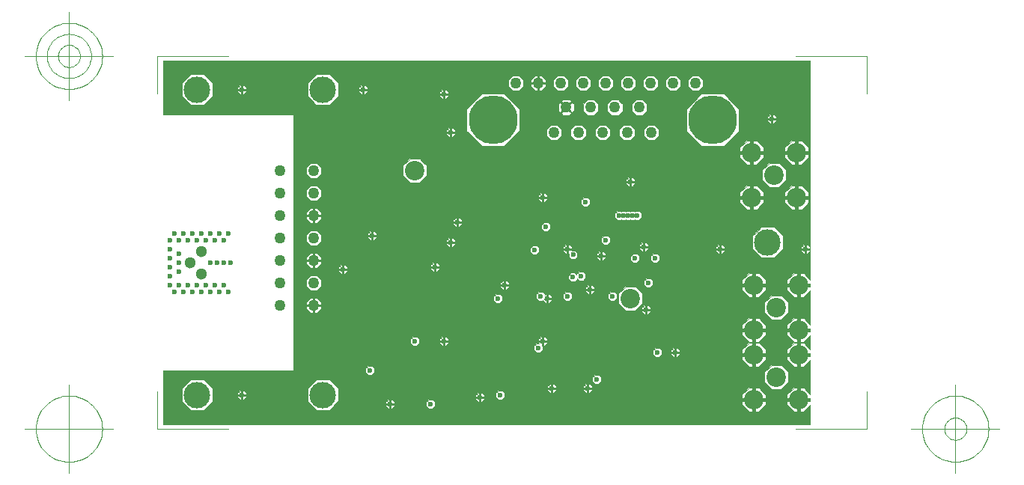
<source format=gbr>
G04 Generated by Ultiboard *
%FSLAX25Y25*%
%MOMM*%

%ADD10C,0.00100*%
%ADD11C,0.10000*%
%ADD12C,0.60000*%
%ADD13C,3.00000*%
%ADD14C,5.50316*%
%ADD15C,1.27000*%
%ADD16C,2.20000*%
%ADD17C,1.30000*%


%LNCopper Inner 1*%
%LPD*%
%FSLAX25Y25*%
%MOMM*%
G54D10*
X579310Y3789269D02*
X579310Y3881622D01*
X579310Y3881622D02*
X478022Y3982910D01*
X478022Y3982910D02*
X334778Y3982910D01*
X334778Y3982910D02*
X233490Y3881622D01*
X233490Y3881622D02*
X233490Y3789269D01*
X233490Y3789269D02*
X25450Y3789269D01*
X25450Y3789269D02*
X25450Y4140150D01*
X25450Y4140150D02*
X893669Y4140150D01*
X893669Y4140150D02*
X893669Y3860050D01*
X893669Y3860050D02*
X864350Y3830731D01*
X864350Y3830731D02*
X864350Y3815183D01*
X864350Y3815183D02*
X893669Y3815183D01*
X893669Y3815183D02*
X893669Y3804817D01*
X893669Y3804817D02*
X864350Y3804817D01*
X864350Y3804817D02*
X864350Y3789269D01*
X864350Y3789269D02*
X579310Y3789269D01*
G36*
X478022Y4140150D02*
X579310Y4140150D01*
X579310Y3881622D01*
X478022Y3982910D01*
X478022Y4140150D01*
G37*
X478022Y4140150D02*
X579310Y4140150D01*
X579310Y4140150D02*
X579310Y3881622D01*
X579310Y3881622D02*
X478022Y3982910D01*
X478022Y3982910D02*
X478022Y4140150D01*
G36*
X579310Y3830731D02*
X579310Y4140150D01*
X893669Y4140150D01*
X893669Y3860050D01*
X864350Y3830731D01*
X579310Y3830731D01*
G37*
X579310Y3830731D02*
X579310Y4140150D01*
X579310Y4140150D02*
X893669Y4140150D01*
X893669Y4140150D02*
X893669Y3860050D01*
X893669Y3860050D02*
X864350Y3830731D01*
X864350Y3830731D02*
X579310Y3830731D01*
G36*
X334778Y4140150D02*
X478022Y4140150D01*
X478022Y3982910D01*
X334778Y3982910D01*
X334778Y4140150D01*
G37*
X334778Y4140150D02*
X478022Y4140150D01*
X478022Y4140150D02*
X478022Y3982910D01*
X478022Y3982910D02*
X334778Y3982910D01*
X334778Y3982910D02*
X334778Y4140150D01*
G36*
X864350Y3815183D02*
X893669Y3815183D01*
X893669Y3804817D01*
X864350Y3804817D01*
X864350Y3815183D01*
G37*
X864350Y3815183D02*
X893669Y3815183D01*
X893669Y3815183D02*
X893669Y3804817D01*
X893669Y3804817D02*
X864350Y3804817D01*
X864350Y3804817D02*
X864350Y3815183D01*
G36*
X864350Y3789269D02*
X579310Y3789269D01*
X579310Y3830731D01*
X864350Y3830731D01*
X864350Y3789269D01*
G37*
X864350Y3789269D02*
X579310Y3789269D01*
X579310Y3789269D02*
X579310Y3830731D01*
X579310Y3830731D02*
X864350Y3830731D01*
X864350Y3830731D02*
X864350Y3789269D01*
G36*
X25450Y3881622D02*
X233490Y3881622D01*
X233490Y3789269D01*
X25450Y3789269D01*
X25450Y3881622D01*
G37*
X25450Y3881622D02*
X233490Y3881622D01*
X233490Y3881622D02*
X233490Y3789269D01*
X233490Y3789269D02*
X25450Y3789269D01*
X25450Y3789269D02*
X25450Y3881622D01*
G36*
X25450Y3881622D02*
X25450Y4140150D01*
X334778Y4140150D01*
X334778Y3982910D01*
X233490Y3881622D01*
X25450Y3881622D01*
G37*
X25450Y3881622D02*
X25450Y4140150D01*
X25450Y4140150D02*
X334778Y4140150D01*
X334778Y4140150D02*
X334778Y3982910D01*
X334778Y3982910D02*
X233490Y3881622D01*
X233490Y3881622D02*
X25450Y3881622D01*
X233490Y3789269D02*
X233490Y3738378D01*
X233490Y3738378D02*
X334778Y3637090D01*
X334778Y3637090D02*
X478022Y3637090D01*
X478022Y3637090D02*
X579310Y3738378D01*
X579310Y3738378D02*
X579310Y3789269D01*
X579310Y3789269D02*
X864350Y3789269D01*
X864350Y3789269D02*
X893669Y3759950D01*
X893669Y3759950D02*
X909217Y3759950D01*
X909217Y3759950D02*
X909217Y3789269D01*
X909217Y3789269D02*
X919583Y3789269D01*
X919583Y3789269D02*
X919583Y3759950D01*
X919583Y3759950D02*
X935131Y3759950D01*
X935131Y3759950D02*
X935131Y3530600D01*
X935131Y3530600D02*
X25450Y3530600D01*
X25450Y3530600D02*
X25450Y3789269D01*
X25450Y3789269D02*
X233490Y3789269D01*
G36*
X233490Y3530600D02*
X25450Y3530600D01*
X25450Y3789269D01*
X233490Y3789269D01*
X233490Y3530600D01*
G37*
X233490Y3530600D02*
X25450Y3530600D01*
X25450Y3530600D02*
X25450Y3789269D01*
X25450Y3789269D02*
X233490Y3789269D01*
X233490Y3789269D02*
X233490Y3530600D01*
G36*
X334778Y3530600D02*
X233490Y3530600D01*
X233490Y3738378D01*
X334778Y3637090D01*
X334778Y3530600D01*
G37*
X334778Y3530600D02*
X233490Y3530600D01*
X233490Y3530600D02*
X233490Y3738378D01*
X233490Y3738378D02*
X334778Y3637090D01*
X334778Y3637090D02*
X334778Y3530600D01*
G36*
X478022Y3530600D02*
X334778Y3530600D01*
X334778Y3637090D01*
X478022Y3637090D01*
X478022Y3530600D01*
G37*
X478022Y3530600D02*
X334778Y3530600D01*
X334778Y3530600D02*
X334778Y3637090D01*
X334778Y3637090D02*
X478022Y3637090D01*
X478022Y3637090D02*
X478022Y3530600D01*
G36*
X935131Y3738378D02*
X935131Y3530600D01*
X478022Y3530600D01*
X478022Y3637090D01*
X579310Y3738378D01*
X935131Y3738378D01*
G37*
X935131Y3738378D02*
X935131Y3530600D01*
X935131Y3530600D02*
X478022Y3530600D01*
X478022Y3530600D02*
X478022Y3637090D01*
X478022Y3637090D02*
X579310Y3738378D01*
X579310Y3738378D02*
X935131Y3738378D01*
G36*
X893669Y3738378D02*
X579310Y3738378D01*
X579310Y3789269D01*
X864350Y3789269D01*
X893669Y3759950D01*
X893669Y3738378D01*
G37*
X893669Y3738378D02*
X579310Y3738378D01*
X579310Y3738378D02*
X579310Y3789269D01*
X579310Y3789269D02*
X864350Y3789269D01*
X864350Y3789269D02*
X893669Y3759950D01*
X893669Y3759950D02*
X893669Y3738378D01*
G36*
X909217Y3759950D02*
X909217Y3789269D01*
X919583Y3789269D01*
X919583Y3759950D01*
X909217Y3759950D01*
G37*
X909217Y3759950D02*
X909217Y3789269D01*
X909217Y3789269D02*
X919583Y3789269D01*
X919583Y3789269D02*
X919583Y3759950D01*
X919583Y3759950D02*
X909217Y3759950D01*
G36*
X935131Y3759950D02*
X935131Y3738378D01*
X893669Y3738378D01*
X893669Y3759950D01*
X935131Y3759950D01*
G37*
X935131Y3759950D02*
X935131Y3738378D01*
X935131Y3738378D02*
X893669Y3738378D01*
X893669Y3738378D02*
X893669Y3759950D01*
X893669Y3759950D02*
X935131Y3759950D01*
X893669Y4140150D02*
X935131Y4140150D01*
X935131Y4140150D02*
X935131Y3860050D01*
X935131Y3860050D02*
X919583Y3860050D01*
X919583Y3860050D02*
X919583Y3815183D01*
X919583Y3815183D02*
X935131Y3815183D01*
X935131Y3815183D02*
X935131Y3804817D01*
X935131Y3804817D02*
X919583Y3804817D01*
X919583Y3804817D02*
X919583Y3789269D01*
X919583Y3789269D02*
X909217Y3789269D01*
X909217Y3789269D02*
X909217Y3804817D01*
X909217Y3804817D02*
X893669Y3804817D01*
X893669Y3804817D02*
X893669Y3815183D01*
X893669Y3815183D02*
X909217Y3815183D01*
X909217Y3815183D02*
X909217Y3860050D01*
X909217Y3860050D02*
X893669Y3860050D01*
X893669Y3860050D02*
X893669Y4140150D01*
G36*
X893669Y3860050D02*
X893669Y4140150D01*
X935131Y4140150D01*
X935131Y3860050D01*
X893669Y3860050D01*
G37*
X893669Y3860050D02*
X893669Y4140150D01*
X893669Y4140150D02*
X935131Y4140150D01*
X935131Y4140150D02*
X935131Y3860050D01*
X935131Y3860050D02*
X893669Y3860050D01*
G36*
X919583Y3815183D02*
X935131Y3815183D01*
X935131Y3804817D01*
X919583Y3804817D01*
X919583Y3815183D01*
G37*
X919583Y3815183D02*
X935131Y3815183D01*
X935131Y3815183D02*
X935131Y3804817D01*
X935131Y3804817D02*
X919583Y3804817D01*
X919583Y3804817D02*
X919583Y3815183D01*
G36*
X909217Y3804817D02*
X893669Y3804817D01*
X893669Y3815183D01*
X909217Y3815183D01*
X909217Y3804817D01*
G37*
X909217Y3804817D02*
X893669Y3804817D01*
X893669Y3804817D02*
X893669Y3815183D01*
X893669Y3815183D02*
X909217Y3815183D01*
X909217Y3815183D02*
X909217Y3804817D01*
G36*
X909217Y3860050D02*
X919583Y3860050D01*
X919583Y3789269D01*
X909217Y3789269D01*
X909217Y3860050D01*
G37*
X909217Y3860050D02*
X919583Y3860050D01*
X919583Y3860050D02*
X919583Y3789269D01*
X919583Y3789269D02*
X909217Y3789269D01*
X909217Y3789269D02*
X909217Y3860050D01*
X935131Y4140150D02*
X1498600Y4140150D01*
X1498600Y4140150D02*
X1498600Y3530600D01*
X1498600Y3530600D02*
X935131Y3530600D01*
X935131Y3530600D02*
X935131Y3759950D01*
X935131Y3759950D02*
X964450Y3789269D01*
X964450Y3789269D02*
X964450Y3804817D01*
X964450Y3804817D02*
X935131Y3804817D01*
X935131Y3804817D02*
X935131Y3815183D01*
X935131Y3815183D02*
X964450Y3815183D01*
X964450Y3815183D02*
X964450Y3830731D01*
X964450Y3830731D02*
X935131Y3860050D01*
X935131Y3860050D02*
X935131Y4140150D01*
G36*
X1498600Y3789269D02*
X1498600Y3530600D01*
X935131Y3530600D01*
X935131Y3759950D01*
X964450Y3789269D01*
X1498600Y3789269D01*
G37*
X1498600Y3789269D02*
X1498600Y3530600D01*
X1498600Y3530600D02*
X935131Y3530600D01*
X935131Y3530600D02*
X935131Y3759950D01*
X935131Y3759950D02*
X964450Y3789269D01*
X964450Y3789269D02*
X1498600Y3789269D01*
G36*
X964450Y3804817D02*
X935131Y3804817D01*
X935131Y3815183D01*
X964450Y3815183D01*
X964450Y3804817D01*
G37*
X964450Y3804817D02*
X935131Y3804817D01*
X935131Y3804817D02*
X935131Y3815183D01*
X935131Y3815183D02*
X964450Y3815183D01*
X964450Y3815183D02*
X964450Y3804817D01*
G36*
X964450Y4140150D02*
X964450Y3830731D01*
X935131Y3860050D01*
X935131Y4140150D01*
X964450Y4140150D01*
G37*
X964450Y4140150D02*
X964450Y3830731D01*
X964450Y3830731D02*
X935131Y3860050D01*
X935131Y3860050D02*
X935131Y4140150D01*
X935131Y4140150D02*
X964450Y4140150D01*
G36*
X964450Y4140150D02*
X1498600Y4140150D01*
X1498600Y3789269D01*
X964450Y3789269D01*
X964450Y4140150D01*
G37*
X964450Y4140150D02*
X1498600Y4140150D01*
X1498600Y4140150D02*
X1498600Y3789269D01*
X1498600Y3789269D02*
X964450Y3789269D01*
X964450Y3789269D02*
X964450Y4140150D01*
X579310Y334869D02*
X579310Y427222D01*
X579310Y427222D02*
X478022Y528510D01*
X478022Y528510D02*
X334778Y528510D01*
X334778Y528510D02*
X233490Y427222D01*
X233490Y427222D02*
X233490Y334869D01*
X233490Y334869D02*
X25450Y334869D01*
X25450Y334869D02*
X25450Y635000D01*
X25450Y635000D02*
X893669Y635000D01*
X893669Y635000D02*
X893669Y405650D01*
X893669Y405650D02*
X864350Y376331D01*
X864350Y376331D02*
X864350Y360783D01*
X864350Y360783D02*
X893669Y360783D01*
X893669Y360783D02*
X893669Y350417D01*
X893669Y350417D02*
X864350Y350417D01*
X864350Y350417D02*
X864350Y334869D01*
X864350Y334869D02*
X579310Y334869D01*
G36*
X478022Y635000D02*
X579310Y635000D01*
X579310Y427222D01*
X478022Y528510D01*
X478022Y635000D01*
G37*
X478022Y635000D02*
X579310Y635000D01*
X579310Y635000D02*
X579310Y427222D01*
X579310Y427222D02*
X478022Y528510D01*
X478022Y528510D02*
X478022Y635000D01*
G36*
X579310Y376331D02*
X579310Y635000D01*
X893669Y635000D01*
X893669Y405650D01*
X864350Y376331D01*
X579310Y376331D01*
G37*
X579310Y376331D02*
X579310Y635000D01*
X579310Y635000D02*
X893669Y635000D01*
X893669Y635000D02*
X893669Y405650D01*
X893669Y405650D02*
X864350Y376331D01*
X864350Y376331D02*
X579310Y376331D01*
G36*
X334778Y635000D02*
X478022Y635000D01*
X478022Y528510D01*
X334778Y528510D01*
X334778Y635000D01*
G37*
X334778Y635000D02*
X478022Y635000D01*
X478022Y635000D02*
X478022Y528510D01*
X478022Y528510D02*
X334778Y528510D01*
X334778Y528510D02*
X334778Y635000D01*
G36*
X864350Y360783D02*
X893669Y360783D01*
X893669Y350417D01*
X864350Y350417D01*
X864350Y360783D01*
G37*
X864350Y360783D02*
X893669Y360783D01*
X893669Y360783D02*
X893669Y350417D01*
X893669Y350417D02*
X864350Y350417D01*
X864350Y350417D02*
X864350Y360783D01*
G36*
X864350Y334869D02*
X579310Y334869D01*
X579310Y376331D01*
X864350Y376331D01*
X864350Y334869D01*
G37*
X864350Y334869D02*
X579310Y334869D01*
X579310Y334869D02*
X579310Y376331D01*
X579310Y376331D02*
X864350Y376331D01*
X864350Y376331D02*
X864350Y334869D01*
G36*
X25450Y427222D02*
X233490Y427222D01*
X233490Y334869D01*
X25450Y334869D01*
X25450Y427222D01*
G37*
X25450Y427222D02*
X233490Y427222D01*
X233490Y427222D02*
X233490Y334869D01*
X233490Y334869D02*
X25450Y334869D01*
X25450Y334869D02*
X25450Y427222D01*
G36*
X25450Y427222D02*
X25450Y635000D01*
X334778Y635000D01*
X334778Y528510D01*
X233490Y427222D01*
X25450Y427222D01*
G37*
X25450Y427222D02*
X25450Y635000D01*
X25450Y635000D02*
X334778Y635000D01*
X334778Y635000D02*
X334778Y528510D01*
X334778Y528510D02*
X233490Y427222D01*
X233490Y427222D02*
X25450Y427222D01*
X233490Y334869D02*
X233490Y283978D01*
X233490Y283978D02*
X334778Y182690D01*
X334778Y182690D02*
X478022Y182690D01*
X478022Y182690D02*
X579310Y283978D01*
X579310Y283978D02*
X579310Y334869D01*
X579310Y334869D02*
X864350Y334869D01*
X864350Y334869D02*
X893669Y305550D01*
X893669Y305550D02*
X909217Y305550D01*
X909217Y305550D02*
X909217Y334869D01*
X909217Y334869D02*
X919583Y334869D01*
X919583Y334869D02*
X919583Y305550D01*
X919583Y305550D02*
X935131Y305550D01*
X935131Y305550D02*
X935131Y25450D01*
X935131Y25450D02*
X25450Y25450D01*
X25450Y25450D02*
X25450Y334869D01*
X25450Y334869D02*
X233490Y334869D01*
G36*
X233490Y25450D02*
X25450Y25450D01*
X25450Y334869D01*
X233490Y334869D01*
X233490Y25450D01*
G37*
X233490Y25450D02*
X25450Y25450D01*
X25450Y25450D02*
X25450Y334869D01*
X25450Y334869D02*
X233490Y334869D01*
X233490Y334869D02*
X233490Y25450D01*
G36*
X334778Y25450D02*
X233490Y25450D01*
X233490Y283978D01*
X334778Y182690D01*
X334778Y25450D01*
G37*
X334778Y25450D02*
X233490Y25450D01*
X233490Y25450D02*
X233490Y283978D01*
X233490Y283978D02*
X334778Y182690D01*
X334778Y182690D02*
X334778Y25450D01*
G36*
X478022Y25450D02*
X334778Y25450D01*
X334778Y182690D01*
X478022Y182690D01*
X478022Y25450D01*
G37*
X478022Y25450D02*
X334778Y25450D01*
X334778Y25450D02*
X334778Y182690D01*
X334778Y182690D02*
X478022Y182690D01*
X478022Y182690D02*
X478022Y25450D01*
G36*
X935131Y283978D02*
X935131Y25450D01*
X478022Y25450D01*
X478022Y182690D01*
X579310Y283978D01*
X935131Y283978D01*
G37*
X935131Y283978D02*
X935131Y25450D01*
X935131Y25450D02*
X478022Y25450D01*
X478022Y25450D02*
X478022Y182690D01*
X478022Y182690D02*
X579310Y283978D01*
X579310Y283978D02*
X935131Y283978D01*
G36*
X893669Y283978D02*
X579310Y283978D01*
X579310Y334869D01*
X864350Y334869D01*
X893669Y305550D01*
X893669Y283978D01*
G37*
X893669Y283978D02*
X579310Y283978D01*
X579310Y283978D02*
X579310Y334869D01*
X579310Y334869D02*
X864350Y334869D01*
X864350Y334869D02*
X893669Y305550D01*
X893669Y305550D02*
X893669Y283978D01*
G36*
X909217Y305550D02*
X909217Y334869D01*
X919583Y334869D01*
X919583Y305550D01*
X909217Y305550D01*
G37*
X909217Y305550D02*
X909217Y334869D01*
X909217Y334869D02*
X919583Y334869D01*
X919583Y334869D02*
X919583Y305550D01*
X919583Y305550D02*
X909217Y305550D01*
G36*
X935131Y305550D02*
X935131Y283978D01*
X893669Y283978D01*
X893669Y305550D01*
X935131Y305550D01*
G37*
X935131Y305550D02*
X935131Y283978D01*
X935131Y283978D02*
X893669Y283978D01*
X893669Y283978D02*
X893669Y305550D01*
X893669Y305550D02*
X935131Y305550D01*
X1498600Y25450D02*
X935131Y25450D01*
X935131Y25450D02*
X935131Y305550D01*
X935131Y305550D02*
X964450Y334869D01*
X964450Y334869D02*
X964450Y350417D01*
X964450Y350417D02*
X935131Y350417D01*
X935131Y350417D02*
X935131Y360783D01*
X935131Y360783D02*
X964450Y360783D01*
X964450Y360783D02*
X964450Y376331D01*
X964450Y376331D02*
X935131Y405650D01*
X935131Y405650D02*
X935131Y635000D01*
X935131Y635000D02*
X1498600Y635000D01*
X1498600Y635000D02*
X1498600Y25450D01*
G36*
X1498600Y334869D02*
X1498600Y25450D01*
X935131Y25450D01*
X935131Y305550D01*
X964450Y334869D01*
X1498600Y334869D01*
G37*
X1498600Y334869D02*
X1498600Y25450D01*
X1498600Y25450D02*
X935131Y25450D01*
X935131Y25450D02*
X935131Y305550D01*
X935131Y305550D02*
X964450Y334869D01*
X964450Y334869D02*
X1498600Y334869D01*
G36*
X964450Y350417D02*
X935131Y350417D01*
X935131Y360783D01*
X964450Y360783D01*
X964450Y350417D01*
G37*
X964450Y350417D02*
X935131Y350417D01*
X935131Y350417D02*
X935131Y360783D01*
X935131Y360783D02*
X964450Y360783D01*
X964450Y360783D02*
X964450Y350417D01*
G36*
X964450Y635000D02*
X964450Y376331D01*
X935131Y405650D01*
X935131Y635000D01*
X964450Y635000D01*
G37*
X964450Y635000D02*
X964450Y376331D01*
X964450Y376331D02*
X935131Y405650D01*
X935131Y405650D02*
X935131Y635000D01*
X935131Y635000D02*
X964450Y635000D01*
G36*
X964450Y635000D02*
X1498600Y635000D01*
X1498600Y334869D01*
X964450Y334869D01*
X964450Y635000D01*
G37*
X964450Y635000D02*
X1498600Y635000D01*
X1498600Y635000D02*
X1498600Y334869D01*
X1498600Y334869D02*
X964450Y334869D01*
X964450Y334869D02*
X964450Y635000D01*
X935131Y405650D02*
X919583Y405650D01*
X919583Y405650D02*
X919583Y360783D01*
X919583Y360783D02*
X935131Y360783D01*
X935131Y360783D02*
X935131Y350417D01*
X935131Y350417D02*
X919583Y350417D01*
X919583Y350417D02*
X919583Y334869D01*
X919583Y334869D02*
X909217Y334869D01*
X909217Y334869D02*
X909217Y350417D01*
X909217Y350417D02*
X893669Y350417D01*
X893669Y350417D02*
X893669Y360783D01*
X893669Y360783D02*
X909217Y360783D01*
X909217Y360783D02*
X909217Y405650D01*
X909217Y405650D02*
X893669Y405650D01*
X893669Y405650D02*
X893669Y635000D01*
X893669Y635000D02*
X935131Y635000D01*
X935131Y635000D02*
X935131Y405650D01*
G36*
X893669Y405650D02*
X893669Y635000D01*
X935131Y635000D01*
X935131Y405650D01*
X893669Y405650D01*
G37*
X893669Y405650D02*
X893669Y635000D01*
X893669Y635000D02*
X935131Y635000D01*
X935131Y635000D02*
X935131Y405650D01*
X935131Y405650D02*
X893669Y405650D01*
G36*
X919583Y360783D02*
X935131Y360783D01*
X935131Y350417D01*
X919583Y350417D01*
X919583Y360783D01*
G37*
X919583Y360783D02*
X935131Y360783D01*
X935131Y360783D02*
X935131Y350417D01*
X935131Y350417D02*
X919583Y350417D01*
X919583Y350417D02*
X919583Y360783D01*
G36*
X909217Y350417D02*
X893669Y350417D01*
X893669Y360783D01*
X909217Y360783D01*
X909217Y350417D01*
G37*
X909217Y350417D02*
X893669Y350417D01*
X893669Y350417D02*
X893669Y360783D01*
X893669Y360783D02*
X909217Y360783D01*
X909217Y360783D02*
X909217Y350417D01*
G36*
X909217Y405650D02*
X919583Y405650D01*
X919583Y334869D01*
X909217Y334869D01*
X909217Y405650D01*
G37*
X909217Y405650D02*
X919583Y405650D01*
X919583Y405650D02*
X919583Y334869D01*
X919583Y334869D02*
X909217Y334869D01*
X909217Y334869D02*
X909217Y405650D01*
X6131610Y3912917D02*
X6131610Y3921992D01*
X6131610Y3921992D02*
X6080992Y3972610D01*
X6080992Y3972610D02*
X6009408Y3972610D01*
X6009408Y3972610D02*
X5958790Y3921992D01*
X5958790Y3921992D02*
X5958790Y3912917D01*
X5958790Y3912917D02*
X5909175Y3912917D01*
X5909175Y3912917D02*
X5909175Y4140150D01*
X5909175Y4140150D02*
X6888069Y4140150D01*
X6888069Y4140150D02*
X6888069Y3912917D01*
X6888069Y3912917D02*
X6131610Y3912917D01*
G36*
X6131610Y4140150D02*
X6888069Y4140150D01*
X6888069Y3912917D01*
X6131610Y3912917D01*
X6131610Y4140150D01*
G37*
X6131610Y4140150D02*
X6888069Y4140150D01*
X6888069Y4140150D02*
X6888069Y3912917D01*
X6888069Y3912917D02*
X6131610Y3912917D01*
X6131610Y3912917D02*
X6131610Y4140150D01*
G36*
X6080992Y4140150D02*
X6131610Y4140150D01*
X6131610Y3921992D01*
X6080992Y3972610D01*
X6080992Y4140150D01*
G37*
X6080992Y4140150D02*
X6131610Y4140150D01*
X6131610Y4140150D02*
X6131610Y3921992D01*
X6131610Y3921992D02*
X6080992Y3972610D01*
X6080992Y3972610D02*
X6080992Y4140150D01*
G36*
X6009408Y4140150D02*
X6080992Y4140150D01*
X6080992Y3972610D01*
X6009408Y3972610D01*
X6009408Y4140150D01*
G37*
X6009408Y4140150D02*
X6080992Y4140150D01*
X6080992Y4140150D02*
X6080992Y3972610D01*
X6080992Y3972610D02*
X6009408Y3972610D01*
X6009408Y3972610D02*
X6009408Y4140150D01*
G36*
X5909175Y3921992D02*
X5958790Y3921992D01*
X5958790Y3912917D01*
X5909175Y3912917D01*
X5909175Y3921992D01*
G37*
X5909175Y3921992D02*
X5958790Y3921992D01*
X5958790Y3921992D02*
X5958790Y3912917D01*
X5958790Y3912917D02*
X5909175Y3912917D01*
X5909175Y3912917D02*
X5909175Y3921992D01*
G36*
X5909175Y3921992D02*
X5909175Y4140150D01*
X6009408Y4140150D01*
X6009408Y3972610D01*
X5958790Y3921992D01*
X5909175Y3921992D01*
G37*
X5909175Y3921992D02*
X5909175Y4140150D01*
X5909175Y4140150D02*
X6009408Y4140150D01*
X6009408Y4140150D02*
X6009408Y3972610D01*
X6009408Y3972610D02*
X5958790Y3921992D01*
X5958790Y3921992D02*
X5909175Y3921992D01*
X6538002Y3459069D02*
X6538002Y3592681D01*
X6538002Y3592681D02*
X6363397Y3767285D01*
X6363397Y3767285D02*
X6116469Y3767285D01*
X6116469Y3767285D02*
X5941865Y3592681D01*
X5941865Y3592681D02*
X5941865Y3459069D01*
X5941865Y3459069D02*
X5909175Y3459069D01*
X5909175Y3459069D02*
X5909175Y3912917D01*
X5909175Y3912917D02*
X5958790Y3912917D01*
X5958790Y3912917D02*
X5958790Y3850408D01*
X5958790Y3850408D02*
X6009408Y3799790D01*
X6009408Y3799790D02*
X6080992Y3799790D01*
X6080992Y3799790D02*
X6131610Y3850408D01*
X6131610Y3850408D02*
X6131610Y3912917D01*
X6131610Y3912917D02*
X6888069Y3912917D01*
X6888069Y3912917D02*
X6888069Y3529850D01*
X6888069Y3529850D02*
X6858750Y3500531D01*
X6858750Y3500531D02*
X6858750Y3484983D01*
X6858750Y3484983D02*
X6888069Y3484983D01*
X6888069Y3484983D02*
X6888069Y3474617D01*
X6888069Y3474617D02*
X6858750Y3474617D01*
X6858750Y3474617D02*
X6858750Y3459069D01*
X6858750Y3459069D02*
X6538002Y3459069D01*
G36*
X6363397Y3912917D02*
X6538002Y3912917D01*
X6538002Y3592681D01*
X6363397Y3767285D01*
X6363397Y3912917D01*
G37*
X6363397Y3912917D02*
X6538002Y3912917D01*
X6538002Y3912917D02*
X6538002Y3592681D01*
X6538002Y3592681D02*
X6363397Y3767285D01*
X6363397Y3767285D02*
X6363397Y3912917D01*
G36*
X6538002Y3500531D02*
X6538002Y3912917D01*
X6888069Y3912917D01*
X6888069Y3529850D01*
X6858750Y3500531D01*
X6538002Y3500531D01*
G37*
X6538002Y3500531D02*
X6538002Y3912917D01*
X6538002Y3912917D02*
X6888069Y3912917D01*
X6888069Y3912917D02*
X6888069Y3529850D01*
X6888069Y3529850D02*
X6858750Y3500531D01*
X6858750Y3500531D02*
X6538002Y3500531D01*
G36*
X6858750Y3484983D02*
X6888069Y3484983D01*
X6888069Y3474617D01*
X6858750Y3474617D01*
X6858750Y3484983D01*
G37*
X6858750Y3484983D02*
X6888069Y3484983D01*
X6888069Y3484983D02*
X6888069Y3474617D01*
X6888069Y3474617D02*
X6858750Y3474617D01*
X6858750Y3474617D02*
X6858750Y3484983D01*
G36*
X6858750Y3459069D02*
X6538002Y3459069D01*
X6538002Y3500531D01*
X6858750Y3500531D01*
X6858750Y3459069D01*
G37*
X6858750Y3459069D02*
X6538002Y3459069D01*
X6538002Y3459069D02*
X6538002Y3500531D01*
X6538002Y3500531D02*
X6858750Y3500531D01*
X6858750Y3500531D02*
X6858750Y3459069D01*
G36*
X5909175Y3592681D02*
X5941865Y3592681D01*
X5941865Y3459069D01*
X5909175Y3459069D01*
X5909175Y3592681D01*
G37*
X5909175Y3592681D02*
X5941865Y3592681D01*
X5941865Y3592681D02*
X5941865Y3459069D01*
X5941865Y3459069D02*
X5909175Y3459069D01*
X5909175Y3459069D02*
X5909175Y3592681D01*
G36*
X6363397Y3850408D02*
X6131610Y3850408D01*
X6131610Y3912917D01*
X6363397Y3912917D01*
X6363397Y3850408D01*
G37*
X6363397Y3850408D02*
X6131610Y3850408D01*
X6131610Y3850408D02*
X6131610Y3912917D01*
X6131610Y3912917D02*
X6363397Y3912917D01*
X6363397Y3912917D02*
X6363397Y3850408D01*
G36*
X6363397Y3850408D02*
X6363397Y3767285D01*
X6116469Y3767285D01*
X6116469Y3835267D01*
X6131610Y3850408D01*
X6363397Y3850408D01*
G37*
X6363397Y3850408D02*
X6363397Y3767285D01*
X6363397Y3767285D02*
X6116469Y3767285D01*
X6116469Y3767285D02*
X6116469Y3835267D01*
X6116469Y3835267D02*
X6131610Y3850408D01*
X6131610Y3850408D02*
X6363397Y3850408D01*
G36*
X5958790Y3609606D02*
X5941865Y3592681D01*
X5909175Y3592681D01*
X5909175Y3912917D01*
X5958790Y3912917D01*
X5958790Y3609606D01*
G37*
X5958790Y3609606D02*
X5941865Y3592681D01*
X5941865Y3592681D02*
X5909175Y3592681D01*
X5909175Y3592681D02*
X5909175Y3912917D01*
X5909175Y3912917D02*
X5958790Y3912917D01*
X5958790Y3912917D02*
X5958790Y3609606D01*
G36*
X6009408Y3660223D02*
X5958790Y3609606D01*
X5958790Y3850408D01*
X6009408Y3799790D01*
X6009408Y3660223D01*
G37*
X6009408Y3660223D02*
X5958790Y3609606D01*
X5958790Y3609606D02*
X5958790Y3850408D01*
X5958790Y3850408D02*
X6009408Y3799790D01*
X6009408Y3799790D02*
X6009408Y3660223D01*
G36*
X6080992Y3731808D02*
X6080992Y3799790D01*
X6116469Y3835267D01*
X6116469Y3767285D01*
X6080992Y3731808D01*
G37*
X6080992Y3731808D02*
X6080992Y3799790D01*
X6080992Y3799790D02*
X6116469Y3835267D01*
X6116469Y3835267D02*
X6116469Y3767285D01*
X6116469Y3767285D02*
X6080992Y3731808D01*
G36*
X6080992Y3731808D02*
X6009408Y3660223D01*
X6009408Y3799790D01*
X6080992Y3799790D01*
X6080992Y3731808D01*
G37*
X6080992Y3731808D02*
X6009408Y3660223D01*
X6009408Y3660223D02*
X6009408Y3799790D01*
X6009408Y3799790D02*
X6080992Y3799790D01*
X6080992Y3799790D02*
X6080992Y3731808D01*
X5941865Y3459069D02*
X5941865Y3345753D01*
X5941865Y3345753D02*
X6116469Y3171149D01*
X6116469Y3171149D02*
X6363397Y3171149D01*
X6363397Y3171149D02*
X6538002Y3345753D01*
X6538002Y3345753D02*
X6538002Y3459069D01*
X6538002Y3459069D02*
X6625147Y3459069D01*
X6625147Y3459069D02*
X6625147Y3231710D01*
X6625147Y3231710D02*
X6547290Y3153853D01*
X6547290Y3153853D02*
X6547290Y3112563D01*
X6547290Y3112563D02*
X6625147Y3112563D01*
X6625147Y3112563D02*
X6625147Y3085037D01*
X6625147Y3085037D02*
X6547290Y3085037D01*
X6547290Y3085037D02*
X6547290Y3043747D01*
X6547290Y3043747D02*
X5909175Y3043747D01*
X5909175Y3043747D02*
X5909175Y3459069D01*
X5909175Y3459069D02*
X5941865Y3459069D01*
G36*
X5941865Y3043747D02*
X5909175Y3043747D01*
X5909175Y3459069D01*
X5941865Y3459069D01*
X5941865Y3043747D01*
G37*
X5941865Y3043747D02*
X5909175Y3043747D01*
X5909175Y3043747D02*
X5909175Y3459069D01*
X5909175Y3459069D02*
X5941865Y3459069D01*
X5941865Y3459069D02*
X5941865Y3043747D01*
G36*
X6116469Y3043747D02*
X5941865Y3043747D01*
X5941865Y3345753D01*
X6116469Y3171149D01*
X6116469Y3043747D01*
G37*
X6116469Y3043747D02*
X5941865Y3043747D01*
X5941865Y3043747D02*
X5941865Y3345753D01*
X5941865Y3345753D02*
X6116469Y3171149D01*
X6116469Y3171149D02*
X6116469Y3043747D01*
G36*
X6363397Y3043747D02*
X6116469Y3043747D01*
X6116469Y3171149D01*
X6363397Y3171149D01*
X6363397Y3043747D01*
G37*
X6363397Y3043747D02*
X6116469Y3043747D01*
X6116469Y3043747D02*
X6116469Y3171149D01*
X6116469Y3171149D02*
X6363397Y3171149D01*
X6363397Y3171149D02*
X6363397Y3043747D01*
G36*
X6625147Y3345753D02*
X6538002Y3345753D01*
X6538002Y3459069D01*
X6625147Y3459069D01*
X6625147Y3345753D01*
G37*
X6625147Y3345753D02*
X6538002Y3345753D01*
X6538002Y3345753D02*
X6538002Y3459069D01*
X6538002Y3459069D02*
X6625147Y3459069D01*
X6625147Y3459069D02*
X6625147Y3345753D01*
G36*
X6363397Y3153853D02*
X6363397Y3171149D01*
X6538002Y3345753D01*
X6625147Y3345753D01*
X6625147Y3231710D01*
X6547290Y3153853D01*
X6363397Y3153853D01*
G37*
X6363397Y3153853D02*
X6363397Y3171149D01*
X6363397Y3171149D02*
X6538002Y3345753D01*
X6538002Y3345753D02*
X6625147Y3345753D01*
X6625147Y3345753D02*
X6625147Y3231710D01*
X6625147Y3231710D02*
X6547290Y3153853D01*
X6547290Y3153853D02*
X6363397Y3153853D01*
G36*
X6547290Y3112563D02*
X6625147Y3112563D01*
X6625147Y3085037D01*
X6547290Y3085037D01*
X6547290Y3112563D01*
G37*
X6547290Y3112563D02*
X6625147Y3112563D01*
X6625147Y3112563D02*
X6625147Y3085037D01*
X6625147Y3085037D02*
X6547290Y3085037D01*
X6547290Y3085037D02*
X6547290Y3112563D01*
G36*
X6547290Y3043747D02*
X6363397Y3043747D01*
X6363397Y3153853D01*
X6547290Y3153853D01*
X6547290Y3043747D01*
G37*
X6547290Y3043747D02*
X6363397Y3043747D01*
X6363397Y3043747D02*
X6363397Y3153853D01*
X6363397Y3153853D02*
X6547290Y3153853D01*
X6547290Y3153853D02*
X6547290Y3043747D01*
X6547290Y3043747D02*
X6625147Y2965890D01*
X6625147Y2965890D02*
X6666437Y2965890D01*
X6666437Y2965890D02*
X6666437Y3043747D01*
X6666437Y3043747D02*
X6693963Y3043747D01*
X6693963Y3043747D02*
X6693963Y2965890D01*
X6693963Y2965890D02*
X6735253Y2965890D01*
X6735253Y2965890D02*
X6735253Y2783750D01*
X6735253Y2783750D02*
X5909175Y2783750D01*
X5909175Y2783750D02*
X5909175Y3043747D01*
X5909175Y3043747D02*
X6547290Y3043747D01*
G36*
X6625147Y2783750D02*
X5909175Y2783750D01*
X5909175Y3043747D01*
X6547290Y3043747D01*
X6625147Y2965890D01*
X6625147Y2783750D01*
G37*
X6625147Y2783750D02*
X5909175Y2783750D01*
X5909175Y2783750D02*
X5909175Y3043747D01*
X5909175Y3043747D02*
X6547290Y3043747D01*
X6547290Y3043747D02*
X6625147Y2965890D01*
X6625147Y2965890D02*
X6625147Y2783750D01*
G36*
X6666437Y2965890D02*
X6666437Y3043747D01*
X6693963Y3043747D01*
X6693963Y2965890D01*
X6666437Y2965890D01*
G37*
X6666437Y2965890D02*
X6666437Y3043747D01*
X6666437Y3043747D02*
X6693963Y3043747D01*
X6693963Y3043747D02*
X6693963Y2965890D01*
X6693963Y2965890D02*
X6666437Y2965890D01*
G36*
X6735253Y2965890D02*
X6735253Y2783750D01*
X6625147Y2783750D01*
X6625147Y2965890D01*
X6735253Y2965890D01*
G37*
X6735253Y2965890D02*
X6735253Y2783750D01*
X6735253Y2783750D02*
X6625147Y2783750D01*
X6625147Y2783750D02*
X6625147Y2965890D01*
X6625147Y2965890D02*
X6735253Y2965890D01*
X6625147Y2723710D02*
X6547290Y2645853D01*
X6547290Y2645853D02*
X6547290Y2604563D01*
X6547290Y2604563D02*
X6625147Y2604563D01*
X6625147Y2604563D02*
X6625147Y2577037D01*
X6625147Y2577037D02*
X6547290Y2577037D01*
X6547290Y2577037D02*
X6547290Y2535747D01*
X6547290Y2535747D02*
X6345331Y2535747D01*
X6345331Y2535747D02*
X6345331Y2783750D01*
X6345331Y2783750D02*
X6625147Y2783750D01*
X6625147Y2783750D02*
X6625147Y2723710D01*
G36*
X6345331Y2645853D02*
X6345331Y2783750D01*
X6625147Y2783750D01*
X6625147Y2723710D01*
X6547290Y2645853D01*
X6345331Y2645853D01*
G37*
X6345331Y2645853D02*
X6345331Y2783750D01*
X6345331Y2783750D02*
X6625147Y2783750D01*
X6625147Y2783750D02*
X6625147Y2723710D01*
X6625147Y2723710D02*
X6547290Y2645853D01*
X6547290Y2645853D02*
X6345331Y2645853D01*
G36*
X6547290Y2604563D02*
X6625147Y2604563D01*
X6625147Y2577037D01*
X6547290Y2577037D01*
X6547290Y2604563D01*
G37*
X6547290Y2604563D02*
X6625147Y2604563D01*
X6625147Y2604563D02*
X6625147Y2577037D01*
X6625147Y2577037D02*
X6547290Y2577037D01*
X6547290Y2577037D02*
X6547290Y2604563D01*
G36*
X6547290Y2535747D02*
X6345331Y2535747D01*
X6345331Y2645853D01*
X6547290Y2645853D01*
X6547290Y2535747D01*
G37*
X6547290Y2535747D02*
X6345331Y2535747D01*
X6345331Y2535747D02*
X6345331Y2645853D01*
X6345331Y2645853D02*
X6547290Y2645853D01*
X6547290Y2645853D02*
X6547290Y2535747D01*
X6547290Y2535747D02*
X6625147Y2457890D01*
X6625147Y2457890D02*
X6666437Y2457890D01*
X6666437Y2457890D02*
X6666437Y2535747D01*
X6666437Y2535747D02*
X6693963Y2535747D01*
X6693963Y2535747D02*
X6693963Y2457890D01*
X6693963Y2457890D02*
X6735253Y2457890D01*
X6735253Y2457890D02*
X6735253Y2204585D01*
X6735253Y2204585D02*
X6685090Y2154422D01*
X6685090Y2154422D02*
X6685090Y2011178D01*
X6685090Y2011178D02*
X6710400Y1985869D01*
X6710400Y1985869D02*
X6374650Y1985869D01*
X6374650Y1985869D02*
X6374650Y2001417D01*
X6374650Y2001417D02*
X6345331Y2001417D01*
X6345331Y2001417D02*
X6345331Y2011783D01*
X6345331Y2011783D02*
X6374650Y2011783D01*
X6374650Y2011783D02*
X6374650Y2027331D01*
X6374650Y2027331D02*
X6345331Y2056650D01*
X6345331Y2056650D02*
X6345331Y2535747D01*
X6345331Y2535747D02*
X6547290Y2535747D01*
G36*
X6666437Y2457890D02*
X6666437Y2535747D01*
X6693963Y2535747D01*
X6693963Y2457890D01*
X6666437Y2457890D01*
G37*
X6666437Y2457890D02*
X6666437Y2535747D01*
X6666437Y2535747D02*
X6693963Y2535747D01*
X6693963Y2535747D02*
X6693963Y2457890D01*
X6693963Y2457890D02*
X6666437Y2457890D01*
G36*
X6374650Y2001417D02*
X6345331Y2001417D01*
X6345331Y2011783D01*
X6374650Y2011783D01*
X6374650Y2001417D01*
G37*
X6374650Y2001417D02*
X6345331Y2001417D01*
X6345331Y2001417D02*
X6345331Y2011783D01*
X6345331Y2011783D02*
X6374650Y2011783D01*
X6374650Y2011783D02*
X6374650Y2001417D01*
G36*
X6374650Y2535747D02*
X6374650Y2027331D01*
X6345331Y2056650D01*
X6345331Y2535747D01*
X6374650Y2535747D01*
G37*
X6374650Y2535747D02*
X6374650Y2027331D01*
X6374650Y2027331D02*
X6345331Y2056650D01*
X6345331Y2056650D02*
X6345331Y2535747D01*
X6345331Y2535747D02*
X6374650Y2535747D01*
G36*
X6374650Y2535747D02*
X6547290Y2535747D01*
X6625147Y2457890D01*
X6625147Y1985869D01*
X6374650Y1985869D01*
X6374650Y2535747D01*
G37*
X6374650Y2535747D02*
X6547290Y2535747D01*
X6547290Y2535747D02*
X6625147Y2457890D01*
X6625147Y2457890D02*
X6625147Y1985869D01*
X6625147Y1985869D02*
X6374650Y1985869D01*
X6374650Y1985869D02*
X6374650Y2535747D01*
G36*
X6625147Y2154422D02*
X6625147Y2457890D01*
X6735253Y2457890D01*
X6735253Y2204585D01*
X6685090Y2154422D01*
X6625147Y2154422D01*
G37*
X6625147Y2154422D02*
X6625147Y2457890D01*
X6625147Y2457890D02*
X6735253Y2457890D01*
X6735253Y2457890D02*
X6735253Y2204585D01*
X6735253Y2204585D02*
X6685090Y2154422D01*
X6685090Y2154422D02*
X6625147Y2154422D01*
G36*
X6685090Y1985869D02*
X6685090Y2011178D01*
X6710400Y1985869D01*
X6685090Y1985869D01*
G37*
X6685090Y1985869D02*
X6685090Y2011178D01*
X6685090Y2011178D02*
X6710400Y1985869D01*
X6710400Y1985869D02*
X6685090Y1985869D01*
G36*
X6685090Y1985869D02*
X6625147Y1985869D01*
X6625147Y2154422D01*
X6685090Y2154422D01*
X6685090Y1985869D01*
G37*
X6685090Y1985869D02*
X6625147Y1985869D01*
X6625147Y1985869D02*
X6625147Y2154422D01*
X6625147Y2154422D02*
X6685090Y2154422D01*
X6685090Y2154422D02*
X6685090Y1985869D01*
X6650547Y1733110D02*
X6572690Y1655253D01*
X6572690Y1655253D02*
X6572690Y1613963D01*
X6572690Y1613963D02*
X6650547Y1613963D01*
X6650547Y1613963D02*
X6650547Y1586437D01*
X6650547Y1586437D02*
X6572690Y1586437D01*
X6572690Y1586437D02*
X6572690Y1545147D01*
X6572690Y1545147D02*
X5909175Y1545147D01*
X5909175Y1545147D02*
X5909175Y1985869D01*
X5909175Y1985869D02*
X6274550Y1985869D01*
X6274550Y1985869D02*
X6303869Y1956550D01*
X6303869Y1956550D02*
X6319417Y1956550D01*
X6319417Y1956550D02*
X6319417Y1985869D01*
X6319417Y1985869D02*
X6329783Y1985869D01*
X6329783Y1985869D02*
X6329783Y1956550D01*
X6329783Y1956550D02*
X6345331Y1956550D01*
X6345331Y1956550D02*
X6374650Y1985869D01*
X6374650Y1985869D02*
X6650547Y1985869D01*
X6650547Y1985869D02*
X6650547Y1733110D01*
G36*
X6572690Y1613963D02*
X6650547Y1613963D01*
X6650547Y1586437D01*
X6572690Y1586437D01*
X6572690Y1613963D01*
G37*
X6572690Y1613963D02*
X6650547Y1613963D01*
X6650547Y1613963D02*
X6650547Y1586437D01*
X6650547Y1586437D02*
X6572690Y1586437D01*
X6572690Y1586437D02*
X6572690Y1613963D01*
G36*
X6572690Y1545147D02*
X5909175Y1545147D01*
X5909175Y1655253D01*
X6572690Y1655253D01*
X6572690Y1545147D01*
G37*
X6572690Y1545147D02*
X5909175Y1545147D01*
X5909175Y1545147D02*
X5909175Y1655253D01*
X5909175Y1655253D02*
X6572690Y1655253D01*
X6572690Y1655253D02*
X6572690Y1545147D01*
G36*
X6303869Y1655253D02*
X5909175Y1655253D01*
X5909175Y1985869D01*
X6274550Y1985869D01*
X6303869Y1956550D01*
X6303869Y1655253D01*
G37*
X6303869Y1655253D02*
X5909175Y1655253D01*
X5909175Y1655253D02*
X5909175Y1985869D01*
X5909175Y1985869D02*
X6274550Y1985869D01*
X6274550Y1985869D02*
X6303869Y1956550D01*
X6303869Y1956550D02*
X6303869Y1655253D01*
G36*
X6319417Y1956550D02*
X6319417Y1985869D01*
X6329783Y1985869D01*
X6329783Y1956550D01*
X6319417Y1956550D01*
G37*
X6319417Y1956550D02*
X6319417Y1985869D01*
X6319417Y1985869D02*
X6329783Y1985869D01*
X6329783Y1985869D02*
X6329783Y1956550D01*
X6329783Y1956550D02*
X6319417Y1956550D01*
G36*
X6650547Y1956550D02*
X6345331Y1956550D01*
X6374650Y1985869D01*
X6650547Y1985869D01*
X6650547Y1956550D01*
G37*
X6650547Y1956550D02*
X6345331Y1956550D01*
X6345331Y1956550D02*
X6374650Y1985869D01*
X6374650Y1985869D02*
X6650547Y1985869D01*
X6650547Y1985869D02*
X6650547Y1956550D01*
G36*
X6650547Y1956550D02*
X6650547Y1733110D01*
X6572690Y1655253D01*
X6303869Y1655253D01*
X6303869Y1956550D01*
X6650547Y1956550D01*
G37*
X6650547Y1956550D02*
X6650547Y1733110D01*
X6650547Y1733110D02*
X6572690Y1655253D01*
X6572690Y1655253D02*
X6303869Y1655253D01*
X6303869Y1655253D02*
X6303869Y1956550D01*
X6303869Y1956550D02*
X6650547Y1956550D01*
X6572690Y1545147D02*
X6650547Y1467290D01*
X6650547Y1467290D02*
X6691837Y1467290D01*
X6691837Y1467290D02*
X6691837Y1545147D01*
X6691837Y1545147D02*
X6719363Y1545147D01*
X6719363Y1545147D02*
X6719363Y1467290D01*
X6719363Y1467290D02*
X6760653Y1467290D01*
X6760653Y1467290D02*
X6760653Y1381850D01*
X6760653Y1381850D02*
X5909175Y1381850D01*
X5909175Y1381850D02*
X5909175Y1545147D01*
X5909175Y1545147D02*
X6572690Y1545147D01*
G36*
X6650547Y1381850D02*
X5909175Y1381850D01*
X5909175Y1545147D01*
X6572690Y1545147D01*
X6650547Y1467290D01*
X6650547Y1381850D01*
G37*
X6650547Y1381850D02*
X5909175Y1381850D01*
X5909175Y1381850D02*
X5909175Y1545147D01*
X5909175Y1545147D02*
X6572690Y1545147D01*
X6572690Y1545147D02*
X6650547Y1467290D01*
X6650547Y1467290D02*
X6650547Y1381850D01*
G36*
X6691837Y1467290D02*
X6691837Y1545147D01*
X6719363Y1545147D01*
X6719363Y1467290D01*
X6691837Y1467290D01*
G37*
X6691837Y1467290D02*
X6691837Y1545147D01*
X6691837Y1545147D02*
X6719363Y1545147D01*
X6719363Y1545147D02*
X6719363Y1467290D01*
X6719363Y1467290D02*
X6691837Y1467290D01*
G36*
X6760653Y1467290D02*
X6760653Y1381850D01*
X6650547Y1381850D01*
X6650547Y1467290D01*
X6760653Y1467290D01*
G37*
X6760653Y1467290D02*
X6760653Y1381850D01*
X6760653Y1381850D02*
X6650547Y1381850D01*
X6650547Y1381850D02*
X6650547Y1467290D01*
X6650547Y1467290D02*
X6760653Y1467290D01*
X6650547Y1225110D02*
X6572690Y1147253D01*
X6572690Y1147253D02*
X6572690Y1105963D01*
X6572690Y1105963D02*
X6650547Y1105963D01*
X6650547Y1105963D02*
X6650547Y1078437D01*
X6650547Y1078437D02*
X6572690Y1078437D01*
X6572690Y1078437D02*
X6572690Y1037147D01*
X6572690Y1037147D02*
X6650547Y959290D01*
X6650547Y959290D02*
X6650547Y945710D01*
X6650547Y945710D02*
X6572690Y867853D01*
X6572690Y867853D02*
X6572690Y826563D01*
X6572690Y826563D02*
X6650547Y826563D01*
X6650547Y826563D02*
X6650547Y799037D01*
X6650547Y799037D02*
X6572690Y799037D01*
X6572690Y799037D02*
X6572690Y757747D01*
X6572690Y757747D02*
X5909175Y757747D01*
X5909175Y757747D02*
X5909175Y1381850D01*
X5909175Y1381850D02*
X6650547Y1381850D01*
X6650547Y1381850D02*
X6650547Y1225110D01*
G36*
X5909175Y1147253D02*
X5909175Y1381850D01*
X6650547Y1381850D01*
X6650547Y1225110D01*
X6572690Y1147253D01*
X5909175Y1147253D01*
G37*
X5909175Y1147253D02*
X5909175Y1381850D01*
X5909175Y1381850D02*
X6650547Y1381850D01*
X6650547Y1381850D02*
X6650547Y1225110D01*
X6650547Y1225110D02*
X6572690Y1147253D01*
X6572690Y1147253D02*
X5909175Y1147253D01*
G36*
X6572690Y1105963D02*
X6650547Y1105963D01*
X6650547Y1078437D01*
X6572690Y1078437D01*
X6572690Y1105963D01*
G37*
X6572690Y1105963D02*
X6650547Y1105963D01*
X6650547Y1105963D02*
X6650547Y1078437D01*
X6650547Y1078437D02*
X6572690Y1078437D01*
X6572690Y1078437D02*
X6572690Y1105963D01*
G36*
X6572690Y1037147D02*
X6650547Y959290D01*
X6650547Y945710D01*
X6572690Y867853D01*
X6572690Y1037147D01*
G37*
X6572690Y1037147D02*
X6650547Y959290D01*
X6650547Y959290D02*
X6650547Y945710D01*
X6650547Y945710D02*
X6572690Y867853D01*
X6572690Y867853D02*
X6572690Y1037147D01*
G36*
X6572690Y826563D02*
X6650547Y826563D01*
X6650547Y799037D01*
X6572690Y799037D01*
X6572690Y826563D01*
G37*
X6572690Y826563D02*
X6650547Y826563D01*
X6650547Y826563D02*
X6650547Y799037D01*
X6650547Y799037D02*
X6572690Y799037D01*
X6572690Y799037D02*
X6572690Y826563D01*
G36*
X6572690Y757747D02*
X5909175Y757747D01*
X5909175Y1147253D01*
X6572690Y1147253D01*
X6572690Y757747D01*
G37*
X6572690Y757747D02*
X5909175Y757747D01*
X5909175Y757747D02*
X5909175Y1147253D01*
X5909175Y1147253D02*
X6572690Y1147253D01*
X6572690Y1147253D02*
X6572690Y757747D01*
X6572690Y757747D02*
X6650547Y679890D01*
X6650547Y679890D02*
X6691837Y679890D01*
X6691837Y679890D02*
X6691837Y757747D01*
X6691837Y757747D02*
X6719363Y757747D01*
X6719363Y757747D02*
X6719363Y679890D01*
X6719363Y679890D02*
X6760653Y679890D01*
X6760653Y679890D02*
X6760653Y589887D01*
X6760653Y589887D02*
X5909175Y589887D01*
X5909175Y589887D02*
X5909175Y757747D01*
X5909175Y757747D02*
X6572690Y757747D01*
G36*
X6650547Y589887D02*
X5909175Y589887D01*
X5909175Y757747D01*
X6572690Y757747D01*
X6650547Y679890D01*
X6650547Y589887D01*
G37*
X6650547Y589887D02*
X5909175Y589887D01*
X5909175Y589887D02*
X5909175Y757747D01*
X5909175Y757747D02*
X6572690Y757747D01*
X6572690Y757747D02*
X6650547Y679890D01*
X6650547Y679890D02*
X6650547Y589887D01*
G36*
X6691837Y679890D02*
X6691837Y757747D01*
X6719363Y757747D01*
X6719363Y679890D01*
X6691837Y679890D01*
G37*
X6691837Y679890D02*
X6691837Y757747D01*
X6691837Y757747D02*
X6719363Y757747D01*
X6719363Y757747D02*
X6719363Y679890D01*
X6719363Y679890D02*
X6691837Y679890D01*
G36*
X6760653Y679890D02*
X6760653Y589887D01*
X6650547Y589887D01*
X6650547Y679890D01*
X6760653Y679890D01*
G37*
X6760653Y679890D02*
X6760653Y589887D01*
X6760653Y589887D02*
X6650547Y589887D01*
X6650547Y589887D02*
X6650547Y679890D01*
X6650547Y679890D02*
X6760653Y679890D01*
X6650547Y437710D02*
X6572690Y359853D01*
X6572690Y359853D02*
X6572690Y318563D01*
X6572690Y318563D02*
X6650547Y318563D01*
X6650547Y318563D02*
X6650547Y291037D01*
X6650547Y291037D02*
X6572690Y291037D01*
X6572690Y291037D02*
X6572690Y249747D01*
X6572690Y249747D02*
X5909175Y249747D01*
X5909175Y249747D02*
X5909175Y589887D01*
X5909175Y589887D02*
X6650547Y589887D01*
X6650547Y589887D02*
X6650547Y437710D01*
G36*
X5909175Y359853D02*
X5909175Y589887D01*
X6650547Y589887D01*
X6650547Y437710D01*
X6572690Y359853D01*
X5909175Y359853D01*
G37*
X5909175Y359853D02*
X5909175Y589887D01*
X5909175Y589887D02*
X6650547Y589887D01*
X6650547Y589887D02*
X6650547Y437710D01*
X6650547Y437710D02*
X6572690Y359853D01*
X6572690Y359853D02*
X5909175Y359853D01*
G36*
X6572690Y318563D02*
X6650547Y318563D01*
X6650547Y291037D01*
X6572690Y291037D01*
X6572690Y318563D01*
G37*
X6572690Y318563D02*
X6650547Y318563D01*
X6650547Y318563D02*
X6650547Y291037D01*
X6650547Y291037D02*
X6572690Y291037D01*
X6572690Y291037D02*
X6572690Y318563D01*
G36*
X6572690Y249747D02*
X5909175Y249747D01*
X5909175Y359853D01*
X6572690Y359853D01*
X6572690Y249747D01*
G37*
X6572690Y249747D02*
X5909175Y249747D01*
X5909175Y249747D02*
X5909175Y359853D01*
X5909175Y359853D02*
X6572690Y359853D01*
X6572690Y359853D02*
X6572690Y249747D01*
X6572690Y249747D02*
X6650547Y171890D01*
X6650547Y171890D02*
X6691837Y171890D01*
X6691837Y171890D02*
X6691837Y249747D01*
X6691837Y249747D02*
X6719363Y249747D01*
X6719363Y249747D02*
X6719363Y171890D01*
X6719363Y171890D02*
X6760653Y171890D01*
X6760653Y171890D02*
X6760653Y25450D01*
X6760653Y25450D02*
X5909175Y25450D01*
X5909175Y25450D02*
X5909175Y249747D01*
X5909175Y249747D02*
X6572690Y249747D01*
G36*
X6650547Y25450D02*
X5909175Y25450D01*
X5909175Y249747D01*
X6572690Y249747D01*
X6650547Y171890D01*
X6650547Y25450D01*
G37*
X6650547Y25450D02*
X5909175Y25450D01*
X5909175Y25450D02*
X5909175Y249747D01*
X5909175Y249747D02*
X6572690Y249747D01*
X6572690Y249747D02*
X6650547Y171890D01*
X6650547Y171890D02*
X6650547Y25450D01*
G36*
X6691837Y171890D02*
X6691837Y249747D01*
X6719363Y249747D01*
X6719363Y171890D01*
X6691837Y171890D01*
G37*
X6691837Y171890D02*
X6691837Y249747D01*
X6691837Y249747D02*
X6719363Y249747D01*
X6719363Y249747D02*
X6719363Y171890D01*
X6719363Y171890D02*
X6691837Y171890D01*
G36*
X6760653Y171890D02*
X6760653Y25450D01*
X6650547Y25450D01*
X6650547Y171890D01*
X6760653Y171890D01*
G37*
X6760653Y171890D02*
X6760653Y25450D01*
X6760653Y25450D02*
X6650547Y25450D01*
X6650547Y25450D02*
X6650547Y171890D01*
X6650547Y171890D02*
X6760653Y171890D01*
X3179669Y4140150D02*
X3255869Y4140150D01*
X3255869Y4140150D02*
X3255869Y3779931D01*
X3255869Y3779931D02*
X3250450Y3779931D01*
X3250450Y3779931D02*
X3221131Y3809250D01*
X3221131Y3809250D02*
X3205583Y3809250D01*
X3205583Y3809250D02*
X3205583Y3779931D01*
X3205583Y3779931D02*
X3195217Y3779931D01*
X3195217Y3779931D02*
X3195217Y3809250D01*
X3195217Y3809250D02*
X3179669Y3809250D01*
X3179669Y3809250D02*
X3179669Y4140150D01*
G36*
X3221131Y4140150D02*
X3255869Y4140150D01*
X3255869Y3779931D01*
X3250450Y3779931D01*
X3221131Y3809250D01*
X3221131Y4140150D01*
G37*
X3221131Y4140150D02*
X3255869Y4140150D01*
X3255869Y4140150D02*
X3255869Y3779931D01*
X3255869Y3779931D02*
X3250450Y3779931D01*
X3250450Y3779931D02*
X3221131Y3809250D01*
X3221131Y3809250D02*
X3221131Y4140150D01*
G36*
X3205583Y3809250D02*
X3205583Y3779931D01*
X3195217Y3779931D01*
X3195217Y3809250D01*
X3205583Y3809250D01*
G37*
X3205583Y3809250D02*
X3205583Y3779931D01*
X3205583Y3779931D02*
X3195217Y3779931D01*
X3195217Y3779931D02*
X3195217Y3809250D01*
X3195217Y3809250D02*
X3205583Y3809250D01*
G36*
X3179669Y3809250D02*
X3179669Y4140150D01*
X3221131Y4140150D01*
X3221131Y3809250D01*
X3179669Y3809250D01*
G37*
X3179669Y3809250D02*
X3179669Y4140150D01*
X3179669Y4140150D02*
X3221131Y4140150D01*
X3221131Y4140150D02*
X3221131Y3809250D01*
X3221131Y3809250D02*
X3179669Y3809250D01*
X3205583Y3779931D02*
X3205583Y3764383D01*
X3205583Y3764383D02*
X3250450Y3764383D01*
X3250450Y3764383D02*
X3250450Y3779931D01*
X3250450Y3779931D02*
X3255869Y3779931D01*
X3255869Y3779931D02*
X3255869Y3738469D01*
X3255869Y3738469D02*
X3250450Y3738469D01*
X3250450Y3738469D02*
X3250450Y3754017D01*
X3250450Y3754017D02*
X3205583Y3754017D01*
X3205583Y3754017D02*
X3205583Y3738469D01*
X3205583Y3738469D02*
X3195217Y3738469D01*
X3195217Y3738469D02*
X3195217Y3754017D01*
X3195217Y3754017D02*
X3179669Y3754017D01*
X3179669Y3754017D02*
X3179669Y3764383D01*
X3179669Y3764383D02*
X3195217Y3764383D01*
X3195217Y3764383D02*
X3195217Y3779931D01*
X3195217Y3779931D02*
X3205583Y3779931D01*
G36*
X3255869Y3764383D02*
X3250450Y3764383D01*
X3250450Y3779931D01*
X3255869Y3779931D01*
X3255869Y3764383D01*
G37*
X3255869Y3764383D02*
X3250450Y3764383D01*
X3250450Y3764383D02*
X3250450Y3779931D01*
X3250450Y3779931D02*
X3255869Y3779931D01*
X3255869Y3779931D02*
X3255869Y3764383D01*
G36*
X3195217Y3754017D02*
X3179669Y3754017D01*
X3179669Y3764383D01*
X3195217Y3764383D01*
X3195217Y3754017D01*
G37*
X3195217Y3754017D02*
X3179669Y3754017D01*
X3179669Y3754017D02*
X3179669Y3764383D01*
X3179669Y3764383D02*
X3195217Y3764383D01*
X3195217Y3764383D02*
X3195217Y3754017D01*
G36*
X3195217Y3779931D02*
X3205583Y3779931D01*
X3205583Y3738469D01*
X3195217Y3738469D01*
X3195217Y3779931D01*
G37*
X3195217Y3779931D02*
X3205583Y3779931D01*
X3205583Y3779931D02*
X3205583Y3738469D01*
X3205583Y3738469D02*
X3195217Y3738469D01*
X3195217Y3738469D02*
X3195217Y3779931D01*
G36*
X3250450Y3764383D02*
X3250450Y3754017D01*
X3205583Y3754017D01*
X3205583Y3764383D01*
X3250450Y3764383D01*
G37*
X3250450Y3764383D02*
X3250450Y3754017D01*
X3250450Y3754017D02*
X3205583Y3754017D01*
X3205583Y3754017D02*
X3205583Y3764383D01*
X3205583Y3764383D02*
X3250450Y3764383D01*
G36*
X3250450Y3764383D02*
X3255869Y3764383D01*
X3255869Y3738469D01*
X3250450Y3738469D01*
X3250450Y3764383D01*
G37*
X3250450Y3764383D02*
X3255869Y3764383D01*
X3255869Y3764383D02*
X3255869Y3738469D01*
X3255869Y3738469D02*
X3250450Y3738469D01*
X3250450Y3738469D02*
X3250450Y3764383D01*
X3150350Y3738469D02*
X3179669Y3709150D01*
X3179669Y3709150D02*
X3195217Y3709150D01*
X3195217Y3709150D02*
X3195217Y3738469D01*
X3195217Y3738469D02*
X3205583Y3738469D01*
X3205583Y3738469D02*
X3205583Y3709150D01*
X3205583Y3709150D02*
X3221131Y3709150D01*
X3221131Y3709150D02*
X3250450Y3738469D01*
X3250450Y3738469D02*
X3255869Y3738469D01*
X3255869Y3738469D02*
X3255869Y3377450D01*
X3255869Y3377450D02*
X3226550Y3348131D01*
X3226550Y3348131D02*
X3226550Y3332583D01*
X3226550Y3332583D02*
X3255869Y3332583D01*
X3255869Y3332583D02*
X3255869Y3322217D01*
X3255869Y3322217D02*
X3226550Y3322217D01*
X3226550Y3322217D02*
X3226550Y3306669D01*
X3226550Y3306669D02*
X2955425Y3306669D01*
X2955425Y3306669D02*
X2955425Y3738469D01*
X2955425Y3738469D02*
X3150350Y3738469D01*
G36*
X3179669Y3306669D02*
X2955425Y3306669D01*
X2955425Y3738469D01*
X3150350Y3738469D01*
X3179669Y3709150D01*
X3179669Y3306669D01*
G37*
X3179669Y3306669D02*
X2955425Y3306669D01*
X2955425Y3306669D02*
X2955425Y3738469D01*
X2955425Y3738469D02*
X3150350Y3738469D01*
X3150350Y3738469D02*
X3179669Y3709150D01*
X3179669Y3709150D02*
X3179669Y3306669D01*
G36*
X3195217Y3709150D02*
X3195217Y3738469D01*
X3205583Y3738469D01*
X3205583Y3709150D01*
X3195217Y3709150D01*
G37*
X3195217Y3709150D02*
X3195217Y3738469D01*
X3195217Y3738469D02*
X3205583Y3738469D01*
X3205583Y3738469D02*
X3205583Y3709150D01*
X3205583Y3709150D02*
X3195217Y3709150D01*
G36*
X3255869Y3709150D02*
X3221131Y3709150D01*
X3250450Y3738469D01*
X3255869Y3738469D01*
X3255869Y3709150D01*
G37*
X3255869Y3709150D02*
X3221131Y3709150D01*
X3221131Y3709150D02*
X3250450Y3738469D01*
X3250450Y3738469D02*
X3255869Y3738469D01*
X3255869Y3738469D02*
X3255869Y3709150D01*
G36*
X3179669Y3348131D02*
X3179669Y3709150D01*
X3255869Y3709150D01*
X3255869Y3377450D01*
X3226550Y3348131D01*
X3179669Y3348131D01*
G37*
X3179669Y3348131D02*
X3179669Y3709150D01*
X3179669Y3709150D02*
X3255869Y3709150D01*
X3255869Y3709150D02*
X3255869Y3377450D01*
X3255869Y3377450D02*
X3226550Y3348131D01*
X3226550Y3348131D02*
X3179669Y3348131D01*
G36*
X3226550Y3332583D02*
X3255869Y3332583D01*
X3255869Y3322217D01*
X3226550Y3322217D01*
X3226550Y3332583D01*
G37*
X3226550Y3332583D02*
X3255869Y3332583D01*
X3255869Y3332583D02*
X3255869Y3322217D01*
X3255869Y3322217D02*
X3226550Y3322217D01*
X3226550Y3322217D02*
X3226550Y3332583D01*
G36*
X3226550Y3306669D02*
X3179669Y3306669D01*
X3179669Y3348131D01*
X3226550Y3348131D01*
X3226550Y3306669D01*
G37*
X3226550Y3306669D02*
X3179669Y3306669D01*
X3179669Y3306669D02*
X3179669Y3348131D01*
X3179669Y3348131D02*
X3226550Y3348131D01*
X3226550Y3348131D02*
X3226550Y3306669D01*
X3495983Y3306669D02*
X3631503Y3171149D01*
X3631503Y3171149D02*
X3878431Y3171149D01*
X3878431Y3171149D02*
X4013951Y3306669D01*
X4013951Y3306669D02*
X4358590Y3306669D01*
X4358590Y3306669D02*
X4358590Y3291608D01*
X4358590Y3291608D02*
X4409208Y3240990D01*
X4409208Y3240990D02*
X4432300Y3240990D01*
X4432300Y3240990D02*
X4432300Y2783750D01*
X4432300Y2783750D02*
X2955425Y2783750D01*
X2955425Y2783750D02*
X2955425Y2792862D01*
X2955425Y2792862D02*
X3003110Y2840547D01*
X3003110Y2840547D02*
X3003110Y2950653D01*
X3003110Y2950653D02*
X2955425Y2998338D01*
X2955425Y2998338D02*
X2955425Y3306669D01*
X2955425Y3306669D02*
X3226550Y3306669D01*
X3226550Y3306669D02*
X3255869Y3277350D01*
X3255869Y3277350D02*
X3271417Y3277350D01*
X3271417Y3277350D02*
X3271417Y3306669D01*
X3271417Y3306669D02*
X3281783Y3306669D01*
X3281783Y3306669D02*
X3281783Y3277350D01*
X3281783Y3277350D02*
X3297331Y3277350D01*
X3297331Y3277350D02*
X3326650Y3306669D01*
X3326650Y3306669D02*
X3495983Y3306669D01*
G36*
X3878431Y2783750D02*
X3631503Y2783750D01*
X3631503Y3171149D01*
X3878431Y3171149D01*
X3878431Y2783750D01*
G37*
X3878431Y2783750D02*
X3631503Y2783750D01*
X3631503Y2783750D02*
X3631503Y3171149D01*
X3631503Y3171149D02*
X3878431Y3171149D01*
X3878431Y3171149D02*
X3878431Y2783750D01*
G36*
X3631503Y2840547D02*
X3631503Y2783750D01*
X2955425Y2783750D01*
X2955425Y2792862D01*
X3003110Y2840547D01*
X3631503Y2840547D01*
G37*
X3631503Y2840547D02*
X3631503Y2783750D01*
X3631503Y2783750D02*
X2955425Y2783750D01*
X2955425Y2783750D02*
X2955425Y2792862D01*
X2955425Y2792862D02*
X3003110Y2840547D01*
X3003110Y2840547D02*
X3631503Y2840547D01*
G36*
X4358590Y2783750D02*
X3878431Y2783750D01*
X3878431Y3171149D01*
X4013951Y3306669D01*
X4358590Y3306669D01*
X4358590Y2783750D01*
G37*
X4358590Y2783750D02*
X3878431Y2783750D01*
X3878431Y2783750D02*
X3878431Y3171149D01*
X3878431Y3171149D02*
X4013951Y3306669D01*
X4013951Y3306669D02*
X4358590Y3306669D01*
X4358590Y3306669D02*
X4358590Y2783750D01*
G36*
X3003110Y3306669D02*
X3003110Y2950653D01*
X2955425Y2998338D01*
X2955425Y3306669D01*
X3003110Y3306669D01*
G37*
X3003110Y3306669D02*
X3003110Y2950653D01*
X3003110Y2950653D02*
X2955425Y2998338D01*
X2955425Y2998338D02*
X2955425Y3306669D01*
X2955425Y3306669D02*
X3003110Y3306669D01*
G36*
X4409208Y2783750D02*
X4409208Y3240990D01*
X4432300Y3240990D01*
X4432300Y2783750D01*
X4409208Y2783750D01*
G37*
X4409208Y2783750D02*
X4409208Y3240990D01*
X4409208Y3240990D02*
X4432300Y3240990D01*
X4432300Y3240990D02*
X4432300Y2783750D01*
X4432300Y2783750D02*
X4409208Y2783750D01*
G36*
X4409208Y2783750D02*
X4358590Y2783750D01*
X4358590Y3291608D01*
X4409208Y3240990D01*
X4409208Y2783750D01*
G37*
X4409208Y2783750D02*
X4358590Y2783750D01*
X4358590Y2783750D02*
X4358590Y3291608D01*
X4358590Y3291608D02*
X4409208Y3240990D01*
X4409208Y3240990D02*
X4409208Y2783750D01*
G36*
X3255869Y2840547D02*
X3003110Y2840547D01*
X3003110Y3306669D01*
X3226550Y3306669D01*
X3255869Y3277350D01*
X3255869Y2840547D01*
G37*
X3255869Y2840547D02*
X3003110Y2840547D01*
X3003110Y2840547D02*
X3003110Y3306669D01*
X3003110Y3306669D02*
X3226550Y3306669D01*
X3226550Y3306669D02*
X3255869Y3277350D01*
X3255869Y3277350D02*
X3255869Y2840547D01*
G36*
X3271417Y3277350D02*
X3271417Y3306669D01*
X3281783Y3306669D01*
X3281783Y3277350D01*
X3271417Y3277350D01*
G37*
X3271417Y3277350D02*
X3271417Y3306669D01*
X3271417Y3306669D02*
X3281783Y3306669D01*
X3281783Y3306669D02*
X3281783Y3277350D01*
X3281783Y3277350D02*
X3271417Y3277350D01*
G36*
X3525301Y3277350D02*
X3297331Y3277350D01*
X3326650Y3306669D01*
X3495983Y3306669D01*
X3525301Y3277350D01*
G37*
X3525301Y3277350D02*
X3297331Y3277350D01*
X3297331Y3277350D02*
X3326650Y3306669D01*
X3326650Y3306669D02*
X3495983Y3306669D01*
X3495983Y3306669D02*
X3525301Y3277350D01*
G36*
X3525301Y3277350D02*
X3631503Y3171149D01*
X3631503Y2840547D01*
X3255869Y2840547D01*
X3255869Y3277350D01*
X3525301Y3277350D01*
G37*
X3525301Y3277350D02*
X3631503Y3171149D01*
X3631503Y3171149D02*
X3631503Y2840547D01*
X3631503Y2840547D02*
X3255869Y2840547D01*
X3255869Y2840547D02*
X3255869Y3277350D01*
X3255869Y3277350D02*
X3525301Y3277350D01*
X3255869Y2132850D02*
X3226550Y2103531D01*
X3226550Y2103531D02*
X3226550Y2087983D01*
X3226550Y2087983D02*
X3255869Y2087983D01*
X3255869Y2087983D02*
X3255869Y2077617D01*
X3255869Y2077617D02*
X3226550Y2077617D01*
X3226550Y2077617D02*
X3226550Y2062069D01*
X3226550Y2062069D02*
X3119531Y2062069D01*
X3119531Y2062069D02*
X3119531Y2783750D01*
X3119531Y2783750D02*
X3255869Y2783750D01*
X3255869Y2783750D02*
X3255869Y2132850D01*
G36*
X3119531Y2103531D02*
X3119531Y2783750D01*
X3255869Y2783750D01*
X3255869Y2132850D01*
X3226550Y2103531D01*
X3119531Y2103531D01*
G37*
X3119531Y2103531D02*
X3119531Y2783750D01*
X3119531Y2783750D02*
X3255869Y2783750D01*
X3255869Y2783750D02*
X3255869Y2132850D01*
X3255869Y2132850D02*
X3226550Y2103531D01*
X3226550Y2103531D02*
X3119531Y2103531D01*
G36*
X3226550Y2087983D02*
X3255869Y2087983D01*
X3255869Y2077617D01*
X3226550Y2077617D01*
X3226550Y2087983D01*
G37*
X3226550Y2087983D02*
X3255869Y2087983D01*
X3255869Y2087983D02*
X3255869Y2077617D01*
X3255869Y2077617D02*
X3226550Y2077617D01*
X3226550Y2077617D02*
X3226550Y2087983D01*
G36*
X3226550Y2062069D02*
X3119531Y2062069D01*
X3119531Y2103531D01*
X3226550Y2103531D01*
X3226550Y2062069D01*
G37*
X3226550Y2062069D02*
X3119531Y2062069D01*
X3119531Y2062069D02*
X3119531Y2103531D01*
X3119531Y2103531D02*
X3226550Y2103531D01*
X3226550Y2103531D02*
X3226550Y2062069D01*
X4245598Y2048183D02*
X4204135Y2048183D01*
X4204135Y2048183D02*
X4174817Y2018865D01*
X4174817Y2018865D02*
X4174817Y1977402D01*
X4174817Y1977402D02*
X4204135Y1948083D01*
X4204135Y1948083D02*
X4245598Y1948083D01*
X4245598Y1948083D02*
X4245598Y1782669D01*
X4245598Y1782669D02*
X3148850Y1782669D01*
X3148850Y1782669D02*
X3148850Y1798217D01*
X3148850Y1798217D02*
X3119531Y1798217D01*
X3119531Y1798217D02*
X3119531Y1808583D01*
X3119531Y1808583D02*
X3148850Y1808583D01*
X3148850Y1808583D02*
X3148850Y1824131D01*
X3148850Y1824131D02*
X3119531Y1853450D01*
X3119531Y1853450D02*
X3119531Y2062069D01*
X3119531Y2062069D02*
X3226550Y2062069D01*
X3226550Y2062069D02*
X3255869Y2032750D01*
X3255869Y2032750D02*
X3271417Y2032750D01*
X3271417Y2032750D02*
X3271417Y2062069D01*
X3271417Y2062069D02*
X3281783Y2062069D01*
X3281783Y2062069D02*
X3281783Y2032750D01*
X3281783Y2032750D02*
X3297331Y2032750D01*
X3297331Y2032750D02*
X3326650Y2062069D01*
X3326650Y2062069D02*
X4245598Y2062069D01*
X4245598Y2062069D02*
X4245598Y2048183D01*
G36*
X4204135Y2062069D02*
X4245598Y2062069D01*
X4245598Y2048183D01*
X4204135Y2048183D01*
X4204135Y2062069D01*
G37*
X4204135Y2062069D02*
X4245598Y2062069D01*
X4245598Y2062069D02*
X4245598Y2048183D01*
X4245598Y2048183D02*
X4204135Y2048183D01*
X4204135Y2048183D02*
X4204135Y2062069D01*
G36*
X3255869Y2018865D02*
X3119531Y2018865D01*
X3119531Y2062069D01*
X3226550Y2062069D01*
X3255869Y2032750D01*
X3255869Y2018865D01*
G37*
X3255869Y2018865D02*
X3119531Y2018865D01*
X3119531Y2018865D02*
X3119531Y2062069D01*
X3119531Y2062069D02*
X3226550Y2062069D01*
X3226550Y2062069D02*
X3255869Y2032750D01*
X3255869Y2032750D02*
X3255869Y2018865D01*
G36*
X4204135Y1782669D02*
X4204135Y1948083D01*
X4245598Y1948083D01*
X4245598Y1782669D01*
X4204135Y1782669D01*
G37*
X4204135Y1782669D02*
X4204135Y1948083D01*
X4204135Y1948083D02*
X4245598Y1948083D01*
X4245598Y1948083D02*
X4245598Y1782669D01*
X4245598Y1782669D02*
X4204135Y1782669D01*
G36*
X4204135Y1782669D02*
X4174817Y1782669D01*
X4174817Y1977402D01*
X4204135Y1948083D01*
X4204135Y1782669D01*
G37*
X4204135Y1782669D02*
X4174817Y1782669D01*
X4174817Y1782669D02*
X4174817Y1977402D01*
X4174817Y1977402D02*
X4204135Y1948083D01*
X4204135Y1948083D02*
X4204135Y1782669D01*
G36*
X3148850Y1798217D02*
X3119531Y1798217D01*
X3119531Y1808583D01*
X3148850Y1808583D01*
X3148850Y1798217D01*
G37*
X3148850Y1798217D02*
X3119531Y1798217D01*
X3119531Y1798217D02*
X3119531Y1808583D01*
X3119531Y1808583D02*
X3148850Y1808583D01*
X3148850Y1808583D02*
X3148850Y1798217D01*
G36*
X3148850Y2018865D02*
X3148850Y1824131D01*
X3119531Y1853450D01*
X3119531Y2018865D01*
X3148850Y2018865D01*
G37*
X3148850Y2018865D02*
X3148850Y1824131D01*
X3148850Y1824131D02*
X3119531Y1853450D01*
X3119531Y1853450D02*
X3119531Y2018865D01*
X3119531Y2018865D02*
X3148850Y2018865D01*
G36*
X3148850Y2018865D02*
X4174817Y2018865D01*
X4174817Y1782669D01*
X3148850Y1782669D01*
X3148850Y2018865D01*
G37*
X3148850Y2018865D02*
X4174817Y2018865D01*
X4174817Y2018865D02*
X4174817Y1782669D01*
X4174817Y1782669D02*
X3148850Y1782669D01*
X3148850Y1782669D02*
X3148850Y2018865D01*
G36*
X3271417Y2032750D02*
X3271417Y2062069D01*
X3281783Y2062069D01*
X3281783Y2032750D01*
X3271417Y2032750D01*
G37*
X3271417Y2032750D02*
X3271417Y2062069D01*
X3271417Y2062069D02*
X3281783Y2062069D01*
X3281783Y2062069D02*
X3281783Y2032750D01*
X3281783Y2032750D02*
X3271417Y2032750D01*
G36*
X4188702Y2032750D02*
X3297331Y2032750D01*
X3326650Y2062069D01*
X4204135Y2062069D01*
X4204135Y2048183D01*
X4188702Y2032750D01*
G37*
X4188702Y2032750D02*
X3297331Y2032750D01*
X3297331Y2032750D02*
X3326650Y2062069D01*
X3326650Y2062069D02*
X4204135Y2062069D01*
X4204135Y2062069D02*
X4204135Y2048183D01*
X4204135Y2048183D02*
X4188702Y2032750D01*
G36*
X4188702Y2032750D02*
X4174817Y2018865D01*
X3255869Y2018865D01*
X3255869Y2032750D01*
X4188702Y2032750D01*
G37*
X4188702Y2032750D02*
X4174817Y2018865D01*
X4174817Y2018865D02*
X3255869Y2018865D01*
X3255869Y2018865D02*
X3255869Y2032750D01*
X3255869Y2032750D02*
X4188702Y2032750D01*
X3830731Y1497850D02*
X3789269Y1497850D01*
X3789269Y1497850D02*
X3759950Y1468531D01*
X3759950Y1468531D02*
X3759950Y1427069D01*
X3759950Y1427069D02*
X3789269Y1397750D01*
X3789269Y1397750D02*
X3830731Y1397750D01*
X3830731Y1397750D02*
X3830731Y1381850D01*
X3830731Y1381850D02*
X2955425Y1381850D01*
X2955425Y1381850D02*
X2955425Y1782669D01*
X2955425Y1782669D02*
X3048750Y1782669D01*
X3048750Y1782669D02*
X3078069Y1753350D01*
X3078069Y1753350D02*
X3093617Y1753350D01*
X3093617Y1753350D02*
X3093617Y1782669D01*
X3093617Y1782669D02*
X3103983Y1782669D01*
X3103983Y1782669D02*
X3103983Y1753350D01*
X3103983Y1753350D02*
X3119531Y1753350D01*
X3119531Y1753350D02*
X3148850Y1782669D01*
X3148850Y1782669D02*
X3830731Y1782669D01*
X3830731Y1782669D02*
X3830731Y1497850D01*
G36*
X3789269Y1782669D02*
X3830731Y1782669D01*
X3830731Y1497850D01*
X3789269Y1497850D01*
X3789269Y1782669D01*
G37*
X3789269Y1782669D02*
X3830731Y1782669D01*
X3830731Y1782669D02*
X3830731Y1497850D01*
X3830731Y1497850D02*
X3789269Y1497850D01*
X3789269Y1497850D02*
X3789269Y1782669D01*
G36*
X3759950Y1381850D02*
X2955425Y1381850D01*
X2955425Y1468531D01*
X3759950Y1468531D01*
X3759950Y1381850D01*
G37*
X3759950Y1381850D02*
X2955425Y1381850D01*
X2955425Y1381850D02*
X2955425Y1468531D01*
X2955425Y1468531D02*
X3759950Y1468531D01*
X3759950Y1468531D02*
X3759950Y1381850D01*
G36*
X3078069Y1468531D02*
X2955425Y1468531D01*
X2955425Y1782669D01*
X3048750Y1782669D01*
X3078069Y1753350D01*
X3078069Y1468531D01*
G37*
X3078069Y1468531D02*
X2955425Y1468531D01*
X2955425Y1468531D02*
X2955425Y1782669D01*
X2955425Y1782669D02*
X3048750Y1782669D01*
X3048750Y1782669D02*
X3078069Y1753350D01*
X3078069Y1753350D02*
X3078069Y1468531D01*
G36*
X3789269Y1381850D02*
X3789269Y1397750D01*
X3830731Y1397750D01*
X3830731Y1381850D01*
X3789269Y1381850D01*
G37*
X3789269Y1381850D02*
X3789269Y1397750D01*
X3789269Y1397750D02*
X3830731Y1397750D01*
X3830731Y1397750D02*
X3830731Y1381850D01*
X3830731Y1381850D02*
X3789269Y1381850D01*
G36*
X3789269Y1381850D02*
X3759950Y1381850D01*
X3759950Y1427069D01*
X3789269Y1397750D01*
X3789269Y1381850D01*
G37*
X3789269Y1381850D02*
X3759950Y1381850D01*
X3759950Y1381850D02*
X3759950Y1427069D01*
X3759950Y1427069D02*
X3789269Y1397750D01*
X3789269Y1397750D02*
X3789269Y1381850D01*
G36*
X3093617Y1753350D02*
X3093617Y1782669D01*
X3103983Y1782669D01*
X3103983Y1753350D01*
X3093617Y1753350D01*
G37*
X3093617Y1753350D02*
X3093617Y1782669D01*
X3093617Y1782669D02*
X3103983Y1782669D01*
X3103983Y1782669D02*
X3103983Y1753350D01*
X3103983Y1753350D02*
X3093617Y1753350D01*
G36*
X3789269Y1753350D02*
X3119531Y1753350D01*
X3148850Y1782669D01*
X3789269Y1782669D01*
X3789269Y1753350D01*
G37*
X3789269Y1753350D02*
X3119531Y1753350D01*
X3119531Y1753350D02*
X3148850Y1782669D01*
X3148850Y1782669D02*
X3789269Y1782669D01*
X3789269Y1782669D02*
X3789269Y1753350D01*
G36*
X3789269Y1753350D02*
X3789269Y1497850D01*
X3759950Y1468531D01*
X3078069Y1468531D01*
X3078069Y1753350D01*
X3789269Y1753350D01*
G37*
X3789269Y1753350D02*
X3789269Y1497850D01*
X3789269Y1497850D02*
X3759950Y1468531D01*
X3759950Y1468531D02*
X3078069Y1468531D01*
X3078069Y1468531D02*
X3078069Y1753350D01*
X3078069Y1753350D02*
X3789269Y1753350D01*
X3221131Y1015250D02*
X3205583Y1015250D01*
X3205583Y1015250D02*
X3205583Y970383D01*
X3205583Y970383D02*
X3221131Y970383D01*
X3221131Y970383D02*
X3221131Y960017D01*
X3221131Y960017D02*
X3205583Y960017D01*
X3205583Y960017D02*
X3205583Y915150D01*
X3205583Y915150D02*
X3221131Y915150D01*
X3221131Y915150D02*
X3221131Y909731D01*
X3221131Y909731D02*
X3179669Y909731D01*
X3179669Y909731D02*
X3179669Y915150D01*
X3179669Y915150D02*
X3195217Y915150D01*
X3195217Y915150D02*
X3195217Y960017D01*
X3195217Y960017D02*
X3179669Y960017D01*
X3179669Y960017D02*
X3179669Y970383D01*
X3179669Y970383D02*
X3195217Y970383D01*
X3195217Y970383D02*
X3195217Y1015250D01*
X3195217Y1015250D02*
X3179669Y1015250D01*
X3179669Y1015250D02*
X3179669Y1381850D01*
X3179669Y1381850D02*
X3221131Y1381850D01*
X3221131Y1381850D02*
X3221131Y1015250D01*
G36*
X3179669Y1015250D02*
X3179669Y1381850D01*
X3221131Y1381850D01*
X3221131Y1015250D01*
X3179669Y1015250D01*
G37*
X3179669Y1015250D02*
X3179669Y1381850D01*
X3179669Y1381850D02*
X3221131Y1381850D01*
X3221131Y1381850D02*
X3221131Y1015250D01*
X3221131Y1015250D02*
X3179669Y1015250D01*
G36*
X3205583Y970383D02*
X3221131Y970383D01*
X3221131Y960017D01*
X3205583Y960017D01*
X3205583Y970383D01*
G37*
X3205583Y970383D02*
X3221131Y970383D01*
X3221131Y970383D02*
X3221131Y960017D01*
X3221131Y960017D02*
X3205583Y960017D01*
X3205583Y960017D02*
X3205583Y970383D01*
G36*
X3205583Y909731D02*
X3205583Y915150D01*
X3221131Y915150D01*
X3221131Y909731D01*
X3205583Y909731D01*
G37*
X3205583Y909731D02*
X3205583Y915150D01*
X3205583Y915150D02*
X3221131Y915150D01*
X3221131Y915150D02*
X3221131Y909731D01*
X3221131Y909731D02*
X3205583Y909731D01*
G36*
X3205583Y915150D02*
X3205583Y909731D01*
X3179669Y909731D01*
X3179669Y915150D01*
X3205583Y915150D01*
G37*
X3205583Y915150D02*
X3205583Y909731D01*
X3205583Y909731D02*
X3179669Y909731D01*
X3179669Y909731D02*
X3179669Y915150D01*
X3179669Y915150D02*
X3205583Y915150D01*
G36*
X3195217Y960017D02*
X3179669Y960017D01*
X3179669Y970383D01*
X3195217Y970383D01*
X3195217Y960017D01*
G37*
X3195217Y960017D02*
X3179669Y960017D01*
X3179669Y960017D02*
X3179669Y970383D01*
X3179669Y970383D02*
X3195217Y970383D01*
X3195217Y970383D02*
X3195217Y960017D01*
G36*
X3195217Y1015250D02*
X3205583Y1015250D01*
X3205583Y915150D01*
X3195217Y915150D01*
X3195217Y1015250D01*
G37*
X3195217Y1015250D02*
X3205583Y1015250D01*
X3205583Y1015250D02*
X3205583Y915150D01*
X3205583Y915150D02*
X3195217Y915150D01*
X3195217Y915150D02*
X3195217Y1015250D01*
X3586069Y380250D02*
X3556750Y350931D01*
X3556750Y350931D02*
X3556750Y335383D01*
X3556750Y335383D02*
X3586069Y335383D01*
X3586069Y335383D02*
X3586069Y325017D01*
X3586069Y325017D02*
X3556750Y325017D01*
X3556750Y325017D02*
X3556750Y309469D01*
X3556750Y309469D02*
X3586069Y280150D01*
X3586069Y280150D02*
X3586069Y274731D01*
X3586069Y274731D02*
X3098050Y274731D01*
X3098050Y274731D02*
X3068731Y304050D01*
X3068731Y304050D02*
X3027269Y304050D01*
X3027269Y304050D02*
X2997950Y274731D01*
X2997950Y274731D02*
X2955425Y274731D01*
X2955425Y274731D02*
X2955425Y909731D01*
X2955425Y909731D02*
X3586069Y909731D01*
X3586069Y909731D02*
X3586069Y380250D01*
G36*
X2955425Y350931D02*
X2955425Y909731D01*
X3586069Y909731D01*
X3586069Y380250D01*
X3556750Y350931D01*
X2955425Y350931D01*
G37*
X2955425Y350931D02*
X2955425Y909731D01*
X2955425Y909731D02*
X3586069Y909731D01*
X3586069Y909731D02*
X3586069Y380250D01*
X3586069Y380250D02*
X3556750Y350931D01*
X3556750Y350931D02*
X2955425Y350931D01*
G36*
X3556750Y335383D02*
X3586069Y335383D01*
X3586069Y325017D01*
X3556750Y325017D01*
X3556750Y335383D01*
G37*
X3556750Y335383D02*
X3586069Y335383D01*
X3586069Y335383D02*
X3586069Y325017D01*
X3586069Y325017D02*
X3556750Y325017D01*
X3556750Y325017D02*
X3556750Y335383D01*
G36*
X3556750Y274731D02*
X3556750Y309469D01*
X3586069Y280150D01*
X3586069Y274731D01*
X3556750Y274731D01*
G37*
X3556750Y274731D02*
X3556750Y309469D01*
X3556750Y309469D02*
X3586069Y280150D01*
X3586069Y280150D02*
X3586069Y274731D01*
X3586069Y274731D02*
X3556750Y274731D01*
G36*
X3068731Y350931D02*
X3556750Y350931D01*
X3556750Y274731D01*
X3098050Y274731D01*
X3068731Y304050D01*
X3068731Y350931D01*
G37*
X3068731Y350931D02*
X3556750Y350931D01*
X3556750Y350931D02*
X3556750Y274731D01*
X3556750Y274731D02*
X3098050Y274731D01*
X3098050Y274731D02*
X3068731Y304050D01*
X3068731Y304050D02*
X3068731Y350931D01*
G36*
X3027269Y350931D02*
X3027269Y304050D01*
X2997950Y274731D01*
X2955425Y274731D01*
X2955425Y350931D01*
X3027269Y350931D01*
G37*
X3027269Y350931D02*
X3027269Y304050D01*
X3027269Y304050D02*
X2997950Y274731D01*
X2997950Y274731D02*
X2955425Y274731D01*
X2955425Y274731D02*
X2955425Y350931D01*
X2955425Y350931D02*
X3027269Y350931D01*
G36*
X3027269Y350931D02*
X3068731Y350931D01*
X3068731Y304050D01*
X3027269Y304050D01*
X3027269Y350931D01*
G37*
X3027269Y350931D02*
X3068731Y350931D01*
X3068731Y350931D02*
X3068731Y304050D01*
X3068731Y304050D02*
X3027269Y304050D01*
X3027269Y304050D02*
X3027269Y350931D01*
X4432300Y25450D02*
X2955425Y25450D01*
X2955425Y25450D02*
X2955425Y274731D01*
X2955425Y274731D02*
X2997950Y274731D01*
X2997950Y274731D02*
X2997950Y233269D01*
X2997950Y233269D02*
X3027269Y203950D01*
X3027269Y203950D02*
X3068731Y203950D01*
X3068731Y203950D02*
X3098050Y233269D01*
X3098050Y233269D02*
X3098050Y274731D01*
X3098050Y274731D02*
X4432300Y274731D01*
X4432300Y274731D02*
X4432300Y25450D01*
G36*
X2997950Y25450D02*
X2955425Y25450D01*
X2955425Y274731D01*
X2997950Y274731D01*
X2997950Y25450D01*
G37*
X2997950Y25450D02*
X2955425Y25450D01*
X2955425Y25450D02*
X2955425Y274731D01*
X2955425Y274731D02*
X2997950Y274731D01*
X2997950Y274731D02*
X2997950Y25450D01*
G36*
X3027269Y25450D02*
X2997950Y25450D01*
X2997950Y233269D01*
X3027269Y203950D01*
X3027269Y25450D01*
G37*
X3027269Y25450D02*
X2997950Y25450D01*
X2997950Y25450D02*
X2997950Y233269D01*
X2997950Y233269D02*
X3027269Y203950D01*
X3027269Y203950D02*
X3027269Y25450D01*
G36*
X3068731Y25450D02*
X3027269Y25450D01*
X3027269Y203950D01*
X3068731Y203950D01*
X3068731Y25450D01*
G37*
X3068731Y25450D02*
X3027269Y25450D01*
X3027269Y25450D02*
X3027269Y203950D01*
X3027269Y203950D02*
X3068731Y203950D01*
X3068731Y203950D02*
X3068731Y25450D01*
G36*
X4432300Y233269D02*
X3098050Y233269D01*
X3098050Y274731D01*
X4432300Y274731D01*
X4432300Y233269D01*
G37*
X4432300Y233269D02*
X3098050Y233269D01*
X3098050Y233269D02*
X3098050Y274731D01*
X3098050Y274731D02*
X4432300Y274731D01*
X4432300Y274731D02*
X4432300Y233269D01*
G36*
X4432300Y233269D02*
X4432300Y25450D01*
X3068731Y25450D01*
X3068731Y203950D01*
X3098050Y233269D01*
X4432300Y233269D01*
G37*
X4432300Y233269D02*
X4432300Y25450D01*
X4432300Y25450D02*
X3068731Y25450D01*
X3068731Y25450D02*
X3068731Y203950D01*
X3068731Y203950D02*
X3098050Y233269D01*
X3098050Y233269D02*
X4432300Y233269D01*
X1753917Y2982010D02*
X1691408Y2982010D01*
X1691408Y2982010D02*
X1640790Y2931392D01*
X1640790Y2931392D02*
X1640790Y2859808D01*
X1640790Y2859808D02*
X1691408Y2809190D01*
X1691408Y2809190D02*
X1753917Y2809190D01*
X1753917Y2809190D02*
X1753917Y2783750D01*
X1753917Y2783750D02*
X1498600Y2783750D01*
X1498600Y2783750D02*
X1498600Y3789269D01*
X1498600Y3789269D02*
X1655890Y3789269D01*
X1655890Y3789269D02*
X1655890Y3738378D01*
X1655890Y3738378D02*
X1753917Y3640352D01*
X1753917Y3640352D02*
X1753917Y2982010D01*
G36*
X1691408Y3702861D02*
X1753917Y3640352D01*
X1753917Y2982010D01*
X1691408Y2982010D01*
X1691408Y3702861D01*
G37*
X1691408Y3702861D02*
X1753917Y3640352D01*
X1753917Y3640352D02*
X1753917Y2982010D01*
X1753917Y2982010D02*
X1691408Y2982010D01*
X1691408Y2982010D02*
X1691408Y3702861D01*
G36*
X1640790Y2783750D02*
X1498600Y2783750D01*
X1498600Y2931392D01*
X1640790Y2931392D01*
X1640790Y2783750D01*
G37*
X1640790Y2783750D02*
X1498600Y2783750D01*
X1498600Y2783750D02*
X1498600Y2931392D01*
X1498600Y2931392D02*
X1640790Y2931392D01*
X1640790Y2931392D02*
X1640790Y2783750D01*
G36*
X1655890Y2946492D02*
X1655890Y3738378D01*
X1691408Y3702861D01*
X1691408Y2982010D01*
X1655890Y2946492D01*
G37*
X1655890Y2946492D02*
X1655890Y3738378D01*
X1655890Y3738378D02*
X1691408Y3702861D01*
X1691408Y3702861D02*
X1691408Y2982010D01*
X1691408Y2982010D02*
X1655890Y2946492D01*
G36*
X1655890Y2946492D02*
X1640790Y2931392D01*
X1498600Y2931392D01*
X1498600Y3789269D01*
X1655890Y3789269D01*
X1655890Y2946492D01*
G37*
X1655890Y2946492D02*
X1640790Y2931392D01*
X1640790Y2931392D02*
X1498600Y2931392D01*
X1498600Y2931392D02*
X1498600Y3789269D01*
X1498600Y3789269D02*
X1655890Y3789269D01*
X1655890Y3789269D02*
X1655890Y2946492D01*
G36*
X1691408Y2783750D02*
X1691408Y2809190D01*
X1753917Y2809190D01*
X1753917Y2783750D01*
X1691408Y2783750D01*
G37*
X1691408Y2783750D02*
X1691408Y2809190D01*
X1691408Y2809190D02*
X1753917Y2809190D01*
X1753917Y2809190D02*
X1753917Y2783750D01*
X1753917Y2783750D02*
X1691408Y2783750D01*
G36*
X1691408Y2783750D02*
X1640790Y2783750D01*
X1640790Y2859808D01*
X1691408Y2809190D01*
X1691408Y2783750D01*
G37*
X1691408Y2783750D02*
X1640790Y2783750D01*
X1640790Y2783750D02*
X1640790Y2859808D01*
X1640790Y2859808D02*
X1691408Y2809190D01*
X1691408Y2809190D02*
X1691408Y2783750D01*
X1753917Y2809190D02*
X1762992Y2809190D01*
X1762992Y2809190D02*
X1813610Y2859808D01*
X1813610Y2859808D02*
X1813610Y2931392D01*
X1813610Y2931392D02*
X1762992Y2982010D01*
X1762992Y2982010D02*
X1753917Y2982010D01*
X1753917Y2982010D02*
X1753917Y3640352D01*
X1753917Y3640352D02*
X1757178Y3637090D01*
X1757178Y3637090D02*
X1900422Y3637090D01*
X1900422Y3637090D02*
X2001710Y3738378D01*
X2001710Y3738378D02*
X2001710Y3789269D01*
X2001710Y3789269D02*
X2235950Y3789269D01*
X2235950Y3789269D02*
X2265269Y3759950D01*
X2265269Y3759950D02*
X2280817Y3759950D01*
X2280817Y3759950D02*
X2280817Y3789269D01*
X2280817Y3789269D02*
X2291183Y3789269D01*
X2291183Y3789269D02*
X2291183Y3759950D01*
X2291183Y3759950D02*
X2306731Y3759950D01*
X2306731Y3759950D02*
X2306731Y2783750D01*
X2306731Y2783750D02*
X1753917Y2783750D01*
X1753917Y2783750D02*
X1753917Y2809190D01*
G36*
X1762992Y2783750D02*
X1753917Y2783750D01*
X1753917Y2809190D01*
X1762992Y2809190D01*
X1762992Y2783750D01*
G37*
X1762992Y2783750D02*
X1753917Y2783750D01*
X1753917Y2783750D02*
X1753917Y2809190D01*
X1753917Y2809190D02*
X1762992Y2809190D01*
X1762992Y2809190D02*
X1762992Y2783750D01*
G36*
X2306731Y2859808D02*
X2306731Y2783750D01*
X1762992Y2783750D01*
X1762992Y2809190D01*
X1813610Y2859808D01*
X2306731Y2859808D01*
G37*
X2306731Y2859808D02*
X2306731Y2783750D01*
X2306731Y2783750D02*
X1762992Y2783750D01*
X1762992Y2783750D02*
X1762992Y2809190D01*
X1762992Y2809190D02*
X1813610Y2859808D01*
X1813610Y2859808D02*
X2306731Y2859808D01*
G36*
X1762992Y3637090D02*
X1813610Y3637090D01*
X1813610Y2931392D01*
X1762992Y2982010D01*
X1762992Y3637090D01*
G37*
X1762992Y3637090D02*
X1813610Y3637090D01*
X1813610Y3637090D02*
X1813610Y2931392D01*
X1813610Y2931392D02*
X1762992Y2982010D01*
X1762992Y2982010D02*
X1762992Y3637090D01*
G36*
X1900422Y2859808D02*
X1813610Y2859808D01*
X1813610Y3637090D01*
X1900422Y3637090D01*
X1900422Y2859808D01*
G37*
X1900422Y2859808D02*
X1813610Y2859808D01*
X1813610Y2859808D02*
X1813610Y3637090D01*
X1813610Y3637090D02*
X1900422Y3637090D01*
X1900422Y3637090D02*
X1900422Y2859808D01*
G36*
X1757178Y2982010D02*
X1757178Y3637090D01*
X1762992Y3637090D01*
X1762992Y2982010D01*
X1757178Y2982010D01*
G37*
X1757178Y2982010D02*
X1757178Y3637090D01*
X1757178Y3637090D02*
X1762992Y3637090D01*
X1762992Y3637090D02*
X1762992Y2982010D01*
X1762992Y2982010D02*
X1757178Y2982010D01*
G36*
X1757178Y2982010D02*
X1753917Y2982010D01*
X1753917Y3640352D01*
X1757178Y3637090D01*
X1757178Y2982010D01*
G37*
X1757178Y2982010D02*
X1753917Y2982010D01*
X1753917Y2982010D02*
X1753917Y3640352D01*
X1753917Y3640352D02*
X1757178Y3637090D01*
X1757178Y3637090D02*
X1757178Y2982010D01*
G36*
X2306731Y3738378D02*
X2306731Y2859808D01*
X1900422Y2859808D01*
X1900422Y3637090D01*
X2001710Y3738378D01*
X2306731Y3738378D01*
G37*
X2306731Y3738378D02*
X2306731Y2859808D01*
X2306731Y2859808D02*
X1900422Y2859808D01*
X1900422Y2859808D02*
X1900422Y3637090D01*
X1900422Y3637090D02*
X2001710Y3738378D01*
X2001710Y3738378D02*
X2306731Y3738378D01*
G36*
X2265269Y3738378D02*
X2001710Y3738378D01*
X2001710Y3789269D01*
X2235950Y3789269D01*
X2265269Y3759950D01*
X2265269Y3738378D01*
G37*
X2265269Y3738378D02*
X2001710Y3738378D01*
X2001710Y3738378D02*
X2001710Y3789269D01*
X2001710Y3789269D02*
X2235950Y3789269D01*
X2235950Y3789269D02*
X2265269Y3759950D01*
X2265269Y3759950D02*
X2265269Y3738378D01*
G36*
X2280817Y3759950D02*
X2280817Y3789269D01*
X2291183Y3789269D01*
X2291183Y3759950D01*
X2280817Y3759950D01*
G37*
X2280817Y3759950D02*
X2280817Y3789269D01*
X2280817Y3789269D02*
X2291183Y3789269D01*
X2291183Y3789269D02*
X2291183Y3759950D01*
X2291183Y3759950D02*
X2280817Y3759950D01*
G36*
X2306731Y3759950D02*
X2306731Y3738378D01*
X2265269Y3738378D01*
X2265269Y3759950D01*
X2306731Y3759950D01*
G37*
X2306731Y3759950D02*
X2306731Y3738378D01*
X2306731Y3738378D02*
X2265269Y3738378D01*
X2265269Y3738378D02*
X2265269Y3759950D01*
X2265269Y3759950D02*
X2306731Y3759950D01*
X2955425Y2998338D02*
X2925253Y3028510D01*
X2925253Y3028510D02*
X2815147Y3028510D01*
X2815147Y3028510D02*
X2737290Y2950653D01*
X2737290Y2950653D02*
X2737290Y2926687D01*
X2737290Y2926687D02*
X2306731Y2926687D01*
X2306731Y2926687D02*
X2306731Y3759950D01*
X2306731Y3759950D02*
X2336050Y3789269D01*
X2336050Y3789269D02*
X2336050Y3804817D01*
X2336050Y3804817D02*
X2306731Y3804817D01*
X2306731Y3804817D02*
X2306731Y3815183D01*
X2306731Y3815183D02*
X2336050Y3815183D01*
X2336050Y3815183D02*
X2336050Y3830731D01*
X2336050Y3830731D02*
X2306731Y3860050D01*
X2306731Y3860050D02*
X2306731Y4140150D01*
X2306731Y4140150D02*
X2955425Y4140150D01*
X2955425Y4140150D02*
X2955425Y2998338D01*
G36*
X2925253Y4140150D02*
X2955425Y4140150D01*
X2955425Y2998338D01*
X2925253Y3028510D01*
X2925253Y4140150D01*
G37*
X2925253Y4140150D02*
X2955425Y4140150D01*
X2955425Y4140150D02*
X2955425Y2998338D01*
X2955425Y2998338D02*
X2925253Y3028510D01*
X2925253Y3028510D02*
X2925253Y4140150D01*
G36*
X2815147Y4140150D02*
X2925253Y4140150D01*
X2925253Y3028510D01*
X2815147Y3028510D01*
X2815147Y4140150D01*
G37*
X2815147Y4140150D02*
X2925253Y4140150D01*
X2925253Y4140150D02*
X2925253Y3028510D01*
X2925253Y3028510D02*
X2815147Y3028510D01*
X2815147Y3028510D02*
X2815147Y4140150D01*
G36*
X2306731Y2950653D02*
X2737290Y2950653D01*
X2737290Y2926687D01*
X2306731Y2926687D01*
X2306731Y2950653D01*
G37*
X2306731Y2950653D02*
X2737290Y2950653D01*
X2737290Y2950653D02*
X2737290Y2926687D01*
X2737290Y2926687D02*
X2306731Y2926687D01*
X2306731Y2926687D02*
X2306731Y2950653D01*
G36*
X2815147Y3789269D02*
X2815147Y3028510D01*
X2737290Y2950653D01*
X2306731Y2950653D01*
X2306731Y3759950D01*
X2336050Y3789269D01*
X2815147Y3789269D01*
G37*
X2815147Y3789269D02*
X2815147Y3028510D01*
X2815147Y3028510D02*
X2737290Y2950653D01*
X2737290Y2950653D02*
X2306731Y2950653D01*
X2306731Y2950653D02*
X2306731Y3759950D01*
X2306731Y3759950D02*
X2336050Y3789269D01*
X2336050Y3789269D02*
X2815147Y3789269D01*
G36*
X2336050Y3804817D02*
X2306731Y3804817D01*
X2306731Y3815183D01*
X2336050Y3815183D01*
X2336050Y3804817D01*
G37*
X2336050Y3804817D02*
X2306731Y3804817D01*
X2306731Y3804817D02*
X2306731Y3815183D01*
X2306731Y3815183D02*
X2336050Y3815183D01*
X2336050Y3815183D02*
X2336050Y3804817D01*
G36*
X2336050Y4140150D02*
X2336050Y3830731D01*
X2306731Y3860050D01*
X2306731Y4140150D01*
X2336050Y4140150D01*
G37*
X2336050Y4140150D02*
X2336050Y3830731D01*
X2336050Y3830731D02*
X2306731Y3860050D01*
X2306731Y3860050D02*
X2306731Y4140150D01*
X2306731Y4140150D02*
X2336050Y4140150D01*
G36*
X2336050Y4140150D02*
X2815147Y4140150D01*
X2815147Y3789269D01*
X2336050Y3789269D01*
X2336050Y4140150D01*
G37*
X2336050Y4140150D02*
X2815147Y4140150D01*
X2815147Y4140150D02*
X2815147Y3789269D01*
X2815147Y3789269D02*
X2336050Y3789269D01*
X2336050Y3789269D02*
X2336050Y4140150D01*
X1691408Y2474010D02*
X1640790Y2423392D01*
X1640790Y2423392D02*
X1640790Y2396548D01*
X1640790Y2396548D02*
X1691408Y2396548D01*
X1691408Y2396548D02*
X1691408Y2378652D01*
X1691408Y2378652D02*
X1640790Y2378652D01*
X1640790Y2378652D02*
X1640790Y2351808D01*
X1640790Y2351808D02*
X1691408Y2301190D01*
X1691408Y2301190D02*
X1691408Y2220010D01*
X1691408Y2220010D02*
X1640790Y2169392D01*
X1640790Y2169392D02*
X1640790Y2097808D01*
X1640790Y2097808D02*
X1691408Y2047190D01*
X1691408Y2047190D02*
X1691408Y1966010D01*
X1691408Y1966010D02*
X1640790Y1915392D01*
X1640790Y1915392D02*
X1640790Y1888548D01*
X1640790Y1888548D02*
X1691408Y1888548D01*
X1691408Y1888548D02*
X1691408Y1870652D01*
X1691408Y1870652D02*
X1640790Y1870652D01*
X1640790Y1870652D02*
X1640790Y1843808D01*
X1640790Y1843808D02*
X1691408Y1793190D01*
X1691408Y1793190D02*
X1691408Y1757269D01*
X1691408Y1757269D02*
X1498600Y1757269D01*
X1498600Y1757269D02*
X1498600Y2783750D01*
X1498600Y2783750D02*
X1691408Y2783750D01*
X1691408Y2783750D02*
X1691408Y2728010D01*
X1691408Y2728010D02*
X1640790Y2677392D01*
X1640790Y2677392D02*
X1640790Y2605808D01*
X1640790Y2605808D02*
X1691408Y2555190D01*
X1691408Y2555190D02*
X1691408Y2474010D01*
G36*
X1640790Y2396548D02*
X1691408Y2396548D01*
X1691408Y2378652D01*
X1640790Y2378652D01*
X1640790Y2396548D01*
G37*
X1640790Y2396548D02*
X1691408Y2396548D01*
X1691408Y2396548D02*
X1691408Y2378652D01*
X1691408Y2378652D02*
X1640790Y2378652D01*
X1640790Y2378652D02*
X1640790Y2396548D01*
G36*
X1640790Y2351808D02*
X1691408Y2301190D01*
X1691408Y2220010D01*
X1640790Y2169392D01*
X1640790Y2351808D01*
G37*
X1640790Y2351808D02*
X1691408Y2301190D01*
X1691408Y2301190D02*
X1691408Y2220010D01*
X1691408Y2220010D02*
X1640790Y2169392D01*
X1640790Y2169392D02*
X1640790Y2351808D01*
G36*
X1640790Y2097808D02*
X1691408Y2047190D01*
X1691408Y1966010D01*
X1640790Y1915392D01*
X1640790Y2097808D01*
G37*
X1640790Y2097808D02*
X1691408Y2047190D01*
X1691408Y2047190D02*
X1691408Y1966010D01*
X1691408Y1966010D02*
X1640790Y1915392D01*
X1640790Y1915392D02*
X1640790Y2097808D01*
G36*
X1640790Y1888548D02*
X1691408Y1888548D01*
X1691408Y1870652D01*
X1640790Y1870652D01*
X1640790Y1888548D01*
G37*
X1640790Y1888548D02*
X1691408Y1888548D01*
X1691408Y1888548D02*
X1691408Y1870652D01*
X1691408Y1870652D02*
X1640790Y1870652D01*
X1640790Y1870652D02*
X1640790Y1888548D01*
G36*
X1640790Y1757269D02*
X1640790Y1843808D01*
X1691408Y1793190D01*
X1691408Y1757269D01*
X1640790Y1757269D01*
G37*
X1640790Y1757269D02*
X1640790Y1843808D01*
X1640790Y1843808D02*
X1691408Y1793190D01*
X1691408Y1793190D02*
X1691408Y1757269D01*
X1691408Y1757269D02*
X1640790Y1757269D01*
G36*
X1640790Y1757269D02*
X1498600Y1757269D01*
X1498600Y2423392D01*
X1640790Y2423392D01*
X1640790Y1757269D01*
G37*
X1640790Y1757269D02*
X1498600Y1757269D01*
X1498600Y1757269D02*
X1498600Y2423392D01*
X1498600Y2423392D02*
X1640790Y2423392D01*
X1640790Y2423392D02*
X1640790Y1757269D01*
G36*
X1498600Y2677392D02*
X1498600Y2783750D01*
X1691408Y2783750D01*
X1691408Y2728010D01*
X1640790Y2677392D01*
X1498600Y2677392D01*
G37*
X1498600Y2677392D02*
X1498600Y2783750D01*
X1498600Y2783750D02*
X1691408Y2783750D01*
X1691408Y2783750D02*
X1691408Y2728010D01*
X1691408Y2728010D02*
X1640790Y2677392D01*
X1640790Y2677392D02*
X1498600Y2677392D01*
G36*
X1640790Y2605808D02*
X1691408Y2555190D01*
X1691408Y2474010D01*
X1640790Y2423392D01*
X1640790Y2605808D01*
G37*
X1640790Y2605808D02*
X1691408Y2555190D01*
X1691408Y2555190D02*
X1691408Y2474010D01*
X1691408Y2474010D02*
X1640790Y2423392D01*
X1640790Y2423392D02*
X1640790Y2605808D01*
G36*
X1640790Y2423392D02*
X1498600Y2423392D01*
X1498600Y2677392D01*
X1640790Y2677392D01*
X1640790Y2423392D01*
G37*
X1640790Y2423392D02*
X1498600Y2423392D01*
X1498600Y2423392D02*
X1498600Y2677392D01*
X1498600Y2677392D02*
X1640790Y2677392D01*
X1640790Y2677392D02*
X1640790Y2423392D01*
X1753917Y1712010D02*
X1691408Y1712010D01*
X1691408Y1712010D02*
X1640790Y1661392D01*
X1640790Y1661392D02*
X1640790Y1589808D01*
X1640790Y1589808D02*
X1691408Y1539190D01*
X1691408Y1539190D02*
X1753917Y1539190D01*
X1753917Y1539190D02*
X1753917Y1458010D01*
X1753917Y1458010D02*
X1736148Y1458010D01*
X1736148Y1458010D02*
X1736148Y1381850D01*
X1736148Y1381850D02*
X1718252Y1381850D01*
X1718252Y1381850D02*
X1718252Y1458010D01*
X1718252Y1458010D02*
X1691408Y1458010D01*
X1691408Y1458010D02*
X1640790Y1407392D01*
X1640790Y1407392D02*
X1640790Y1381850D01*
X1640790Y1381850D02*
X1498600Y1381850D01*
X1498600Y1381850D02*
X1498600Y1757269D01*
X1498600Y1757269D02*
X1753917Y1757269D01*
X1753917Y1757269D02*
X1753917Y1712010D01*
G36*
X1691408Y1757269D02*
X1753917Y1757269D01*
X1753917Y1712010D01*
X1691408Y1712010D01*
X1691408Y1757269D01*
G37*
X1691408Y1757269D02*
X1753917Y1757269D01*
X1753917Y1757269D02*
X1753917Y1712010D01*
X1753917Y1712010D02*
X1691408Y1712010D01*
X1691408Y1712010D02*
X1691408Y1757269D01*
G36*
X1498600Y1661392D02*
X1498600Y1757269D01*
X1691408Y1757269D01*
X1691408Y1712010D01*
X1640790Y1661392D01*
X1498600Y1661392D01*
G37*
X1498600Y1661392D02*
X1498600Y1757269D01*
X1498600Y1757269D02*
X1691408Y1757269D01*
X1691408Y1757269D02*
X1691408Y1712010D01*
X1691408Y1712010D02*
X1640790Y1661392D01*
X1640790Y1661392D02*
X1498600Y1661392D01*
G36*
X1640790Y1381850D02*
X1498600Y1381850D01*
X1498600Y1661392D01*
X1640790Y1661392D01*
X1640790Y1381850D01*
G37*
X1640790Y1381850D02*
X1498600Y1381850D01*
X1498600Y1381850D02*
X1498600Y1661392D01*
X1498600Y1661392D02*
X1640790Y1661392D01*
X1640790Y1661392D02*
X1640790Y1381850D01*
G36*
X1691408Y1458010D02*
X1640790Y1407392D01*
X1640790Y1589808D01*
X1691408Y1539190D01*
X1691408Y1458010D01*
G37*
X1691408Y1458010D02*
X1640790Y1407392D01*
X1640790Y1407392D02*
X1640790Y1589808D01*
X1640790Y1589808D02*
X1691408Y1539190D01*
X1691408Y1539190D02*
X1691408Y1458010D01*
G36*
X1736148Y1458010D02*
X1736148Y1381850D01*
X1718252Y1381850D01*
X1718252Y1458010D01*
X1736148Y1458010D01*
G37*
X1736148Y1458010D02*
X1736148Y1381850D01*
X1736148Y1381850D02*
X1718252Y1381850D01*
X1718252Y1381850D02*
X1718252Y1458010D01*
X1718252Y1458010D02*
X1736148Y1458010D01*
G36*
X1691408Y1458010D02*
X1691408Y1539190D01*
X1753917Y1539190D01*
X1753917Y1458010D01*
X1691408Y1458010D01*
G37*
X1691408Y1458010D02*
X1691408Y1539190D01*
X1691408Y1539190D02*
X1753917Y1539190D01*
X1753917Y1539190D02*
X1753917Y1458010D01*
X1753917Y1458010D02*
X1691408Y1458010D01*
X1640790Y1381850D02*
X1640790Y1380548D01*
X1640790Y1380548D02*
X1691408Y1380548D01*
X1691408Y1380548D02*
X1691408Y1362652D01*
X1691408Y1362652D02*
X1640790Y1362652D01*
X1640790Y1362652D02*
X1640790Y1335808D01*
X1640790Y1335808D02*
X1691408Y1285190D01*
X1691408Y1285190D02*
X1691408Y655731D01*
X1691408Y655731D02*
X1498600Y655731D01*
X1498600Y655731D02*
X1498600Y1381850D01*
X1498600Y1381850D02*
X1640790Y1381850D01*
G36*
X1640790Y1380548D02*
X1691408Y1380548D01*
X1691408Y1362652D01*
X1640790Y1362652D01*
X1640790Y1380548D01*
G37*
X1640790Y1380548D02*
X1691408Y1380548D01*
X1691408Y1380548D02*
X1691408Y1362652D01*
X1691408Y1362652D02*
X1640790Y1362652D01*
X1640790Y1362652D02*
X1640790Y1380548D01*
G36*
X1640790Y655731D02*
X1640790Y1335808D01*
X1691408Y1285190D01*
X1691408Y655731D01*
X1640790Y655731D01*
G37*
X1640790Y655731D02*
X1640790Y1335808D01*
X1640790Y1335808D02*
X1691408Y1285190D01*
X1691408Y1285190D02*
X1691408Y655731D01*
X1691408Y655731D02*
X1640790Y655731D01*
G36*
X1640790Y655731D02*
X1498600Y655731D01*
X1498600Y1381850D01*
X1640790Y1381850D01*
X1640790Y655731D01*
G37*
X1640790Y655731D02*
X1498600Y655731D01*
X1498600Y655731D02*
X1498600Y1381850D01*
X1498600Y1381850D02*
X1640790Y1381850D01*
X1640790Y1381850D02*
X1640790Y655731D01*
X1951000Y233269D02*
X2001710Y283978D01*
X2001710Y283978D02*
X2001710Y427222D01*
X2001710Y427222D02*
X1900422Y528510D01*
X1900422Y528510D02*
X1757178Y528510D01*
X1757178Y528510D02*
X1655890Y427222D01*
X1655890Y427222D02*
X1655890Y283978D01*
X1655890Y283978D02*
X1706600Y233269D01*
X1706600Y233269D02*
X1498600Y233269D01*
X1498600Y233269D02*
X1498600Y655731D01*
X1498600Y655731D02*
X2312150Y655731D01*
X2312150Y655731D02*
X2312150Y614269D01*
X2312150Y614269D02*
X2341469Y584950D01*
X2341469Y584950D02*
X2382931Y584950D01*
X2382931Y584950D02*
X2412250Y614269D01*
X2412250Y614269D02*
X2412250Y655731D01*
X2412250Y655731D02*
X2570069Y655731D01*
X2570069Y655731D02*
X2570069Y304050D01*
X2570069Y304050D02*
X2540750Y274731D01*
X2540750Y274731D02*
X2540750Y259183D01*
X2540750Y259183D02*
X2570069Y259183D01*
X2570069Y259183D02*
X2570069Y248817D01*
X2570069Y248817D02*
X2540750Y248817D01*
X2540750Y248817D02*
X2540750Y233269D01*
X2540750Y233269D02*
X1951000Y233269D01*
G36*
X1992463Y274731D02*
X2001710Y283978D01*
X2549997Y283978D01*
X2540750Y274731D01*
X1992463Y274731D01*
G37*
X1992463Y274731D02*
X2001710Y283978D01*
X2001710Y283978D02*
X2549997Y283978D01*
X2549997Y283978D02*
X2540750Y274731D01*
X2540750Y274731D02*
X1992463Y274731D01*
G36*
X1900422Y655731D02*
X2001710Y655731D01*
X2001710Y427222D01*
X1900422Y528510D01*
X1900422Y655731D01*
G37*
X1900422Y655731D02*
X2001710Y655731D01*
X2001710Y655731D02*
X2001710Y427222D01*
X2001710Y427222D02*
X1900422Y528510D01*
X1900422Y528510D02*
X1900422Y655731D01*
G36*
X2312150Y283978D02*
X2001710Y283978D01*
X2001710Y655731D01*
X2312150Y655731D01*
X2312150Y283978D01*
G37*
X2312150Y283978D02*
X2001710Y283978D01*
X2001710Y283978D02*
X2001710Y655731D01*
X2001710Y655731D02*
X2312150Y655731D01*
X2312150Y655731D02*
X2312150Y283978D01*
G36*
X2540750Y259183D02*
X2570069Y259183D01*
X2570069Y248817D01*
X2540750Y248817D01*
X2540750Y259183D01*
G37*
X2540750Y259183D02*
X2570069Y259183D01*
X2570069Y259183D02*
X2570069Y248817D01*
X2570069Y248817D02*
X2540750Y248817D01*
X2540750Y248817D02*
X2540750Y259183D01*
G36*
X2540750Y233269D02*
X1951000Y233269D01*
X1992463Y274731D01*
X2540750Y274731D01*
X2540750Y233269D01*
G37*
X2540750Y233269D02*
X1951000Y233269D01*
X1951000Y233269D02*
X1992463Y274731D01*
X1992463Y274731D02*
X2540750Y274731D01*
X2540750Y274731D02*
X2540750Y233269D01*
G36*
X1757178Y655731D02*
X1900422Y655731D01*
X1900422Y528510D01*
X1757178Y528510D01*
X1757178Y655731D01*
G37*
X1757178Y655731D02*
X1900422Y655731D01*
X1900422Y655731D02*
X1900422Y528510D01*
X1900422Y528510D02*
X1757178Y528510D01*
X1757178Y528510D02*
X1757178Y655731D01*
G36*
X2341469Y283978D02*
X2312150Y283978D01*
X2312150Y614269D01*
X2341469Y584950D01*
X2341469Y283978D01*
G37*
X2341469Y283978D02*
X2312150Y283978D01*
X2312150Y283978D02*
X2312150Y614269D01*
X2312150Y614269D02*
X2341469Y584950D01*
X2341469Y584950D02*
X2341469Y283978D01*
G36*
X1498600Y427222D02*
X1498600Y655731D01*
X1757178Y655731D01*
X1757178Y528510D01*
X1655890Y427222D01*
X1498600Y427222D01*
G37*
X1498600Y427222D02*
X1498600Y655731D01*
X1498600Y655731D02*
X1757178Y655731D01*
X1757178Y655731D02*
X1757178Y528510D01*
X1757178Y528510D02*
X1655890Y427222D01*
X1655890Y427222D02*
X1498600Y427222D01*
G36*
X2382931Y283978D02*
X2341469Y283978D01*
X2341469Y584950D01*
X2382931Y584950D01*
X2382931Y283978D01*
G37*
X2382931Y283978D02*
X2341469Y283978D01*
X2341469Y283978D02*
X2341469Y584950D01*
X2341469Y584950D02*
X2382931Y584950D01*
X2382931Y584950D02*
X2382931Y283978D01*
G36*
X1655890Y233269D02*
X1655890Y283978D01*
X1706600Y233269D01*
X1655890Y233269D01*
G37*
X1655890Y233269D02*
X1655890Y283978D01*
X1655890Y283978D02*
X1706600Y233269D01*
X1706600Y233269D02*
X1655890Y233269D01*
G36*
X1655890Y233269D02*
X1498600Y233269D01*
X1498600Y427222D01*
X1655890Y427222D01*
X1655890Y233269D01*
G37*
X1655890Y233269D02*
X1498600Y233269D01*
X1498600Y233269D02*
X1498600Y427222D01*
X1498600Y427222D02*
X1655890Y427222D01*
X1655890Y427222D02*
X1655890Y233269D01*
G36*
X2570069Y614269D02*
X2412250Y614269D01*
X2412250Y655731D01*
X2570069Y655731D01*
X2570069Y614269D01*
G37*
X2570069Y614269D02*
X2412250Y614269D01*
X2412250Y614269D02*
X2412250Y655731D01*
X2412250Y655731D02*
X2570069Y655731D01*
X2570069Y655731D02*
X2570069Y614269D01*
G36*
X2570069Y614269D02*
X2570069Y304050D01*
X2549997Y283978D01*
X2382931Y283978D01*
X2382931Y584950D01*
X2412250Y614269D01*
X2570069Y614269D01*
G37*
X2570069Y614269D02*
X2570069Y304050D01*
X2570069Y304050D02*
X2549997Y283978D01*
X2549997Y283978D02*
X2382931Y283978D01*
X2382931Y283978D02*
X2382931Y584950D01*
X2382931Y584950D02*
X2412250Y614269D01*
X2412250Y614269D02*
X2570069Y614269D01*
X1706600Y233269D02*
X1757178Y182690D01*
X1757178Y182690D02*
X1900422Y182690D01*
X1900422Y182690D02*
X1951000Y233269D01*
X1951000Y233269D02*
X2540750Y233269D01*
X2540750Y233269D02*
X2570069Y203950D01*
X2570069Y203950D02*
X2585617Y203950D01*
X2585617Y203950D02*
X2585617Y233269D01*
X2585617Y233269D02*
X2595983Y233269D01*
X2595983Y233269D02*
X2595983Y203950D01*
X2595983Y203950D02*
X2611531Y203950D01*
X2611531Y203950D02*
X2611531Y25450D01*
X2611531Y25450D02*
X1498600Y25450D01*
X1498600Y25450D02*
X1498600Y233269D01*
X1498600Y233269D02*
X1706600Y233269D01*
G36*
X1757178Y25450D02*
X1498600Y25450D01*
X1498600Y233269D01*
X1706600Y233269D01*
X1757178Y182690D01*
X1757178Y25450D01*
G37*
X1757178Y25450D02*
X1498600Y25450D01*
X1498600Y25450D02*
X1498600Y233269D01*
X1498600Y233269D02*
X1706600Y233269D01*
X1706600Y233269D02*
X1757178Y182690D01*
X1757178Y182690D02*
X1757178Y25450D01*
G36*
X1900422Y25450D02*
X1757178Y25450D01*
X1757178Y182690D01*
X1900422Y182690D01*
X1900422Y25450D01*
G37*
X1900422Y25450D02*
X1757178Y25450D01*
X1757178Y25450D02*
X1757178Y182690D01*
X1757178Y182690D02*
X1900422Y182690D01*
X1900422Y182690D02*
X1900422Y25450D01*
G36*
X2570069Y25450D02*
X1900422Y25450D01*
X1900422Y182690D01*
X1951000Y233269D01*
X2540750Y233269D01*
X2570069Y203950D01*
X2570069Y25450D01*
G37*
X2570069Y25450D02*
X1900422Y25450D01*
X1900422Y25450D02*
X1900422Y182690D01*
X1900422Y182690D02*
X1951000Y233269D01*
X1951000Y233269D02*
X2540750Y233269D01*
X2540750Y233269D02*
X2570069Y203950D01*
X2570069Y203950D02*
X2570069Y25450D01*
G36*
X2585617Y203950D02*
X2585617Y233269D01*
X2595983Y233269D01*
X2595983Y203950D01*
X2585617Y203950D01*
G37*
X2585617Y203950D02*
X2585617Y233269D01*
X2585617Y233269D02*
X2595983Y233269D01*
X2595983Y233269D02*
X2595983Y203950D01*
X2595983Y203950D02*
X2585617Y203950D01*
G36*
X2611531Y203950D02*
X2611531Y25450D01*
X2570069Y25450D01*
X2570069Y203950D01*
X2611531Y203950D01*
G37*
X2611531Y203950D02*
X2611531Y25450D01*
X2611531Y25450D02*
X2570069Y25450D01*
X2570069Y25450D02*
X2570069Y203950D01*
X2570069Y203950D02*
X2611531Y203950D01*
X1753917Y1539190D02*
X1762992Y1539190D01*
X1762992Y1539190D02*
X1813610Y1589808D01*
X1813610Y1589808D02*
X1813610Y1661392D01*
X1813610Y1661392D02*
X1762992Y1712010D01*
X1762992Y1712010D02*
X1753917Y1712010D01*
X1753917Y1712010D02*
X1753917Y1757269D01*
X1753917Y1757269D02*
X2007350Y1757269D01*
X2007350Y1757269D02*
X2036669Y1727950D01*
X2036669Y1727950D02*
X2052217Y1727950D01*
X2052217Y1727950D02*
X2052217Y1757269D01*
X2052217Y1757269D02*
X2062583Y1757269D01*
X2062583Y1757269D02*
X2062583Y1727950D01*
X2062583Y1727950D02*
X2078131Y1727950D01*
X2078131Y1727950D02*
X2078131Y1381850D01*
X2078131Y1381850D02*
X1813610Y1381850D01*
X1813610Y1381850D02*
X1813610Y1407392D01*
X1813610Y1407392D02*
X1762992Y1458010D01*
X1762992Y1458010D02*
X1753917Y1458010D01*
X1753917Y1458010D02*
X1753917Y1539190D01*
G36*
X1762992Y1458010D02*
X1753917Y1458010D01*
X1753917Y1539190D01*
X1762992Y1539190D01*
X1762992Y1458010D01*
G37*
X1762992Y1458010D02*
X1753917Y1458010D01*
X1753917Y1458010D02*
X1753917Y1539190D01*
X1753917Y1539190D02*
X1762992Y1539190D01*
X1762992Y1539190D02*
X1762992Y1458010D01*
G36*
X1813610Y1407392D02*
X1762992Y1458010D01*
X1762992Y1539190D01*
X1813610Y1589808D01*
X1813610Y1407392D01*
G37*
X1813610Y1407392D02*
X1762992Y1458010D01*
X1762992Y1458010D02*
X1762992Y1539190D01*
X1762992Y1539190D02*
X1813610Y1589808D01*
X1813610Y1589808D02*
X1813610Y1407392D01*
G36*
X1813610Y1589808D02*
X2078131Y1589808D01*
X2078131Y1381850D01*
X1813610Y1381850D01*
X1813610Y1589808D01*
G37*
X1813610Y1589808D02*
X2078131Y1589808D01*
X2078131Y1589808D02*
X2078131Y1381850D01*
X2078131Y1381850D02*
X1813610Y1381850D01*
X1813610Y1381850D02*
X1813610Y1589808D01*
G36*
X1762992Y1757269D02*
X1762992Y1712010D01*
X1753917Y1712010D01*
X1753917Y1757269D01*
X1762992Y1757269D01*
G37*
X1762992Y1757269D02*
X1762992Y1712010D01*
X1762992Y1712010D02*
X1753917Y1712010D01*
X1753917Y1712010D02*
X1753917Y1757269D01*
X1753917Y1757269D02*
X1762992Y1757269D01*
G36*
X1762992Y1757269D02*
X1813610Y1757269D01*
X1813610Y1661392D01*
X1762992Y1712010D01*
X1762992Y1757269D01*
G37*
X1762992Y1757269D02*
X1813610Y1757269D01*
X1813610Y1757269D02*
X1813610Y1661392D01*
X1813610Y1661392D02*
X1762992Y1712010D01*
X1762992Y1712010D02*
X1762992Y1757269D01*
G36*
X2036669Y1589808D02*
X1813610Y1589808D01*
X1813610Y1757269D01*
X2007350Y1757269D01*
X2036669Y1727950D01*
X2036669Y1589808D01*
G37*
X2036669Y1589808D02*
X1813610Y1589808D01*
X1813610Y1589808D02*
X1813610Y1757269D01*
X1813610Y1757269D02*
X2007350Y1757269D01*
X2007350Y1757269D02*
X2036669Y1727950D01*
X2036669Y1727950D02*
X2036669Y1589808D01*
G36*
X2052217Y1727950D02*
X2052217Y1757269D01*
X2062583Y1757269D01*
X2062583Y1727950D01*
X2052217Y1727950D01*
G37*
X2052217Y1727950D02*
X2052217Y1757269D01*
X2052217Y1757269D02*
X2062583Y1757269D01*
X2062583Y1757269D02*
X2062583Y1727950D01*
X2062583Y1727950D02*
X2052217Y1727950D01*
G36*
X2078131Y1727950D02*
X2078131Y1589808D01*
X2036669Y1589808D01*
X2036669Y1727950D01*
X2078131Y1727950D01*
G37*
X2078131Y1727950D02*
X2078131Y1589808D01*
X2078131Y1589808D02*
X2036669Y1589808D01*
X2036669Y1589808D02*
X2036669Y1727950D01*
X2036669Y1727950D02*
X2078131Y1727950D01*
X2337550Y2138269D02*
X2366869Y2108950D01*
X2366869Y2108950D02*
X2382417Y2108950D01*
X2382417Y2108950D02*
X2382417Y2138269D01*
X2382417Y2138269D02*
X2392783Y2138269D01*
X2392783Y2138269D02*
X2392783Y2108950D01*
X2392783Y2108950D02*
X2408331Y2108950D01*
X2408331Y2108950D02*
X2437650Y2138269D01*
X2437650Y2138269D02*
X2955425Y2138269D01*
X2955425Y2138269D02*
X2955425Y1381850D01*
X2955425Y1381850D02*
X2078131Y1381850D01*
X2078131Y1381850D02*
X2078131Y1727950D01*
X2078131Y1727950D02*
X2107450Y1757269D01*
X2107450Y1757269D02*
X2107450Y1772817D01*
X2107450Y1772817D02*
X2078131Y1772817D01*
X2078131Y1772817D02*
X2078131Y1783183D01*
X2078131Y1783183D02*
X2107450Y1783183D01*
X2107450Y1783183D02*
X2107450Y1798731D01*
X2107450Y1798731D02*
X2078131Y1828050D01*
X2078131Y1828050D02*
X2078131Y2138269D01*
X2078131Y2138269D02*
X2337550Y2138269D01*
G36*
X2382417Y2108950D02*
X2382417Y2138269D01*
X2392783Y2138269D01*
X2392783Y2108950D01*
X2382417Y2108950D01*
G37*
X2382417Y2108950D02*
X2382417Y2138269D01*
X2382417Y2138269D02*
X2392783Y2138269D01*
X2392783Y2138269D02*
X2392783Y2108950D01*
X2392783Y2108950D02*
X2382417Y2108950D01*
G36*
X2955425Y2108950D02*
X2408331Y2108950D01*
X2437650Y2138269D01*
X2955425Y2138269D01*
X2955425Y2108950D01*
G37*
X2955425Y2108950D02*
X2408331Y2108950D01*
X2408331Y2108950D02*
X2437650Y2138269D01*
X2437650Y2138269D02*
X2955425Y2138269D01*
X2955425Y2138269D02*
X2955425Y2108950D01*
G36*
X2955425Y2108950D02*
X2955425Y1381850D01*
X2366869Y1381850D01*
X2366869Y2108950D01*
X2955425Y2108950D01*
G37*
X2955425Y2108950D02*
X2955425Y1381850D01*
X2955425Y1381850D02*
X2366869Y1381850D01*
X2366869Y1381850D02*
X2366869Y2108950D01*
X2366869Y2108950D02*
X2955425Y2108950D01*
G36*
X2366869Y1757269D02*
X2366869Y1381850D01*
X2078131Y1381850D01*
X2078131Y1727950D01*
X2107450Y1757269D01*
X2366869Y1757269D01*
G37*
X2366869Y1757269D02*
X2366869Y1381850D01*
X2366869Y1381850D02*
X2078131Y1381850D01*
X2078131Y1381850D02*
X2078131Y1727950D01*
X2078131Y1727950D02*
X2107450Y1757269D01*
X2107450Y1757269D02*
X2366869Y1757269D01*
G36*
X2107450Y1772817D02*
X2078131Y1772817D01*
X2078131Y1783183D01*
X2107450Y1783183D01*
X2107450Y1772817D01*
G37*
X2107450Y1772817D02*
X2078131Y1772817D01*
X2078131Y1772817D02*
X2078131Y1783183D01*
X2078131Y1783183D02*
X2107450Y1783183D01*
X2107450Y1783183D02*
X2107450Y1772817D01*
G36*
X2107450Y2138269D02*
X2107450Y1798731D01*
X2078131Y1828050D01*
X2078131Y2138269D01*
X2107450Y2138269D01*
G37*
X2107450Y2138269D02*
X2107450Y1798731D01*
X2107450Y1798731D02*
X2078131Y1828050D01*
X2078131Y1828050D02*
X2078131Y2138269D01*
X2078131Y2138269D02*
X2107450Y2138269D01*
G36*
X2107450Y2138269D02*
X2337550Y2138269D01*
X2366869Y2108950D01*
X2366869Y1757269D01*
X2107450Y1757269D01*
X2107450Y2138269D01*
G37*
X2107450Y2138269D02*
X2337550Y2138269D01*
X2337550Y2138269D02*
X2366869Y2108950D01*
X2366869Y2108950D02*
X2366869Y1757269D01*
X2366869Y1757269D02*
X2107450Y1757269D01*
X2107450Y1757269D02*
X2107450Y2138269D01*
X1762992Y1380548D02*
X1813610Y1380548D01*
X1813610Y1380548D02*
X1813610Y1381850D01*
X1813610Y1381850D02*
X2570069Y1381850D01*
X2570069Y1381850D02*
X2570069Y655731D01*
X2570069Y655731D02*
X2412250Y655731D01*
X2412250Y655731D02*
X2382931Y685050D01*
X2382931Y685050D02*
X2341469Y685050D01*
X2341469Y685050D02*
X2312150Y655731D01*
X2312150Y655731D02*
X1762992Y655731D01*
X1762992Y655731D02*
X1762992Y1285190D01*
X1762992Y1285190D02*
X1813610Y1335808D01*
X1813610Y1335808D02*
X1813610Y1362652D01*
X1813610Y1362652D02*
X1762992Y1362652D01*
X1762992Y1362652D02*
X1762992Y1380548D01*
G36*
X2570069Y1380548D02*
X1813610Y1380548D01*
X1813610Y1381850D01*
X2570069Y1381850D01*
X2570069Y1380548D01*
G37*
X2570069Y1380548D02*
X1813610Y1380548D01*
X1813610Y1380548D02*
X1813610Y1381850D01*
X1813610Y1381850D02*
X2570069Y1381850D01*
X2570069Y1381850D02*
X2570069Y1380548D01*
G36*
X2382931Y1380548D02*
X2570069Y1380548D01*
X2570069Y655731D01*
X2412250Y655731D01*
X2382931Y685050D01*
X2382931Y1380548D01*
G37*
X2382931Y1380548D02*
X2570069Y1380548D01*
X2570069Y1380548D02*
X2570069Y655731D01*
X2570069Y655731D02*
X2412250Y655731D01*
X2412250Y655731D02*
X2382931Y685050D01*
X2382931Y685050D02*
X2382931Y1380548D01*
G36*
X2341469Y1380548D02*
X2382931Y1380548D01*
X2382931Y685050D01*
X2341469Y685050D01*
X2341469Y1380548D01*
G37*
X2341469Y1380548D02*
X2382931Y1380548D01*
X2382931Y1380548D02*
X2382931Y685050D01*
X2382931Y685050D02*
X2341469Y685050D01*
X2341469Y685050D02*
X2341469Y1380548D01*
G36*
X2341469Y1335808D02*
X2341469Y685050D01*
X2312150Y655731D01*
X1762992Y655731D01*
X1762992Y1285190D01*
X1813610Y1335808D01*
X2341469Y1335808D01*
G37*
X2341469Y1335808D02*
X2341469Y685050D01*
X2341469Y685050D02*
X2312150Y655731D01*
X2312150Y655731D02*
X1762992Y655731D01*
X1762992Y655731D02*
X1762992Y1285190D01*
X1762992Y1285190D02*
X1813610Y1335808D01*
X1813610Y1335808D02*
X2341469Y1335808D01*
G36*
X1813610Y1380548D02*
X1813610Y1362652D01*
X1762992Y1362652D01*
X1762992Y1380548D01*
X1813610Y1380548D01*
G37*
X1813610Y1380548D02*
X1813610Y1362652D01*
X1813610Y1362652D02*
X1762992Y1362652D01*
X1762992Y1362652D02*
X1762992Y1380548D01*
X1762992Y1380548D02*
X1813610Y1380548D01*
G36*
X1813610Y1380548D02*
X2341469Y1380548D01*
X2341469Y1335808D01*
X1813610Y1335808D01*
X1813610Y1380548D01*
G37*
X1813610Y1380548D02*
X2341469Y1380548D01*
X2341469Y1380548D02*
X2341469Y1335808D01*
X2341469Y1335808D02*
X1813610Y1335808D01*
X1813610Y1335808D02*
X1813610Y1380548D01*
X1736148Y1381850D02*
X1736148Y1380548D01*
X1736148Y1380548D02*
X1762992Y1380548D01*
X1762992Y1380548D02*
X1762992Y1362652D01*
X1762992Y1362652D02*
X1736148Y1362652D01*
X1736148Y1362652D02*
X1736148Y1285190D01*
X1736148Y1285190D02*
X1762992Y1285190D01*
X1762992Y1285190D02*
X1762992Y655731D01*
X1762992Y655731D02*
X1691408Y655731D01*
X1691408Y655731D02*
X1691408Y1285190D01*
X1691408Y1285190D02*
X1718252Y1285190D01*
X1718252Y1285190D02*
X1718252Y1362652D01*
X1718252Y1362652D02*
X1691408Y1362652D01*
X1691408Y1362652D02*
X1691408Y1380548D01*
X1691408Y1380548D02*
X1718252Y1380548D01*
X1718252Y1380548D02*
X1718252Y1381850D01*
X1718252Y1381850D02*
X1736148Y1381850D01*
G36*
X1736148Y1380548D02*
X1762992Y1380548D01*
X1762992Y1362652D01*
X1736148Y1362652D01*
X1736148Y1380548D01*
G37*
X1736148Y1380548D02*
X1762992Y1380548D01*
X1762992Y1380548D02*
X1762992Y1362652D01*
X1762992Y1362652D02*
X1736148Y1362652D01*
X1736148Y1362652D02*
X1736148Y1380548D01*
G36*
X1736148Y655731D02*
X1736148Y1285190D01*
X1762992Y1285190D01*
X1762992Y655731D01*
X1736148Y655731D01*
G37*
X1736148Y655731D02*
X1736148Y1285190D01*
X1736148Y1285190D02*
X1762992Y1285190D01*
X1762992Y1285190D02*
X1762992Y655731D01*
X1762992Y655731D02*
X1736148Y655731D01*
G36*
X1736148Y1285190D02*
X1736148Y655731D01*
X1691408Y655731D01*
X1691408Y1285190D01*
X1736148Y1285190D01*
G37*
X1736148Y1285190D02*
X1736148Y655731D01*
X1736148Y655731D02*
X1691408Y655731D01*
X1691408Y655731D02*
X1691408Y1285190D01*
X1691408Y1285190D02*
X1736148Y1285190D01*
G36*
X1718252Y1362652D02*
X1691408Y1362652D01*
X1691408Y1380548D01*
X1718252Y1380548D01*
X1718252Y1362652D01*
G37*
X1718252Y1362652D02*
X1691408Y1362652D01*
X1691408Y1362652D02*
X1691408Y1380548D01*
X1691408Y1380548D02*
X1718252Y1380548D01*
X1718252Y1380548D02*
X1718252Y1362652D01*
G36*
X1718252Y1381850D02*
X1736148Y1381850D01*
X1736148Y1285190D01*
X1718252Y1285190D01*
X1718252Y1381850D01*
G37*
X1718252Y1381850D02*
X1736148Y1381850D01*
X1736148Y1381850D02*
X1736148Y1285190D01*
X1736148Y1285190D02*
X1718252Y1285190D01*
X1718252Y1285190D02*
X1718252Y1381850D01*
X2611531Y304050D02*
X2595983Y304050D01*
X2595983Y304050D02*
X2595983Y259183D01*
X2595983Y259183D02*
X2611531Y259183D01*
X2611531Y259183D02*
X2611531Y248817D01*
X2611531Y248817D02*
X2595983Y248817D01*
X2595983Y248817D02*
X2595983Y233269D01*
X2595983Y233269D02*
X2585617Y233269D01*
X2585617Y233269D02*
X2585617Y248817D01*
X2585617Y248817D02*
X2570069Y248817D01*
X2570069Y248817D02*
X2570069Y259183D01*
X2570069Y259183D02*
X2585617Y259183D01*
X2585617Y259183D02*
X2585617Y304050D01*
X2585617Y304050D02*
X2570069Y304050D01*
X2570069Y304050D02*
X2570069Y1381850D01*
X2570069Y1381850D02*
X2611531Y1381850D01*
X2611531Y1381850D02*
X2611531Y304050D01*
G36*
X2570069Y304050D02*
X2570069Y1381850D01*
X2611531Y1381850D01*
X2611531Y304050D01*
X2570069Y304050D01*
G37*
X2570069Y304050D02*
X2570069Y1381850D01*
X2570069Y1381850D02*
X2611531Y1381850D01*
X2611531Y1381850D02*
X2611531Y304050D01*
X2611531Y304050D02*
X2570069Y304050D01*
G36*
X2595983Y259183D02*
X2611531Y259183D01*
X2611531Y248817D01*
X2595983Y248817D01*
X2595983Y259183D01*
G37*
X2595983Y259183D02*
X2611531Y259183D01*
X2611531Y259183D02*
X2611531Y248817D01*
X2611531Y248817D02*
X2595983Y248817D01*
X2595983Y248817D02*
X2595983Y259183D01*
G36*
X2585617Y248817D02*
X2570069Y248817D01*
X2570069Y259183D01*
X2585617Y259183D01*
X2585617Y248817D01*
G37*
X2585617Y248817D02*
X2570069Y248817D01*
X2570069Y248817D02*
X2570069Y259183D01*
X2570069Y259183D02*
X2585617Y259183D01*
X2585617Y259183D02*
X2585617Y248817D01*
G36*
X2585617Y304050D02*
X2595983Y304050D01*
X2595983Y233269D01*
X2585617Y233269D01*
X2585617Y304050D01*
G37*
X2585617Y304050D02*
X2595983Y304050D01*
X2595983Y304050D02*
X2595983Y233269D01*
X2595983Y233269D02*
X2585617Y233269D01*
X2585617Y233269D02*
X2585617Y304050D01*
X2955425Y25450D02*
X2611531Y25450D01*
X2611531Y25450D02*
X2611531Y203950D01*
X2611531Y203950D02*
X2640850Y233269D01*
X2640850Y233269D02*
X2640850Y248817D01*
X2640850Y248817D02*
X2611531Y248817D01*
X2611531Y248817D02*
X2611531Y259183D01*
X2611531Y259183D02*
X2640850Y259183D01*
X2640850Y259183D02*
X2640850Y274731D01*
X2640850Y274731D02*
X2611531Y304050D01*
X2611531Y304050D02*
X2611531Y985931D01*
X2611531Y985931D02*
X2820150Y985931D01*
X2820150Y985931D02*
X2820150Y944469D01*
X2820150Y944469D02*
X2849469Y915150D01*
X2849469Y915150D02*
X2890931Y915150D01*
X2890931Y915150D02*
X2920250Y944469D01*
X2920250Y944469D02*
X2920250Y985931D01*
X2920250Y985931D02*
X2955425Y985931D01*
X2955425Y985931D02*
X2955425Y25450D01*
G36*
X2955425Y233269D02*
X2955425Y25450D01*
X2611531Y25450D01*
X2611531Y203950D01*
X2640850Y233269D01*
X2955425Y233269D01*
G37*
X2955425Y233269D02*
X2955425Y25450D01*
X2955425Y25450D02*
X2611531Y25450D01*
X2611531Y25450D02*
X2611531Y203950D01*
X2611531Y203950D02*
X2640850Y233269D01*
X2640850Y233269D02*
X2955425Y233269D01*
G36*
X2640850Y248817D02*
X2611531Y248817D01*
X2611531Y259183D01*
X2640850Y259183D01*
X2640850Y248817D01*
G37*
X2640850Y248817D02*
X2611531Y248817D01*
X2611531Y248817D02*
X2611531Y259183D01*
X2611531Y259183D02*
X2640850Y259183D01*
X2640850Y259183D02*
X2640850Y248817D01*
G36*
X2640850Y985931D02*
X2640850Y274731D01*
X2611531Y304050D01*
X2611531Y985931D01*
X2640850Y985931D01*
G37*
X2640850Y985931D02*
X2640850Y274731D01*
X2640850Y274731D02*
X2611531Y304050D01*
X2611531Y304050D02*
X2611531Y985931D01*
X2611531Y985931D02*
X2640850Y985931D01*
G36*
X2820150Y233269D02*
X2640850Y233269D01*
X2640850Y985931D01*
X2820150Y985931D01*
X2820150Y233269D01*
G37*
X2820150Y233269D02*
X2640850Y233269D01*
X2640850Y233269D02*
X2640850Y985931D01*
X2640850Y985931D02*
X2820150Y985931D01*
X2820150Y985931D02*
X2820150Y233269D01*
G36*
X2849469Y233269D02*
X2820150Y233269D01*
X2820150Y944469D01*
X2849469Y915150D01*
X2849469Y233269D01*
G37*
X2849469Y233269D02*
X2820150Y233269D01*
X2820150Y233269D02*
X2820150Y944469D01*
X2820150Y944469D02*
X2849469Y915150D01*
X2849469Y915150D02*
X2849469Y233269D01*
G36*
X2890931Y233269D02*
X2849469Y233269D01*
X2849469Y915150D01*
X2890931Y915150D01*
X2890931Y233269D01*
G37*
X2890931Y233269D02*
X2849469Y233269D01*
X2849469Y233269D02*
X2849469Y915150D01*
X2849469Y915150D02*
X2890931Y915150D01*
X2890931Y915150D02*
X2890931Y233269D01*
G36*
X2955425Y944469D02*
X2920250Y944469D01*
X2920250Y985931D01*
X2955425Y985931D01*
X2955425Y944469D01*
G37*
X2955425Y944469D02*
X2920250Y944469D01*
X2920250Y944469D02*
X2920250Y985931D01*
X2920250Y985931D02*
X2955425Y985931D01*
X2955425Y985931D02*
X2955425Y944469D01*
G36*
X2955425Y944469D02*
X2955425Y233269D01*
X2890931Y233269D01*
X2890931Y915150D01*
X2920250Y944469D01*
X2955425Y944469D01*
G37*
X2955425Y944469D02*
X2955425Y233269D01*
X2955425Y233269D02*
X2890931Y233269D01*
X2890931Y233269D02*
X2890931Y915150D01*
X2890931Y915150D02*
X2920250Y944469D01*
X2920250Y944469D02*
X2955425Y944469D01*
X2920250Y985931D02*
X2890931Y1015250D01*
X2890931Y1015250D02*
X2849469Y1015250D01*
X2849469Y1015250D02*
X2820150Y985931D01*
X2820150Y985931D02*
X2611531Y985931D01*
X2611531Y985931D02*
X2611531Y1381850D01*
X2611531Y1381850D02*
X2955425Y1381850D01*
X2955425Y1381850D02*
X2955425Y985931D01*
X2955425Y985931D02*
X2920250Y985931D01*
G36*
X2890931Y1381850D02*
X2955425Y1381850D01*
X2955425Y985931D01*
X2920250Y985931D01*
X2890931Y1015250D01*
X2890931Y1381850D01*
G37*
X2890931Y1381850D02*
X2955425Y1381850D01*
X2955425Y1381850D02*
X2955425Y985931D01*
X2955425Y985931D02*
X2920250Y985931D01*
X2920250Y985931D02*
X2890931Y1015250D01*
X2890931Y1015250D02*
X2890931Y1381850D01*
G36*
X2849469Y1381850D02*
X2849469Y1015250D01*
X2820150Y985931D01*
X2611531Y985931D01*
X2611531Y1381850D01*
X2849469Y1381850D01*
G37*
X2849469Y1381850D02*
X2849469Y1015250D01*
X2849469Y1015250D02*
X2820150Y985931D01*
X2820150Y985931D02*
X2611531Y985931D01*
X2611531Y985931D02*
X2611531Y1381850D01*
X2611531Y1381850D02*
X2849469Y1381850D01*
G36*
X2849469Y1381850D02*
X2890931Y1381850D01*
X2890931Y1015250D01*
X2849469Y1015250D01*
X2849469Y1381850D01*
G37*
X2849469Y1381850D02*
X2890931Y1381850D01*
X2890931Y1381850D02*
X2890931Y1015250D01*
X2890931Y1015250D02*
X2849469Y1015250D01*
X2849469Y1015250D02*
X2849469Y1381850D01*
X3179669Y1015250D02*
X3150350Y985931D01*
X3150350Y985931D02*
X3150350Y970383D01*
X3150350Y970383D02*
X3179669Y970383D01*
X3179669Y970383D02*
X3179669Y960017D01*
X3179669Y960017D02*
X3150350Y960017D01*
X3150350Y960017D02*
X3150350Y944469D01*
X3150350Y944469D02*
X3179669Y915150D01*
X3179669Y915150D02*
X3179669Y909731D01*
X3179669Y909731D02*
X2955425Y909731D01*
X2955425Y909731D02*
X2955425Y1381850D01*
X2955425Y1381850D02*
X3179669Y1381850D01*
X3179669Y1381850D02*
X3179669Y1015250D01*
G36*
X2955425Y985931D02*
X2955425Y1381850D01*
X3179669Y1381850D01*
X3179669Y1015250D01*
X3150350Y985931D01*
X2955425Y985931D01*
G37*
X2955425Y985931D02*
X2955425Y1381850D01*
X2955425Y1381850D02*
X3179669Y1381850D01*
X3179669Y1381850D02*
X3179669Y1015250D01*
X3179669Y1015250D02*
X3150350Y985931D01*
X3150350Y985931D02*
X2955425Y985931D01*
G36*
X3150350Y970383D02*
X3179669Y970383D01*
X3179669Y960017D01*
X3150350Y960017D01*
X3150350Y970383D01*
G37*
X3150350Y970383D02*
X3179669Y970383D01*
X3179669Y970383D02*
X3179669Y960017D01*
X3179669Y960017D02*
X3150350Y960017D01*
X3150350Y960017D02*
X3150350Y970383D01*
G36*
X3150350Y909731D02*
X3150350Y944469D01*
X3179669Y915150D01*
X3179669Y909731D01*
X3150350Y909731D01*
G37*
X3150350Y909731D02*
X3150350Y944469D01*
X3150350Y944469D02*
X3179669Y915150D01*
X3179669Y915150D02*
X3179669Y909731D01*
X3179669Y909731D02*
X3150350Y909731D01*
G36*
X3150350Y909731D02*
X2955425Y909731D01*
X2955425Y985931D01*
X3150350Y985931D01*
X3150350Y909731D01*
G37*
X3150350Y909731D02*
X2955425Y909731D01*
X2955425Y909731D02*
X2955425Y985931D01*
X2955425Y985931D02*
X3150350Y985931D01*
X3150350Y985931D02*
X3150350Y909731D01*
X2737290Y2926687D02*
X2737290Y2840547D01*
X2737290Y2840547D02*
X2794087Y2783750D01*
X2794087Y2783750D02*
X2306731Y2783750D01*
X2306731Y2783750D02*
X2306731Y2926687D01*
X2306731Y2926687D02*
X2737290Y2926687D01*
G36*
X2737290Y2783750D02*
X2737290Y2840547D01*
X2794087Y2783750D01*
X2737290Y2783750D01*
G37*
X2737290Y2783750D02*
X2737290Y2840547D01*
X2737290Y2840547D02*
X2794087Y2783750D01*
X2794087Y2783750D02*
X2737290Y2783750D01*
G36*
X2737290Y2783750D02*
X2306731Y2783750D01*
X2306731Y2926687D01*
X2737290Y2926687D01*
X2737290Y2783750D01*
G37*
X2737290Y2783750D02*
X2306731Y2783750D01*
X2306731Y2783750D02*
X2306731Y2926687D01*
X2306731Y2926687D02*
X2737290Y2926687D01*
X2737290Y2926687D02*
X2737290Y2783750D01*
X2408331Y2209050D02*
X2392783Y2209050D01*
X2392783Y2209050D02*
X2392783Y2164183D01*
X2392783Y2164183D02*
X2408331Y2164183D01*
X2408331Y2164183D02*
X2408331Y2153817D01*
X2408331Y2153817D02*
X2392783Y2153817D01*
X2392783Y2153817D02*
X2392783Y2138269D01*
X2392783Y2138269D02*
X2382417Y2138269D01*
X2382417Y2138269D02*
X2382417Y2153817D01*
X2382417Y2153817D02*
X2366869Y2153817D01*
X2366869Y2153817D02*
X2366869Y2164183D01*
X2366869Y2164183D02*
X2382417Y2164183D01*
X2382417Y2164183D02*
X2382417Y2209050D01*
X2382417Y2209050D02*
X2366869Y2209050D01*
X2366869Y2209050D02*
X2366869Y2783750D01*
X2366869Y2783750D02*
X2408331Y2783750D01*
X2408331Y2783750D02*
X2408331Y2209050D01*
G36*
X2366869Y2209050D02*
X2366869Y2783750D01*
X2408331Y2783750D01*
X2408331Y2209050D01*
X2366869Y2209050D01*
G37*
X2366869Y2209050D02*
X2366869Y2783750D01*
X2366869Y2783750D02*
X2408331Y2783750D01*
X2408331Y2783750D02*
X2408331Y2209050D01*
X2408331Y2209050D02*
X2366869Y2209050D01*
G36*
X2392783Y2164183D02*
X2408331Y2164183D01*
X2408331Y2153817D01*
X2392783Y2153817D01*
X2392783Y2164183D01*
G37*
X2392783Y2164183D02*
X2408331Y2164183D01*
X2408331Y2164183D02*
X2408331Y2153817D01*
X2408331Y2153817D02*
X2392783Y2153817D01*
X2392783Y2153817D02*
X2392783Y2164183D01*
G36*
X2382417Y2153817D02*
X2366869Y2153817D01*
X2366869Y2164183D01*
X2382417Y2164183D01*
X2382417Y2153817D01*
G37*
X2382417Y2153817D02*
X2366869Y2153817D01*
X2366869Y2153817D02*
X2366869Y2164183D01*
X2366869Y2164183D02*
X2382417Y2164183D01*
X2382417Y2164183D02*
X2382417Y2153817D01*
G36*
X2382417Y2209050D02*
X2392783Y2209050D01*
X2392783Y2138269D01*
X2382417Y2138269D01*
X2382417Y2209050D01*
G37*
X2382417Y2209050D02*
X2392783Y2209050D01*
X2392783Y2209050D02*
X2392783Y2138269D01*
X2392783Y2138269D02*
X2382417Y2138269D01*
X2382417Y2138269D02*
X2382417Y2209050D01*
X2794087Y2783750D02*
X2815147Y2762690D01*
X2815147Y2762690D02*
X2925253Y2762690D01*
X2925253Y2762690D02*
X2946313Y2783750D01*
X2946313Y2783750D02*
X2955425Y2783750D01*
X2955425Y2783750D02*
X2955425Y2138269D01*
X2955425Y2138269D02*
X2437650Y2138269D01*
X2437650Y2138269D02*
X2437650Y2153817D01*
X2437650Y2153817D02*
X2408331Y2153817D01*
X2408331Y2153817D02*
X2408331Y2164183D01*
X2408331Y2164183D02*
X2437650Y2164183D01*
X2437650Y2164183D02*
X2437650Y2179731D01*
X2437650Y2179731D02*
X2408331Y2209050D01*
X2408331Y2209050D02*
X2408331Y2783750D01*
X2408331Y2783750D02*
X2794087Y2783750D01*
G36*
X2925253Y2138269D02*
X2925253Y2762690D01*
X2946313Y2783750D01*
X2955425Y2783750D01*
X2955425Y2138269D01*
X2925253Y2138269D01*
G37*
X2925253Y2138269D02*
X2925253Y2762690D01*
X2925253Y2762690D02*
X2946313Y2783750D01*
X2946313Y2783750D02*
X2955425Y2783750D01*
X2955425Y2783750D02*
X2955425Y2138269D01*
X2955425Y2138269D02*
X2925253Y2138269D01*
G36*
X2925253Y2138269D02*
X2815147Y2138269D01*
X2815147Y2762690D01*
X2925253Y2762690D01*
X2925253Y2138269D01*
G37*
X2925253Y2138269D02*
X2815147Y2138269D01*
X2815147Y2138269D02*
X2815147Y2762690D01*
X2815147Y2762690D02*
X2925253Y2762690D01*
X2925253Y2762690D02*
X2925253Y2138269D01*
G36*
X2437650Y2153817D02*
X2408331Y2153817D01*
X2408331Y2164183D01*
X2437650Y2164183D01*
X2437650Y2153817D01*
G37*
X2437650Y2153817D02*
X2408331Y2153817D01*
X2408331Y2153817D02*
X2408331Y2164183D01*
X2408331Y2164183D02*
X2437650Y2164183D01*
X2437650Y2164183D02*
X2437650Y2153817D01*
G36*
X2437650Y2783750D02*
X2437650Y2179731D01*
X2408331Y2209050D01*
X2408331Y2783750D01*
X2437650Y2783750D01*
G37*
X2437650Y2783750D02*
X2437650Y2179731D01*
X2437650Y2179731D02*
X2408331Y2209050D01*
X2408331Y2209050D02*
X2408331Y2783750D01*
X2408331Y2783750D02*
X2437650Y2783750D01*
G36*
X2437650Y2783750D02*
X2794087Y2783750D01*
X2815147Y2762690D01*
X2815147Y2138269D01*
X2437650Y2138269D01*
X2437650Y2783750D01*
G37*
X2437650Y2783750D02*
X2794087Y2783750D01*
X2794087Y2783750D02*
X2815147Y2762690D01*
X2815147Y2762690D02*
X2815147Y2138269D01*
X2815147Y2138269D02*
X2437650Y2138269D01*
X2437650Y2138269D02*
X2437650Y2783750D01*
X1762992Y2396548D02*
X1813610Y2396548D01*
X1813610Y2396548D02*
X1813610Y2423392D01*
X1813610Y2423392D02*
X1762992Y2474010D01*
X1762992Y2474010D02*
X1762992Y2555190D01*
X1762992Y2555190D02*
X1813610Y2605808D01*
X1813610Y2605808D02*
X1813610Y2677392D01*
X1813610Y2677392D02*
X1762992Y2728010D01*
X1762992Y2728010D02*
X1762992Y2783750D01*
X1762992Y2783750D02*
X2036669Y2783750D01*
X2036669Y2783750D02*
X2036669Y1828050D01*
X2036669Y1828050D02*
X2007350Y1798731D01*
X2007350Y1798731D02*
X2007350Y1783183D01*
X2007350Y1783183D02*
X2036669Y1783183D01*
X2036669Y1783183D02*
X2036669Y1772817D01*
X2036669Y1772817D02*
X2007350Y1772817D01*
X2007350Y1772817D02*
X2007350Y1757269D01*
X2007350Y1757269D02*
X1762992Y1757269D01*
X1762992Y1757269D02*
X1762992Y1793190D01*
X1762992Y1793190D02*
X1813610Y1843808D01*
X1813610Y1843808D02*
X1813610Y1870652D01*
X1813610Y1870652D02*
X1762992Y1870652D01*
X1762992Y1870652D02*
X1762992Y1888548D01*
X1762992Y1888548D02*
X1813610Y1888548D01*
X1813610Y1888548D02*
X1813610Y1915392D01*
X1813610Y1915392D02*
X1762992Y1966010D01*
X1762992Y1966010D02*
X1762992Y2047190D01*
X1762992Y2047190D02*
X1813610Y2097808D01*
X1813610Y2097808D02*
X1813610Y2169392D01*
X1813610Y2169392D02*
X1762992Y2220010D01*
X1762992Y2220010D02*
X1762992Y2301190D01*
X1762992Y2301190D02*
X1813610Y2351808D01*
X1813610Y2351808D02*
X1813610Y2378652D01*
X1813610Y2378652D02*
X1762992Y2378652D01*
X1762992Y2378652D02*
X1762992Y2396548D01*
G36*
X1813610Y2423392D02*
X1762992Y2474010D01*
X1762992Y2555190D01*
X1813610Y2605808D01*
X1813610Y2423392D01*
G37*
X1813610Y2423392D02*
X1762992Y2474010D01*
X1762992Y2474010D02*
X1762992Y2555190D01*
X1762992Y2555190D02*
X1813610Y2605808D01*
X1813610Y2605808D02*
X1813610Y2423392D01*
G36*
X1813610Y2783750D02*
X1813610Y2677392D01*
X1762992Y2728010D01*
X1762992Y2783750D01*
X1813610Y2783750D01*
G37*
X1813610Y2783750D02*
X1813610Y2677392D01*
X1813610Y2677392D02*
X1762992Y2728010D01*
X1762992Y2728010D02*
X1762992Y2783750D01*
X1762992Y2783750D02*
X1813610Y2783750D01*
G36*
X1813610Y2783750D02*
X2036669Y2783750D01*
X2036669Y2396548D01*
X1813610Y2396548D01*
X1813610Y2783750D01*
G37*
X1813610Y2783750D02*
X2036669Y2783750D01*
X2036669Y2783750D02*
X2036669Y2396548D01*
X2036669Y2396548D02*
X1813610Y2396548D01*
X1813610Y2396548D02*
X1813610Y2783750D01*
G36*
X2007350Y1783183D02*
X2036669Y1783183D01*
X2036669Y1772817D01*
X2007350Y1772817D01*
X2007350Y1783183D01*
G37*
X2007350Y1783183D02*
X2036669Y1783183D01*
X2036669Y1783183D02*
X2036669Y1772817D01*
X2036669Y1772817D02*
X2007350Y1772817D01*
X2007350Y1772817D02*
X2007350Y1783183D01*
G36*
X2007350Y1757269D02*
X1762992Y1757269D01*
X1762992Y1793190D01*
X1768534Y1798731D01*
X2007350Y1798731D01*
X2007350Y1757269D01*
G37*
X2007350Y1757269D02*
X1762992Y1757269D01*
X1762992Y1757269D02*
X1762992Y1793190D01*
X1762992Y1793190D02*
X1768534Y1798731D01*
X1768534Y1798731D02*
X2007350Y1798731D01*
X2007350Y1798731D02*
X2007350Y1757269D01*
G36*
X2036669Y1843808D02*
X2036669Y1828050D01*
X2007350Y1798731D01*
X1768534Y1798731D01*
X1813610Y1843808D01*
X2036669Y1843808D01*
G37*
X2036669Y1843808D02*
X2036669Y1828050D01*
X2036669Y1828050D02*
X2007350Y1798731D01*
X2007350Y1798731D02*
X1768534Y1798731D01*
X1768534Y1798731D02*
X1813610Y1843808D01*
X1813610Y1843808D02*
X2036669Y1843808D01*
G36*
X1813610Y1870652D02*
X1762992Y1870652D01*
X1762992Y1888548D01*
X1813610Y1888548D01*
X1813610Y1870652D01*
G37*
X1813610Y1870652D02*
X1762992Y1870652D01*
X1762992Y1870652D02*
X1762992Y1888548D01*
X1762992Y1888548D02*
X1813610Y1888548D01*
X1813610Y1888548D02*
X1813610Y1870652D01*
G36*
X1813610Y1915392D02*
X1762992Y1966010D01*
X1762992Y2047190D01*
X1813610Y2097808D01*
X1813610Y1915392D01*
G37*
X1813610Y1915392D02*
X1762992Y1966010D01*
X1762992Y1966010D02*
X1762992Y2047190D01*
X1762992Y2047190D02*
X1813610Y2097808D01*
X1813610Y2097808D02*
X1813610Y1915392D01*
G36*
X1813610Y2169392D02*
X1762992Y2220010D01*
X1762992Y2301190D01*
X1813610Y2351808D01*
X1813610Y2169392D01*
G37*
X1813610Y2169392D02*
X1762992Y2220010D01*
X1762992Y2220010D02*
X1762992Y2301190D01*
X1762992Y2301190D02*
X1813610Y2351808D01*
X1813610Y2351808D02*
X1813610Y2169392D01*
G36*
X1813610Y2396548D02*
X1813610Y2378652D01*
X1762992Y2378652D01*
X1762992Y2396548D01*
X1813610Y2396548D01*
G37*
X1813610Y2396548D02*
X1813610Y2378652D01*
X1813610Y2378652D02*
X1762992Y2378652D01*
X1762992Y2378652D02*
X1762992Y2396548D01*
X1762992Y2396548D02*
X1813610Y2396548D01*
G36*
X1813610Y2396548D02*
X2036669Y2396548D01*
X2036669Y1843808D01*
X1813610Y1843808D01*
X1813610Y2396548D01*
G37*
X1813610Y2396548D02*
X2036669Y2396548D01*
X2036669Y2396548D02*
X2036669Y1843808D01*
X2036669Y1843808D02*
X1813610Y1843808D01*
X1813610Y1843808D02*
X1813610Y2396548D01*
X2078131Y1828050D02*
X2062583Y1828050D01*
X2062583Y1828050D02*
X2062583Y1783183D01*
X2062583Y1783183D02*
X2078131Y1783183D01*
X2078131Y1783183D02*
X2078131Y1772817D01*
X2078131Y1772817D02*
X2062583Y1772817D01*
X2062583Y1772817D02*
X2062583Y1757269D01*
X2062583Y1757269D02*
X2052217Y1757269D01*
X2052217Y1757269D02*
X2052217Y1772817D01*
X2052217Y1772817D02*
X2036669Y1772817D01*
X2036669Y1772817D02*
X2036669Y1783183D01*
X2036669Y1783183D02*
X2052217Y1783183D01*
X2052217Y1783183D02*
X2052217Y1828050D01*
X2052217Y1828050D02*
X2036669Y1828050D01*
X2036669Y1828050D02*
X2036669Y2783750D01*
X2036669Y2783750D02*
X2078131Y2783750D01*
X2078131Y2783750D02*
X2078131Y1828050D01*
G36*
X2036669Y1828050D02*
X2036669Y2783750D01*
X2078131Y2783750D01*
X2078131Y1828050D01*
X2036669Y1828050D01*
G37*
X2036669Y1828050D02*
X2036669Y2783750D01*
X2036669Y2783750D02*
X2078131Y2783750D01*
X2078131Y2783750D02*
X2078131Y1828050D01*
X2078131Y1828050D02*
X2036669Y1828050D01*
G36*
X2062583Y1783183D02*
X2078131Y1783183D01*
X2078131Y1772817D01*
X2062583Y1772817D01*
X2062583Y1783183D01*
G37*
X2062583Y1783183D02*
X2078131Y1783183D01*
X2078131Y1783183D02*
X2078131Y1772817D01*
X2078131Y1772817D02*
X2062583Y1772817D01*
X2062583Y1772817D02*
X2062583Y1783183D01*
G36*
X2052217Y1772817D02*
X2036669Y1772817D01*
X2036669Y1783183D01*
X2052217Y1783183D01*
X2052217Y1772817D01*
G37*
X2052217Y1772817D02*
X2036669Y1772817D01*
X2036669Y1772817D02*
X2036669Y1783183D01*
X2036669Y1783183D02*
X2052217Y1783183D01*
X2052217Y1783183D02*
X2052217Y1772817D01*
G36*
X2052217Y1828050D02*
X2062583Y1828050D01*
X2062583Y1757269D01*
X2052217Y1757269D01*
X2052217Y1828050D01*
G37*
X2052217Y1828050D02*
X2062583Y1828050D01*
X2062583Y1828050D02*
X2062583Y1757269D01*
X2062583Y1757269D02*
X2052217Y1757269D01*
X2052217Y1757269D02*
X2052217Y1828050D01*
X2366869Y2209050D02*
X2337550Y2179731D01*
X2337550Y2179731D02*
X2337550Y2164183D01*
X2337550Y2164183D02*
X2366869Y2164183D01*
X2366869Y2164183D02*
X2366869Y2153817D01*
X2366869Y2153817D02*
X2337550Y2153817D01*
X2337550Y2153817D02*
X2337550Y2138269D01*
X2337550Y2138269D02*
X2078131Y2138269D01*
X2078131Y2138269D02*
X2078131Y2783750D01*
X2078131Y2783750D02*
X2366869Y2783750D01*
X2366869Y2783750D02*
X2366869Y2209050D01*
G36*
X2078131Y2179731D02*
X2078131Y2783750D01*
X2366869Y2783750D01*
X2366869Y2209050D01*
X2337550Y2179731D01*
X2078131Y2179731D01*
G37*
X2078131Y2179731D02*
X2078131Y2783750D01*
X2078131Y2783750D02*
X2366869Y2783750D01*
X2366869Y2783750D02*
X2366869Y2209050D01*
X2366869Y2209050D02*
X2337550Y2179731D01*
X2337550Y2179731D02*
X2078131Y2179731D01*
G36*
X2337550Y2164183D02*
X2366869Y2164183D01*
X2366869Y2153817D01*
X2337550Y2153817D01*
X2337550Y2164183D01*
G37*
X2337550Y2164183D02*
X2366869Y2164183D01*
X2366869Y2164183D02*
X2366869Y2153817D01*
X2366869Y2153817D02*
X2337550Y2153817D01*
X2337550Y2153817D02*
X2337550Y2164183D01*
G36*
X2337550Y2138269D02*
X2078131Y2138269D01*
X2078131Y2179731D01*
X2337550Y2179731D01*
X2337550Y2138269D01*
G37*
X2337550Y2138269D02*
X2078131Y2138269D01*
X2078131Y2138269D02*
X2078131Y2179731D01*
X2078131Y2179731D02*
X2337550Y2179731D01*
X2337550Y2179731D02*
X2337550Y2138269D01*
X1762992Y2474010D02*
X1736148Y2474010D01*
X1736148Y2474010D02*
X1736148Y2396548D01*
X1736148Y2396548D02*
X1762992Y2396548D01*
X1762992Y2396548D02*
X1762992Y2378652D01*
X1762992Y2378652D02*
X1736148Y2378652D01*
X1736148Y2378652D02*
X1736148Y2301190D01*
X1736148Y2301190D02*
X1762992Y2301190D01*
X1762992Y2301190D02*
X1762992Y2220010D01*
X1762992Y2220010D02*
X1691408Y2220010D01*
X1691408Y2220010D02*
X1691408Y2301190D01*
X1691408Y2301190D02*
X1718252Y2301190D01*
X1718252Y2301190D02*
X1718252Y2378652D01*
X1718252Y2378652D02*
X1691408Y2378652D01*
X1691408Y2378652D02*
X1691408Y2396548D01*
X1691408Y2396548D02*
X1718252Y2396548D01*
X1718252Y2396548D02*
X1718252Y2474010D01*
X1718252Y2474010D02*
X1691408Y2474010D01*
X1691408Y2474010D02*
X1691408Y2555190D01*
X1691408Y2555190D02*
X1762992Y2555190D01*
X1762992Y2555190D02*
X1762992Y2474010D01*
G36*
X1691408Y2474010D02*
X1691408Y2555190D01*
X1762992Y2555190D01*
X1762992Y2474010D01*
X1691408Y2474010D01*
G37*
X1691408Y2474010D02*
X1691408Y2555190D01*
X1691408Y2555190D02*
X1762992Y2555190D01*
X1762992Y2555190D02*
X1762992Y2474010D01*
X1762992Y2474010D02*
X1691408Y2474010D01*
G36*
X1736148Y2396548D02*
X1762992Y2396548D01*
X1762992Y2378652D01*
X1736148Y2378652D01*
X1736148Y2396548D01*
G37*
X1736148Y2396548D02*
X1762992Y2396548D01*
X1762992Y2396548D02*
X1762992Y2378652D01*
X1762992Y2378652D02*
X1736148Y2378652D01*
X1736148Y2378652D02*
X1736148Y2396548D01*
G36*
X1736148Y2220010D02*
X1736148Y2301190D01*
X1762992Y2301190D01*
X1762992Y2220010D01*
X1736148Y2220010D01*
G37*
X1736148Y2220010D02*
X1736148Y2301190D01*
X1736148Y2301190D02*
X1762992Y2301190D01*
X1762992Y2301190D02*
X1762992Y2220010D01*
X1762992Y2220010D02*
X1736148Y2220010D01*
G36*
X1736148Y2301190D02*
X1736148Y2220010D01*
X1691408Y2220010D01*
X1691408Y2301190D01*
X1736148Y2301190D01*
G37*
X1736148Y2301190D02*
X1736148Y2220010D01*
X1736148Y2220010D02*
X1691408Y2220010D01*
X1691408Y2220010D02*
X1691408Y2301190D01*
X1691408Y2301190D02*
X1736148Y2301190D01*
G36*
X1718252Y2378652D02*
X1691408Y2378652D01*
X1691408Y2396548D01*
X1718252Y2396548D01*
X1718252Y2378652D01*
G37*
X1718252Y2378652D02*
X1691408Y2378652D01*
X1691408Y2378652D02*
X1691408Y2396548D01*
X1691408Y2396548D02*
X1718252Y2396548D01*
X1718252Y2396548D02*
X1718252Y2378652D01*
G36*
X1718252Y2474010D02*
X1736148Y2474010D01*
X1736148Y2301190D01*
X1718252Y2301190D01*
X1718252Y2474010D01*
G37*
X1718252Y2474010D02*
X1736148Y2474010D01*
X1736148Y2474010D02*
X1736148Y2301190D01*
X1736148Y2301190D02*
X1718252Y2301190D01*
X1718252Y2301190D02*
X1718252Y2474010D01*
X1691408Y2047190D02*
X1762992Y2047190D01*
X1762992Y2047190D02*
X1762992Y1966010D01*
X1762992Y1966010D02*
X1736148Y1966010D01*
X1736148Y1966010D02*
X1736148Y1888548D01*
X1736148Y1888548D02*
X1762992Y1888548D01*
X1762992Y1888548D02*
X1762992Y1870652D01*
X1762992Y1870652D02*
X1736148Y1870652D01*
X1736148Y1870652D02*
X1736148Y1793190D01*
X1736148Y1793190D02*
X1762992Y1793190D01*
X1762992Y1793190D02*
X1762992Y1757269D01*
X1762992Y1757269D02*
X1691408Y1757269D01*
X1691408Y1757269D02*
X1691408Y1793190D01*
X1691408Y1793190D02*
X1718252Y1793190D01*
X1718252Y1793190D02*
X1718252Y1870652D01*
X1718252Y1870652D02*
X1691408Y1870652D01*
X1691408Y1870652D02*
X1691408Y1888548D01*
X1691408Y1888548D02*
X1718252Y1888548D01*
X1718252Y1888548D02*
X1718252Y1966010D01*
X1718252Y1966010D02*
X1691408Y1966010D01*
X1691408Y1966010D02*
X1691408Y2047190D01*
G36*
X1691408Y1966010D02*
X1691408Y2047190D01*
X1762992Y2047190D01*
X1762992Y1966010D01*
X1691408Y1966010D01*
G37*
X1691408Y1966010D02*
X1691408Y2047190D01*
X1691408Y2047190D02*
X1762992Y2047190D01*
X1762992Y2047190D02*
X1762992Y1966010D01*
X1762992Y1966010D02*
X1691408Y1966010D01*
G36*
X1736148Y1888548D02*
X1762992Y1888548D01*
X1762992Y1870652D01*
X1736148Y1870652D01*
X1736148Y1888548D01*
G37*
X1736148Y1888548D02*
X1762992Y1888548D01*
X1762992Y1888548D02*
X1762992Y1870652D01*
X1762992Y1870652D02*
X1736148Y1870652D01*
X1736148Y1870652D02*
X1736148Y1888548D01*
G36*
X1736148Y1757269D02*
X1736148Y1793190D01*
X1762992Y1793190D01*
X1762992Y1757269D01*
X1736148Y1757269D01*
G37*
X1736148Y1757269D02*
X1736148Y1793190D01*
X1736148Y1793190D02*
X1762992Y1793190D01*
X1762992Y1793190D02*
X1762992Y1757269D01*
X1762992Y1757269D02*
X1736148Y1757269D01*
G36*
X1736148Y1793190D02*
X1736148Y1757269D01*
X1691408Y1757269D01*
X1691408Y1793190D01*
X1736148Y1793190D01*
G37*
X1736148Y1793190D02*
X1736148Y1757269D01*
X1736148Y1757269D02*
X1691408Y1757269D01*
X1691408Y1757269D02*
X1691408Y1793190D01*
X1691408Y1793190D02*
X1736148Y1793190D01*
G36*
X1718252Y1870652D02*
X1691408Y1870652D01*
X1691408Y1888548D01*
X1718252Y1888548D01*
X1718252Y1870652D01*
G37*
X1718252Y1870652D02*
X1691408Y1870652D01*
X1691408Y1870652D02*
X1691408Y1888548D01*
X1691408Y1888548D02*
X1718252Y1888548D01*
X1718252Y1888548D02*
X1718252Y1870652D01*
G36*
X1718252Y1966010D02*
X1736148Y1966010D01*
X1736148Y1793190D01*
X1718252Y1793190D01*
X1718252Y1966010D01*
G37*
X1718252Y1966010D02*
X1736148Y1966010D01*
X1736148Y1966010D02*
X1736148Y1793190D01*
X1736148Y1793190D02*
X1718252Y1793190D01*
X1718252Y1793190D02*
X1718252Y1966010D01*
X1762992Y2728010D02*
X1691408Y2728010D01*
X1691408Y2728010D02*
X1691408Y2783750D01*
X1691408Y2783750D02*
X1762992Y2783750D01*
X1762992Y2783750D02*
X1762992Y2728010D01*
G36*
X1762992Y2728010D02*
X1691408Y2728010D01*
X1691408Y2783750D01*
X1762992Y2783750D01*
X1762992Y2728010D01*
G37*
X1762992Y2728010D02*
X1691408Y2728010D01*
X1691408Y2728010D02*
X1691408Y2783750D01*
X1691408Y2783750D02*
X1762992Y2783750D01*
X1762992Y2783750D02*
X1762992Y2728010D01*
X3078069Y1853450D02*
X3048750Y1824131D01*
X3048750Y1824131D02*
X3048750Y1808583D01*
X3048750Y1808583D02*
X3078069Y1808583D01*
X3078069Y1808583D02*
X3078069Y1798217D01*
X3078069Y1798217D02*
X3048750Y1798217D01*
X3048750Y1798217D02*
X3048750Y1782669D01*
X3048750Y1782669D02*
X2955425Y1782669D01*
X2955425Y1782669D02*
X2955425Y2783750D01*
X2955425Y2783750D02*
X3078069Y2783750D01*
X3078069Y2783750D02*
X3078069Y1853450D01*
G36*
X2955425Y1824131D02*
X2955425Y2783750D01*
X3078069Y2783750D01*
X3078069Y1853450D01*
X3048750Y1824131D01*
X2955425Y1824131D01*
G37*
X2955425Y1824131D02*
X2955425Y2783750D01*
X2955425Y2783750D02*
X3078069Y2783750D01*
X3078069Y2783750D02*
X3078069Y1853450D01*
X3078069Y1853450D02*
X3048750Y1824131D01*
X3048750Y1824131D02*
X2955425Y1824131D01*
G36*
X3048750Y1808583D02*
X3078069Y1808583D01*
X3078069Y1798217D01*
X3048750Y1798217D01*
X3048750Y1808583D01*
G37*
X3048750Y1808583D02*
X3078069Y1808583D01*
X3078069Y1808583D02*
X3078069Y1798217D01*
X3078069Y1798217D02*
X3048750Y1798217D01*
X3048750Y1798217D02*
X3048750Y1808583D01*
G36*
X3048750Y1782669D02*
X2955425Y1782669D01*
X2955425Y1824131D01*
X3048750Y1824131D01*
X3048750Y1782669D01*
G37*
X3048750Y1782669D02*
X2955425Y1782669D01*
X2955425Y1782669D02*
X2955425Y1824131D01*
X2955425Y1824131D02*
X3048750Y1824131D01*
X3048750Y1824131D02*
X3048750Y1782669D01*
X3119531Y1853450D02*
X3103983Y1853450D01*
X3103983Y1853450D02*
X3103983Y1808583D01*
X3103983Y1808583D02*
X3119531Y1808583D01*
X3119531Y1808583D02*
X3119531Y1798217D01*
X3119531Y1798217D02*
X3103983Y1798217D01*
X3103983Y1798217D02*
X3103983Y1782669D01*
X3103983Y1782669D02*
X3093617Y1782669D01*
X3093617Y1782669D02*
X3093617Y1798217D01*
X3093617Y1798217D02*
X3078069Y1798217D01*
X3078069Y1798217D02*
X3078069Y1808583D01*
X3078069Y1808583D02*
X3093617Y1808583D01*
X3093617Y1808583D02*
X3093617Y1853450D01*
X3093617Y1853450D02*
X3078069Y1853450D01*
X3078069Y1853450D02*
X3078069Y2783750D01*
X3078069Y2783750D02*
X3119531Y2783750D01*
X3119531Y2783750D02*
X3119531Y1853450D01*
G36*
X3078069Y1853450D02*
X3078069Y2783750D01*
X3119531Y2783750D01*
X3119531Y1853450D01*
X3078069Y1853450D01*
G37*
X3078069Y1853450D02*
X3078069Y2783750D01*
X3078069Y2783750D02*
X3119531Y2783750D01*
X3119531Y2783750D02*
X3119531Y1853450D01*
X3119531Y1853450D02*
X3078069Y1853450D01*
G36*
X3103983Y1808583D02*
X3119531Y1808583D01*
X3119531Y1798217D01*
X3103983Y1798217D01*
X3103983Y1808583D01*
G37*
X3103983Y1808583D02*
X3119531Y1808583D01*
X3119531Y1808583D02*
X3119531Y1798217D01*
X3119531Y1798217D02*
X3103983Y1798217D01*
X3103983Y1798217D02*
X3103983Y1808583D01*
G36*
X3093617Y1798217D02*
X3078069Y1798217D01*
X3078069Y1808583D01*
X3093617Y1808583D01*
X3093617Y1798217D01*
G37*
X3093617Y1798217D02*
X3078069Y1798217D01*
X3078069Y1798217D02*
X3078069Y1808583D01*
X3078069Y1808583D02*
X3093617Y1808583D01*
X3093617Y1808583D02*
X3093617Y1798217D01*
G36*
X3093617Y1853450D02*
X3103983Y1853450D01*
X3103983Y1782669D01*
X3093617Y1782669D01*
X3093617Y1853450D01*
G37*
X3093617Y1853450D02*
X3103983Y1853450D01*
X3103983Y1853450D02*
X3103983Y1782669D01*
X3103983Y1782669D02*
X3093617Y1782669D01*
X3093617Y1782669D02*
X3093617Y1853450D01*
X2946313Y2783750D02*
X2955425Y2792862D01*
X2955425Y2792862D02*
X2955425Y2783750D01*
X2955425Y2783750D02*
X2946313Y2783750D01*
G36*
X2946313Y2783750D02*
X2955425Y2792862D01*
X2955425Y2783750D01*
X2946313Y2783750D01*
G37*
X2946313Y2783750D02*
X2955425Y2792862D01*
X2955425Y2792862D02*
X2955425Y2783750D01*
X2955425Y2783750D02*
X2946313Y2783750D01*
X2001710Y3789269D02*
X2001710Y3881622D01*
X2001710Y3881622D02*
X1900422Y3982910D01*
X1900422Y3982910D02*
X1757178Y3982910D01*
X1757178Y3982910D02*
X1655890Y3881622D01*
X1655890Y3881622D02*
X1655890Y3789269D01*
X1655890Y3789269D02*
X1498600Y3789269D01*
X1498600Y3789269D02*
X1498600Y4140150D01*
X1498600Y4140150D02*
X2265269Y4140150D01*
X2265269Y4140150D02*
X2265269Y3860050D01*
X2265269Y3860050D02*
X2235950Y3830731D01*
X2235950Y3830731D02*
X2235950Y3815183D01*
X2235950Y3815183D02*
X2265269Y3815183D01*
X2265269Y3815183D02*
X2265269Y3804817D01*
X2265269Y3804817D02*
X2235950Y3804817D01*
X2235950Y3804817D02*
X2235950Y3789269D01*
X2235950Y3789269D02*
X2001710Y3789269D01*
G36*
X1900422Y4140150D02*
X2001710Y4140150D01*
X2001710Y3881622D01*
X1900422Y3982910D01*
X1900422Y4140150D01*
G37*
X1900422Y4140150D02*
X2001710Y4140150D01*
X2001710Y4140150D02*
X2001710Y3881622D01*
X2001710Y3881622D02*
X1900422Y3982910D01*
X1900422Y3982910D02*
X1900422Y4140150D01*
G36*
X2001710Y3830731D02*
X2001710Y4140150D01*
X2265269Y4140150D01*
X2265269Y3860050D01*
X2235950Y3830731D01*
X2001710Y3830731D01*
G37*
X2001710Y3830731D02*
X2001710Y4140150D01*
X2001710Y4140150D02*
X2265269Y4140150D01*
X2265269Y4140150D02*
X2265269Y3860050D01*
X2265269Y3860050D02*
X2235950Y3830731D01*
X2235950Y3830731D02*
X2001710Y3830731D01*
G36*
X1757178Y4140150D02*
X1900422Y4140150D01*
X1900422Y3982910D01*
X1757178Y3982910D01*
X1757178Y4140150D01*
G37*
X1757178Y4140150D02*
X1900422Y4140150D01*
X1900422Y4140150D02*
X1900422Y3982910D01*
X1900422Y3982910D02*
X1757178Y3982910D01*
X1757178Y3982910D02*
X1757178Y4140150D01*
G36*
X2235950Y3815183D02*
X2265269Y3815183D01*
X2265269Y3804817D01*
X2235950Y3804817D01*
X2235950Y3815183D01*
G37*
X2235950Y3815183D02*
X2265269Y3815183D01*
X2265269Y3815183D02*
X2265269Y3804817D01*
X2265269Y3804817D02*
X2235950Y3804817D01*
X2235950Y3804817D02*
X2235950Y3815183D01*
G36*
X2235950Y3789269D02*
X2001710Y3789269D01*
X2001710Y3830731D01*
X2235950Y3830731D01*
X2235950Y3789269D01*
G37*
X2235950Y3789269D02*
X2001710Y3789269D01*
X2001710Y3789269D02*
X2001710Y3830731D01*
X2001710Y3830731D02*
X2235950Y3830731D01*
X2235950Y3830731D02*
X2235950Y3789269D01*
G36*
X1498600Y3881622D02*
X1655890Y3881622D01*
X1655890Y3789269D01*
X1498600Y3789269D01*
X1498600Y3881622D01*
G37*
X1498600Y3881622D02*
X1655890Y3881622D01*
X1655890Y3881622D02*
X1655890Y3789269D01*
X1655890Y3789269D02*
X1498600Y3789269D01*
X1498600Y3789269D02*
X1498600Y3881622D01*
G36*
X1498600Y3881622D02*
X1498600Y4140150D01*
X1757178Y4140150D01*
X1757178Y3982910D01*
X1655890Y3881622D01*
X1498600Y3881622D01*
G37*
X1498600Y3881622D02*
X1498600Y4140150D01*
X1498600Y4140150D02*
X1757178Y4140150D01*
X1757178Y4140150D02*
X1757178Y3982910D01*
X1757178Y3982910D02*
X1655890Y3881622D01*
X1655890Y3881622D02*
X1498600Y3881622D01*
X2265269Y4140150D02*
X2306731Y4140150D01*
X2306731Y4140150D02*
X2306731Y3860050D01*
X2306731Y3860050D02*
X2291183Y3860050D01*
X2291183Y3860050D02*
X2291183Y3815183D01*
X2291183Y3815183D02*
X2306731Y3815183D01*
X2306731Y3815183D02*
X2306731Y3804817D01*
X2306731Y3804817D02*
X2291183Y3804817D01*
X2291183Y3804817D02*
X2291183Y3789269D01*
X2291183Y3789269D02*
X2280817Y3789269D01*
X2280817Y3789269D02*
X2280817Y3804817D01*
X2280817Y3804817D02*
X2265269Y3804817D01*
X2265269Y3804817D02*
X2265269Y3815183D01*
X2265269Y3815183D02*
X2280817Y3815183D01*
X2280817Y3815183D02*
X2280817Y3860050D01*
X2280817Y3860050D02*
X2265269Y3860050D01*
X2265269Y3860050D02*
X2265269Y4140150D01*
G36*
X2265269Y3860050D02*
X2265269Y4140150D01*
X2306731Y4140150D01*
X2306731Y3860050D01*
X2265269Y3860050D01*
G37*
X2265269Y3860050D02*
X2265269Y4140150D01*
X2265269Y4140150D02*
X2306731Y4140150D01*
X2306731Y4140150D02*
X2306731Y3860050D01*
X2306731Y3860050D02*
X2265269Y3860050D01*
G36*
X2291183Y3815183D02*
X2306731Y3815183D01*
X2306731Y3804817D01*
X2291183Y3804817D01*
X2291183Y3815183D01*
G37*
X2291183Y3815183D02*
X2306731Y3815183D01*
X2306731Y3815183D02*
X2306731Y3804817D01*
X2306731Y3804817D02*
X2291183Y3804817D01*
X2291183Y3804817D02*
X2291183Y3815183D01*
G36*
X2280817Y3804817D02*
X2265269Y3804817D01*
X2265269Y3815183D01*
X2280817Y3815183D01*
X2280817Y3804817D01*
G37*
X2280817Y3804817D02*
X2265269Y3804817D01*
X2265269Y3804817D02*
X2265269Y3815183D01*
X2265269Y3815183D02*
X2280817Y3815183D01*
X2280817Y3815183D02*
X2280817Y3804817D01*
G36*
X2280817Y3860050D02*
X2291183Y3860050D01*
X2291183Y3789269D01*
X2280817Y3789269D01*
X2280817Y3860050D01*
G37*
X2280817Y3860050D02*
X2291183Y3860050D01*
X2291183Y3860050D02*
X2291183Y3789269D01*
X2291183Y3789269D02*
X2280817Y3789269D01*
X2280817Y3789269D02*
X2280817Y3860050D01*
X2955425Y4140150D02*
X3179669Y4140150D01*
X3179669Y4140150D02*
X3179669Y3809250D01*
X3179669Y3809250D02*
X3150350Y3779931D01*
X3150350Y3779931D02*
X3150350Y3764383D01*
X3150350Y3764383D02*
X3179669Y3764383D01*
X3179669Y3764383D02*
X3179669Y3754017D01*
X3179669Y3754017D02*
X3150350Y3754017D01*
X3150350Y3754017D02*
X3150350Y3738469D01*
X3150350Y3738469D02*
X2955425Y3738469D01*
X2955425Y3738469D02*
X2955425Y4140150D01*
G36*
X2955425Y3779931D02*
X2955425Y4140150D01*
X3179669Y4140150D01*
X3179669Y3809250D01*
X3150350Y3779931D01*
X2955425Y3779931D01*
G37*
X2955425Y3779931D02*
X2955425Y4140150D01*
X2955425Y4140150D02*
X3179669Y4140150D01*
X3179669Y4140150D02*
X3179669Y3809250D01*
X3179669Y3809250D02*
X3150350Y3779931D01*
X3150350Y3779931D02*
X2955425Y3779931D01*
G36*
X3150350Y3764383D02*
X3179669Y3764383D01*
X3179669Y3754017D01*
X3150350Y3754017D01*
X3150350Y3764383D01*
G37*
X3150350Y3764383D02*
X3179669Y3764383D01*
X3179669Y3764383D02*
X3179669Y3754017D01*
X3179669Y3754017D02*
X3150350Y3754017D01*
X3150350Y3754017D02*
X3150350Y3764383D01*
G36*
X3150350Y3738469D02*
X2955425Y3738469D01*
X2955425Y3779931D01*
X3150350Y3779931D01*
X3150350Y3738469D01*
G37*
X3150350Y3738469D02*
X2955425Y3738469D01*
X2955425Y3738469D02*
X2955425Y3779931D01*
X2955425Y3779931D02*
X3150350Y3779931D01*
X3150350Y3779931D02*
X3150350Y3738469D01*
X4432300Y3240990D02*
X4480792Y3240990D01*
X4480792Y3240990D02*
X4531410Y3291608D01*
X4531410Y3291608D02*
X4531410Y3363192D01*
X4531410Y3363192D02*
X4480792Y3413810D01*
X4480792Y3413810D02*
X4432300Y3413810D01*
X4432300Y3413810D02*
X4432300Y3611033D01*
X4432300Y3611033D02*
X4496173Y3611033D01*
X4496173Y3611033D02*
X4496173Y3575241D01*
X4496173Y3575241D02*
X4515155Y3556259D01*
X4515155Y3556259D02*
X4569929Y3611033D01*
X4569929Y3611033D02*
X4582583Y3611033D01*
X4582583Y3611033D02*
X4582583Y3598379D01*
X4582583Y3598379D02*
X4527809Y3543605D01*
X4527809Y3543605D02*
X4546791Y3524623D01*
X4546791Y3524623D02*
X4582583Y3524623D01*
X4582583Y3524623D02*
X4582583Y2783750D01*
X4582583Y2783750D02*
X4432300Y2783750D01*
X4432300Y2783750D02*
X4432300Y3240990D01*
G36*
X4480792Y2783750D02*
X4432300Y2783750D01*
X4432300Y3240990D01*
X4480792Y3240990D01*
X4480792Y2783750D01*
G37*
X4480792Y2783750D02*
X4432300Y2783750D01*
X4432300Y2783750D02*
X4432300Y3240990D01*
X4432300Y3240990D02*
X4480792Y3240990D01*
X4480792Y3240990D02*
X4480792Y2783750D01*
G36*
X4582583Y3291608D02*
X4582583Y2783750D01*
X4480792Y2783750D01*
X4480792Y3240990D01*
X4531410Y3291608D01*
X4582583Y3291608D01*
G37*
X4582583Y3291608D02*
X4582583Y2783750D01*
X4582583Y2783750D02*
X4480792Y2783750D01*
X4480792Y2783750D02*
X4480792Y3240990D01*
X4480792Y3240990D02*
X4531410Y3291608D01*
X4531410Y3291608D02*
X4582583Y3291608D01*
G36*
X4531410Y3547206D02*
X4531410Y3572514D01*
X4569929Y3611033D01*
X4582583Y3611033D01*
X4582583Y3598379D01*
X4531410Y3547206D01*
G37*
X4531410Y3547206D02*
X4531410Y3572514D01*
X4531410Y3572514D02*
X4569929Y3611033D01*
X4569929Y3611033D02*
X4582583Y3611033D01*
X4582583Y3611033D02*
X4582583Y3598379D01*
X4582583Y3598379D02*
X4531410Y3547206D01*
G36*
X4546791Y3291608D02*
X4546791Y3524623D01*
X4582583Y3524623D01*
X4582583Y3291608D01*
X4546791Y3291608D01*
G37*
X4546791Y3291608D02*
X4546791Y3524623D01*
X4546791Y3524623D02*
X4582583Y3524623D01*
X4582583Y3524623D02*
X4582583Y3291608D01*
X4582583Y3291608D02*
X4546791Y3291608D01*
G36*
X4546791Y3291608D02*
X4531410Y3291608D01*
X4531410Y3540004D01*
X4546791Y3524623D01*
X4546791Y3291608D01*
G37*
X4546791Y3291608D02*
X4531410Y3291608D01*
X4531410Y3291608D02*
X4531410Y3540004D01*
X4531410Y3540004D02*
X4546791Y3524623D01*
X4546791Y3524623D02*
X4546791Y3291608D01*
G36*
X4480792Y3543605D02*
X4480792Y3413810D01*
X4432300Y3413810D01*
X4432300Y3543605D01*
X4480792Y3543605D01*
G37*
X4480792Y3543605D02*
X4480792Y3413810D01*
X4480792Y3413810D02*
X4432300Y3413810D01*
X4432300Y3413810D02*
X4432300Y3543605D01*
X4432300Y3543605D02*
X4480792Y3543605D01*
G36*
X4480792Y3543605D02*
X4527809Y3543605D01*
X4531410Y3540004D01*
X4531410Y3363192D01*
X4480792Y3413810D01*
X4480792Y3543605D01*
G37*
X4480792Y3543605D02*
X4527809Y3543605D01*
X4527809Y3543605D02*
X4531410Y3540004D01*
X4531410Y3540004D02*
X4531410Y3363192D01*
X4531410Y3363192D02*
X4480792Y3413810D01*
X4480792Y3413810D02*
X4480792Y3543605D01*
G36*
X4496173Y3543605D02*
X4432300Y3543605D01*
X4432300Y3611033D01*
X4496173Y3611033D01*
X4496173Y3543605D01*
G37*
X4496173Y3543605D02*
X4432300Y3543605D01*
X4432300Y3543605D02*
X4432300Y3611033D01*
X4432300Y3611033D02*
X4496173Y3611033D01*
X4496173Y3611033D02*
X4496173Y3543605D01*
G36*
X4515155Y3543605D02*
X4515155Y3556259D01*
X4531410Y3572514D01*
X4531410Y3547206D01*
X4527809Y3543605D01*
X4515155Y3543605D01*
G37*
X4515155Y3543605D02*
X4515155Y3556259D01*
X4515155Y3556259D02*
X4531410Y3572514D01*
X4531410Y3572514D02*
X4531410Y3547206D01*
X4531410Y3547206D02*
X4527809Y3543605D01*
X4527809Y3543605D02*
X4515155Y3543605D01*
G36*
X4515155Y3543605D02*
X4496173Y3543605D01*
X4496173Y3575241D01*
X4515155Y3556259D01*
X4515155Y3543605D01*
G37*
X4515155Y3543605D02*
X4496173Y3543605D01*
X4496173Y3543605D02*
X4496173Y3575241D01*
X4496173Y3575241D02*
X4515155Y3556259D01*
X4515155Y3556259D02*
X4515155Y3543605D01*
X4633757Y3354117D02*
X4633757Y3291608D01*
X4633757Y3291608D02*
X4684375Y3240990D01*
X4684375Y3240990D02*
X4755959Y3240990D01*
X4755959Y3240990D02*
X4806577Y3291608D01*
X4806577Y3291608D02*
X4806577Y3354117D01*
X4806577Y3354117D02*
X4908923Y3354117D01*
X4908923Y3354117D02*
X4908923Y3291608D01*
X4908923Y3291608D02*
X4959541Y3240990D01*
X4959541Y3240990D02*
X5022050Y3240990D01*
X5022050Y3240990D02*
X5022050Y2783750D01*
X5022050Y2783750D02*
X4582583Y2783750D01*
X4582583Y2783750D02*
X4582583Y3354117D01*
X4582583Y3354117D02*
X4633757Y3354117D01*
G36*
X4633757Y2783750D02*
X4582583Y2783750D01*
X4582583Y3354117D01*
X4633757Y3354117D01*
X4633757Y2783750D01*
G37*
X4633757Y2783750D02*
X4582583Y2783750D01*
X4582583Y2783750D02*
X4582583Y3354117D01*
X4582583Y3354117D02*
X4633757Y3354117D01*
X4633757Y3354117D02*
X4633757Y2783750D01*
G36*
X4684375Y2783750D02*
X4633757Y2783750D01*
X4633757Y3291608D01*
X4684375Y3240990D01*
X4684375Y2783750D01*
G37*
X4684375Y2783750D02*
X4633757Y2783750D01*
X4633757Y2783750D02*
X4633757Y3291608D01*
X4633757Y3291608D02*
X4684375Y3240990D01*
X4684375Y3240990D02*
X4684375Y2783750D01*
G36*
X4755959Y2783750D02*
X4684375Y2783750D01*
X4684375Y3240990D01*
X4755959Y3240990D01*
X4755959Y2783750D01*
G37*
X4755959Y2783750D02*
X4684375Y2783750D01*
X4684375Y2783750D02*
X4684375Y3240990D01*
X4684375Y3240990D02*
X4755959Y3240990D01*
X4755959Y3240990D02*
X4755959Y2783750D01*
G36*
X4806577Y3291608D02*
X4806577Y3354117D01*
X4908923Y3354117D01*
X4908923Y3291608D01*
X4806577Y3291608D01*
G37*
X4806577Y3291608D02*
X4806577Y3354117D01*
X4806577Y3354117D02*
X4908923Y3354117D01*
X4908923Y3354117D02*
X4908923Y3291608D01*
X4908923Y3291608D02*
X4806577Y3291608D01*
G36*
X4959541Y2783750D02*
X4959541Y3240990D01*
X5022050Y3240990D01*
X5022050Y2783750D01*
X4959541Y2783750D01*
G37*
X4959541Y2783750D02*
X4959541Y3240990D01*
X4959541Y3240990D02*
X5022050Y3240990D01*
X5022050Y3240990D02*
X5022050Y2783750D01*
X5022050Y2783750D02*
X4959541Y2783750D01*
G36*
X4959541Y2783750D02*
X4755959Y2783750D01*
X4755959Y3240990D01*
X4806577Y3291608D01*
X4908923Y3291608D01*
X4959541Y3240990D01*
X4959541Y2783750D01*
G37*
X4959541Y2783750D02*
X4755959Y2783750D01*
X4755959Y2783750D02*
X4755959Y3240990D01*
X4755959Y3240990D02*
X4806577Y3291608D01*
X4806577Y3291608D02*
X4908923Y3291608D01*
X4908923Y3291608D02*
X4959541Y3240990D01*
X4959541Y3240990D02*
X4959541Y2783750D01*
X5184090Y3354117D02*
X5184090Y3291608D01*
X5184090Y3291608D02*
X5234708Y3240990D01*
X5234708Y3240990D02*
X5306292Y3240990D01*
X5306292Y3240990D02*
X5356910Y3291608D01*
X5356910Y3291608D02*
X5356910Y3354117D01*
X5356910Y3354117D02*
X5434800Y3354117D01*
X5434800Y3354117D02*
X5434800Y2783750D01*
X5434800Y2783750D02*
X5358650Y2783750D01*
X5358650Y2783750D02*
X5358650Y2789331D01*
X5358650Y2789331D02*
X5329331Y2818650D01*
X5329331Y2818650D02*
X5313783Y2818650D01*
X5313783Y2818650D02*
X5313783Y2783750D01*
X5313783Y2783750D02*
X5303417Y2783750D01*
X5303417Y2783750D02*
X5303417Y2818650D01*
X5303417Y2818650D02*
X5287869Y2818650D01*
X5287869Y2818650D02*
X5258550Y2789331D01*
X5258550Y2789331D02*
X5258550Y2783750D01*
X5258550Y2783750D02*
X5022050Y2783750D01*
X5022050Y2783750D02*
X5022050Y3240990D01*
X5022050Y3240990D02*
X5031126Y3240990D01*
X5031126Y3240990D02*
X5081743Y3291608D01*
X5081743Y3291608D02*
X5081743Y3354117D01*
X5081743Y3354117D02*
X5184090Y3354117D01*
G36*
X5234708Y2783750D02*
X5184090Y2783750D01*
X5184090Y3291608D01*
X5234708Y3240990D01*
X5234708Y2783750D01*
G37*
X5234708Y2783750D02*
X5184090Y2783750D01*
X5184090Y2783750D02*
X5184090Y3291608D01*
X5184090Y3291608D02*
X5234708Y3240990D01*
X5234708Y3240990D02*
X5234708Y2783750D01*
G36*
X5031126Y2783750D02*
X5022050Y2783750D01*
X5022050Y3240990D01*
X5031126Y3240990D01*
X5031126Y2783750D01*
G37*
X5031126Y2783750D02*
X5022050Y2783750D01*
X5022050Y2783750D02*
X5022050Y3240990D01*
X5022050Y3240990D02*
X5031126Y3240990D01*
X5031126Y3240990D02*
X5031126Y2783750D01*
G36*
X5184090Y3291608D02*
X5081743Y3291608D01*
X5081743Y3354117D01*
X5184090Y3354117D01*
X5184090Y3291608D01*
G37*
X5184090Y3291608D02*
X5081743Y3291608D01*
X5081743Y3291608D02*
X5081743Y3354117D01*
X5081743Y3354117D02*
X5184090Y3354117D01*
X5184090Y3354117D02*
X5184090Y3291608D01*
G36*
X5184090Y3291608D02*
X5184090Y2783750D01*
X5031126Y2783750D01*
X5031126Y3240990D01*
X5081743Y3291608D01*
X5184090Y3291608D01*
G37*
X5184090Y3291608D02*
X5184090Y2783750D01*
X5184090Y2783750D02*
X5031126Y2783750D01*
X5031126Y2783750D02*
X5031126Y3240990D01*
X5031126Y3240990D02*
X5081743Y3291608D01*
X5081743Y3291608D02*
X5184090Y3291608D01*
G36*
X5434800Y3291608D02*
X5356910Y3291608D01*
X5356910Y3354117D01*
X5434800Y3354117D01*
X5434800Y3291608D01*
G37*
X5434800Y3291608D02*
X5356910Y3291608D01*
X5356910Y3291608D02*
X5356910Y3354117D01*
X5356910Y3354117D02*
X5434800Y3354117D01*
X5434800Y3354117D02*
X5434800Y3291608D01*
G36*
X5303417Y3240990D02*
X5306292Y3240990D01*
X5306292Y2783750D01*
X5303417Y2783750D01*
X5303417Y3240990D01*
G37*
X5303417Y3240990D02*
X5306292Y3240990D01*
X5306292Y3240990D02*
X5306292Y2783750D01*
X5306292Y2783750D02*
X5303417Y2783750D01*
X5303417Y2783750D02*
X5303417Y3240990D01*
G36*
X5358650Y3291608D02*
X5434800Y3291608D01*
X5434800Y2783750D01*
X5358650Y2783750D01*
X5358650Y3291608D01*
G37*
X5358650Y3291608D02*
X5434800Y3291608D01*
X5434800Y3291608D02*
X5434800Y2783750D01*
X5434800Y2783750D02*
X5358650Y2783750D01*
X5358650Y2783750D02*
X5358650Y3291608D01*
G36*
X5287869Y3240990D02*
X5303417Y3240990D01*
X5303417Y2818650D01*
X5287869Y2818650D01*
X5287869Y3240990D01*
G37*
X5287869Y3240990D02*
X5303417Y3240990D01*
X5303417Y3240990D02*
X5303417Y2818650D01*
X5303417Y2818650D02*
X5287869Y2818650D01*
X5287869Y2818650D02*
X5287869Y3240990D01*
G36*
X5329331Y3264029D02*
X5356910Y3291608D01*
X5358650Y3291608D01*
X5358650Y2789331D01*
X5329331Y2818650D01*
X5329331Y3264029D01*
G37*
X5329331Y3264029D02*
X5356910Y3291608D01*
X5356910Y3291608D02*
X5358650Y3291608D01*
X5358650Y3291608D02*
X5358650Y2789331D01*
X5358650Y2789331D02*
X5329331Y2818650D01*
X5329331Y2818650D02*
X5329331Y3264029D01*
G36*
X5234708Y2789331D02*
X5258550Y2789331D01*
X5258550Y2783750D01*
X5234708Y2783750D01*
X5234708Y2789331D01*
G37*
X5234708Y2789331D02*
X5258550Y2789331D01*
X5258550Y2789331D02*
X5258550Y2783750D01*
X5258550Y2783750D02*
X5234708Y2783750D01*
X5234708Y2783750D02*
X5234708Y2789331D01*
G36*
X5234708Y2789331D02*
X5234708Y3240990D01*
X5287869Y3240990D01*
X5287869Y2818650D01*
X5258550Y2789331D01*
X5234708Y2789331D01*
G37*
X5234708Y2789331D02*
X5234708Y3240990D01*
X5234708Y3240990D02*
X5287869Y3240990D01*
X5287869Y3240990D02*
X5287869Y2818650D01*
X5287869Y2818650D02*
X5258550Y2789331D01*
X5258550Y2789331D02*
X5234708Y2789331D01*
G36*
X5306292Y2818650D02*
X5313783Y2818650D01*
X5313783Y2783750D01*
X5306292Y2783750D01*
X5306292Y2818650D01*
G37*
X5306292Y2818650D02*
X5313783Y2818650D01*
X5313783Y2818650D02*
X5313783Y2783750D01*
X5313783Y2783750D02*
X5306292Y2783750D01*
X5306292Y2783750D02*
X5306292Y2818650D01*
G36*
X5306292Y2818650D02*
X5306292Y3240990D01*
X5329331Y3264029D01*
X5329331Y2818650D01*
X5306292Y2818650D01*
G37*
X5306292Y2818650D02*
X5306292Y3240990D01*
X5306292Y3240990D02*
X5329331Y3264029D01*
X5329331Y3264029D02*
X5329331Y2818650D01*
X5329331Y2818650D02*
X5306292Y2818650D01*
X5459257Y3354117D02*
X5459257Y3291608D01*
X5459257Y3291608D02*
X5509875Y3240990D01*
X5509875Y3240990D02*
X5581459Y3240990D01*
X5581459Y3240990D02*
X5632077Y3291608D01*
X5632077Y3291608D02*
X5632077Y3354117D01*
X5632077Y3354117D02*
X5909175Y3354117D01*
X5909175Y3354117D02*
X5909175Y2783750D01*
X5909175Y2783750D02*
X5434800Y2783750D01*
X5434800Y2783750D02*
X5434800Y3354117D01*
X5434800Y3354117D02*
X5459257Y3354117D01*
G36*
X5459257Y2783750D02*
X5434800Y2783750D01*
X5434800Y3354117D01*
X5459257Y3354117D01*
X5459257Y2783750D01*
G37*
X5459257Y2783750D02*
X5434800Y2783750D01*
X5434800Y2783750D02*
X5434800Y3354117D01*
X5434800Y3354117D02*
X5459257Y3354117D01*
X5459257Y3354117D02*
X5459257Y2783750D01*
G36*
X5509875Y2783750D02*
X5459257Y2783750D01*
X5459257Y3291608D01*
X5509875Y3240990D01*
X5509875Y2783750D01*
G37*
X5509875Y2783750D02*
X5459257Y2783750D01*
X5459257Y2783750D02*
X5459257Y3291608D01*
X5459257Y3291608D02*
X5509875Y3240990D01*
X5509875Y3240990D02*
X5509875Y2783750D01*
G36*
X5581459Y2783750D02*
X5509875Y2783750D01*
X5509875Y3240990D01*
X5581459Y3240990D01*
X5581459Y2783750D01*
G37*
X5581459Y2783750D02*
X5509875Y2783750D01*
X5509875Y2783750D02*
X5509875Y3240990D01*
X5509875Y3240990D02*
X5581459Y3240990D01*
X5581459Y3240990D02*
X5581459Y2783750D01*
G36*
X5909175Y3291608D02*
X5632077Y3291608D01*
X5632077Y3354117D01*
X5909175Y3354117D01*
X5909175Y3291608D01*
G37*
X5909175Y3291608D02*
X5632077Y3291608D01*
X5632077Y3291608D02*
X5632077Y3354117D01*
X5632077Y3354117D02*
X5909175Y3354117D01*
X5909175Y3354117D02*
X5909175Y3291608D01*
G36*
X5909175Y3291608D02*
X5909175Y2783750D01*
X5581459Y2783750D01*
X5581459Y3240990D01*
X5632077Y3291608D01*
X5909175Y3291608D01*
G37*
X5909175Y3291608D02*
X5909175Y2783750D01*
X5909175Y2783750D02*
X5581459Y2783750D01*
X5581459Y2783750D02*
X5581459Y3240990D01*
X5581459Y3240990D02*
X5632077Y3291608D01*
X5632077Y3291608D02*
X5909175Y3291608D01*
X4850650Y2560731D02*
X4821331Y2590050D01*
X4821331Y2590050D02*
X4779869Y2590050D01*
X4779869Y2590050D02*
X4750550Y2560731D01*
X4750550Y2560731D02*
X4618131Y2560731D01*
X4618131Y2560731D02*
X4618131Y2783750D01*
X4618131Y2783750D02*
X4957669Y2783750D01*
X4957669Y2783750D02*
X4957669Y2560731D01*
X4957669Y2560731D02*
X4850650Y2560731D01*
G36*
X4821331Y2783750D02*
X4957669Y2783750D01*
X4957669Y2560731D01*
X4850650Y2560731D01*
X4821331Y2590050D01*
X4821331Y2783750D01*
G37*
X4821331Y2783750D02*
X4957669Y2783750D01*
X4957669Y2783750D02*
X4957669Y2560731D01*
X4957669Y2560731D02*
X4850650Y2560731D01*
X4850650Y2560731D02*
X4821331Y2590050D01*
X4821331Y2590050D02*
X4821331Y2783750D01*
G36*
X4779869Y2783750D02*
X4779869Y2590050D01*
X4750550Y2560731D01*
X4618131Y2560731D01*
X4618131Y2783750D01*
X4779869Y2783750D01*
G37*
X4779869Y2783750D02*
X4779869Y2590050D01*
X4779869Y2590050D02*
X4750550Y2560731D01*
X4750550Y2560731D02*
X4618131Y2560731D01*
X4618131Y2560731D02*
X4618131Y2783750D01*
X4618131Y2783750D02*
X4779869Y2783750D01*
G36*
X4779869Y2783750D02*
X4821331Y2783750D01*
X4821331Y2590050D01*
X4779869Y2590050D01*
X4779869Y2783750D01*
G37*
X4779869Y2783750D02*
X4821331Y2783750D01*
X4821331Y2783750D02*
X4821331Y2590050D01*
X4821331Y2590050D02*
X4779869Y2590050D01*
X4779869Y2590050D02*
X4779869Y2783750D01*
X4750550Y2560731D02*
X4750550Y2519269D01*
X4750550Y2519269D02*
X4779869Y2489950D01*
X4779869Y2489950D02*
X4821331Y2489950D01*
X4821331Y2489950D02*
X4850650Y2519269D01*
X4850650Y2519269D02*
X4850650Y2560731D01*
X4850650Y2560731D02*
X4957669Y2560731D01*
X4957669Y2560731D02*
X4957669Y1980450D01*
X4957669Y1980450D02*
X4928350Y1951131D01*
X4928350Y1951131D02*
X4928350Y1935583D01*
X4928350Y1935583D02*
X4957669Y1935583D01*
X4957669Y1935583D02*
X4957669Y1925217D01*
X4957669Y1925217D02*
X4928350Y1925217D01*
X4928350Y1925217D02*
X4928350Y1909669D01*
X4928350Y1909669D02*
X4698250Y1909669D01*
X4698250Y1909669D02*
X4710950Y1922369D01*
X4710950Y1922369D02*
X4710950Y1963831D01*
X4710950Y1963831D02*
X4681631Y1993150D01*
X4681631Y1993150D02*
X4647450Y1993150D01*
X4647450Y1993150D02*
X4647450Y2001417D01*
X4647450Y2001417D02*
X4618131Y2001417D01*
X4618131Y2001417D02*
X4618131Y2011783D01*
X4618131Y2011783D02*
X4647450Y2011783D01*
X4647450Y2011783D02*
X4647450Y2027331D01*
X4647450Y2027331D02*
X4618131Y2056650D01*
X4618131Y2056650D02*
X4618131Y2560731D01*
X4618131Y2560731D02*
X4750550Y2560731D01*
G36*
X4779869Y1909669D02*
X4750550Y1909669D01*
X4750550Y2519269D01*
X4779869Y2489950D01*
X4779869Y1909669D01*
G37*
X4779869Y1909669D02*
X4750550Y1909669D01*
X4750550Y1909669D02*
X4750550Y2519269D01*
X4750550Y2519269D02*
X4779869Y2489950D01*
X4779869Y2489950D02*
X4779869Y1909669D01*
G36*
X4750550Y1922369D02*
X4750550Y1909669D01*
X4698250Y1909669D01*
X4710950Y1922369D01*
X4750550Y1922369D01*
G37*
X4750550Y1922369D02*
X4750550Y1909669D01*
X4750550Y1909669D02*
X4698250Y1909669D01*
X4698250Y1909669D02*
X4710950Y1922369D01*
X4710950Y1922369D02*
X4750550Y1922369D01*
G36*
X4821331Y1909669D02*
X4779869Y1909669D01*
X4779869Y2489950D01*
X4821331Y2489950D01*
X4821331Y1909669D01*
G37*
X4821331Y1909669D02*
X4779869Y1909669D01*
X4779869Y1909669D02*
X4779869Y2489950D01*
X4779869Y2489950D02*
X4821331Y2489950D01*
X4821331Y2489950D02*
X4821331Y1909669D01*
G36*
X4710950Y2560731D02*
X4750550Y2560731D01*
X4750550Y1922369D01*
X4710950Y1922369D01*
X4710950Y2560731D01*
G37*
X4710950Y2560731D02*
X4750550Y2560731D01*
X4750550Y2560731D02*
X4750550Y1922369D01*
X4750550Y1922369D02*
X4710950Y1922369D01*
X4710950Y1922369D02*
X4710950Y2560731D01*
G36*
X4957669Y2519269D02*
X4850650Y2519269D01*
X4850650Y2560731D01*
X4957669Y2560731D01*
X4957669Y2519269D01*
G37*
X4957669Y2519269D02*
X4850650Y2519269D01*
X4850650Y2519269D02*
X4850650Y2560731D01*
X4850650Y2560731D02*
X4957669Y2560731D01*
X4957669Y2560731D02*
X4957669Y2519269D01*
G36*
X4681631Y2560731D02*
X4710950Y2560731D01*
X4710950Y1963831D01*
X4681631Y1993150D01*
X4681631Y2560731D01*
G37*
X4681631Y2560731D02*
X4710950Y2560731D01*
X4710950Y2560731D02*
X4710950Y1963831D01*
X4710950Y1963831D02*
X4681631Y1993150D01*
X4681631Y1993150D02*
X4681631Y2560731D01*
G36*
X4821331Y1951131D02*
X4821331Y2489950D01*
X4850650Y2519269D01*
X4957669Y2519269D01*
X4957669Y1980450D01*
X4928350Y1951131D01*
X4821331Y1951131D01*
G37*
X4821331Y1951131D02*
X4821331Y2489950D01*
X4821331Y2489950D02*
X4850650Y2519269D01*
X4850650Y2519269D02*
X4957669Y2519269D01*
X4957669Y2519269D02*
X4957669Y1980450D01*
X4957669Y1980450D02*
X4928350Y1951131D01*
X4928350Y1951131D02*
X4821331Y1951131D01*
G36*
X4647450Y2001417D02*
X4618131Y2001417D01*
X4618131Y2011783D01*
X4647450Y2011783D01*
X4647450Y2001417D01*
G37*
X4647450Y2001417D02*
X4618131Y2001417D01*
X4618131Y2001417D02*
X4618131Y2011783D01*
X4618131Y2011783D02*
X4647450Y2011783D01*
X4647450Y2011783D02*
X4647450Y2001417D01*
G36*
X4647450Y2560731D02*
X4647450Y2027331D01*
X4618131Y2056650D01*
X4618131Y2560731D01*
X4647450Y2560731D01*
G37*
X4647450Y2560731D02*
X4647450Y2027331D01*
X4647450Y2027331D02*
X4618131Y2056650D01*
X4618131Y2056650D02*
X4618131Y2560731D01*
X4618131Y2560731D02*
X4647450Y2560731D01*
G36*
X4647450Y2560731D02*
X4681631Y2560731D01*
X4681631Y1993150D01*
X4647450Y1993150D01*
X4647450Y2560731D01*
G37*
X4647450Y2560731D02*
X4681631Y2560731D01*
X4681631Y2560731D02*
X4681631Y1993150D01*
X4681631Y1993150D02*
X4647450Y1993150D01*
X4647450Y1993150D02*
X4647450Y2560731D01*
G36*
X4928350Y1935583D02*
X4957669Y1935583D01*
X4957669Y1925217D01*
X4928350Y1925217D01*
X4928350Y1935583D01*
G37*
X4928350Y1935583D02*
X4957669Y1935583D01*
X4957669Y1935583D02*
X4957669Y1925217D01*
X4957669Y1925217D02*
X4928350Y1925217D01*
X4928350Y1925217D02*
X4928350Y1935583D01*
G36*
X4928350Y1909669D02*
X4821331Y1909669D01*
X4821331Y1951131D01*
X4928350Y1951131D01*
X4928350Y1909669D01*
G37*
X4928350Y1909669D02*
X4821331Y1909669D01*
X4821331Y1909669D02*
X4821331Y1951131D01*
X4821331Y1951131D02*
X4928350Y1951131D01*
X4928350Y1951131D02*
X4928350Y1909669D01*
X4928350Y1909669D02*
X4957669Y1880350D01*
X4957669Y1880350D02*
X4973217Y1880350D01*
X4973217Y1880350D02*
X4973217Y1909669D01*
X4973217Y1909669D02*
X4983583Y1909669D01*
X4983583Y1909669D02*
X4983583Y1880350D01*
X4983583Y1880350D02*
X4999131Y1880350D01*
X4999131Y1880350D02*
X4999131Y1722531D01*
X4999131Y1722531D02*
X4799850Y1722531D01*
X4799850Y1722531D02*
X4770531Y1751850D01*
X4770531Y1751850D02*
X4729069Y1751850D01*
X4729069Y1751850D02*
X4699750Y1722531D01*
X4699750Y1722531D02*
X4698250Y1722531D01*
X4698250Y1722531D02*
X4679515Y1741267D01*
X4679515Y1741267D02*
X4638052Y1741267D01*
X4638052Y1741267D02*
X4619317Y1722531D01*
X4619317Y1722531D02*
X4618131Y1722531D01*
X4618131Y1722531D02*
X4618131Y1909669D01*
X4618131Y1909669D02*
X4623550Y1909669D01*
X4623550Y1909669D02*
X4640169Y1893050D01*
X4640169Y1893050D02*
X4681631Y1893050D01*
X4681631Y1893050D02*
X4698250Y1909669D01*
X4698250Y1909669D02*
X4928350Y1909669D01*
G36*
X4973217Y1880350D02*
X4973217Y1909669D01*
X4983583Y1909669D01*
X4983583Y1880350D01*
X4973217Y1880350D01*
G37*
X4973217Y1880350D02*
X4973217Y1909669D01*
X4973217Y1909669D02*
X4983583Y1909669D01*
X4983583Y1909669D02*
X4983583Y1880350D01*
X4983583Y1880350D02*
X4973217Y1880350D01*
G36*
X4999131Y1880350D02*
X4999131Y1722531D01*
X4957669Y1722531D01*
X4957669Y1880350D01*
X4999131Y1880350D01*
G37*
X4999131Y1880350D02*
X4999131Y1722531D01*
X4999131Y1722531D02*
X4957669Y1722531D01*
X4957669Y1722531D02*
X4957669Y1880350D01*
X4957669Y1880350D02*
X4999131Y1880350D01*
G36*
X4770531Y1909669D02*
X4928350Y1909669D01*
X4957669Y1880350D01*
X4957669Y1722531D01*
X4799850Y1722531D01*
X4770531Y1751850D01*
X4770531Y1909669D01*
G37*
X4770531Y1909669D02*
X4928350Y1909669D01*
X4928350Y1909669D02*
X4957669Y1880350D01*
X4957669Y1880350D02*
X4957669Y1722531D01*
X4957669Y1722531D02*
X4799850Y1722531D01*
X4799850Y1722531D02*
X4770531Y1751850D01*
X4770531Y1751850D02*
X4770531Y1909669D01*
G36*
X4729069Y1909669D02*
X4770531Y1909669D01*
X4770531Y1751850D01*
X4729069Y1751850D01*
X4729069Y1909669D01*
G37*
X4729069Y1909669D02*
X4770531Y1909669D01*
X4770531Y1909669D02*
X4770531Y1751850D01*
X4770531Y1751850D02*
X4729069Y1751850D01*
X4729069Y1751850D02*
X4729069Y1909669D01*
G36*
X4638052Y1895167D02*
X4638052Y1741267D01*
X4619317Y1722531D01*
X4618131Y1722531D01*
X4618131Y1909669D01*
X4623550Y1909669D01*
X4638052Y1895167D01*
G37*
X4638052Y1895167D02*
X4638052Y1741267D01*
X4638052Y1741267D02*
X4619317Y1722531D01*
X4619317Y1722531D02*
X4618131Y1722531D01*
X4618131Y1722531D02*
X4618131Y1909669D01*
X4618131Y1909669D02*
X4623550Y1909669D01*
X4623550Y1909669D02*
X4638052Y1895167D01*
G36*
X4681631Y1739150D02*
X4681631Y1893050D01*
X4698250Y1909669D01*
X4729069Y1909669D01*
X4729069Y1751850D01*
X4699750Y1722531D01*
X4698250Y1722531D01*
X4681631Y1739150D01*
G37*
X4681631Y1739150D02*
X4681631Y1893050D01*
X4681631Y1893050D02*
X4698250Y1909669D01*
X4698250Y1909669D02*
X4729069Y1909669D01*
X4729069Y1909669D02*
X4729069Y1751850D01*
X4729069Y1751850D02*
X4699750Y1722531D01*
X4699750Y1722531D02*
X4698250Y1722531D01*
X4698250Y1722531D02*
X4681631Y1739150D01*
G36*
X4681631Y1739150D02*
X4679515Y1741267D01*
X4679515Y1893050D01*
X4681631Y1893050D01*
X4681631Y1739150D01*
G37*
X4681631Y1739150D02*
X4679515Y1741267D01*
X4679515Y1741267D02*
X4679515Y1893050D01*
X4679515Y1893050D02*
X4681631Y1893050D01*
X4681631Y1893050D02*
X4681631Y1739150D01*
G36*
X4640169Y1741267D02*
X4640169Y1893050D01*
X4679515Y1893050D01*
X4679515Y1741267D01*
X4640169Y1741267D01*
G37*
X4640169Y1741267D02*
X4640169Y1893050D01*
X4640169Y1893050D02*
X4679515Y1893050D01*
X4679515Y1893050D02*
X4679515Y1741267D01*
X4679515Y1741267D02*
X4640169Y1741267D01*
G36*
X4640169Y1741267D02*
X4638052Y1741267D01*
X4638052Y1895167D01*
X4640169Y1893050D01*
X4640169Y1741267D01*
G37*
X4640169Y1741267D02*
X4638052Y1741267D01*
X4638052Y1741267D02*
X4638052Y1895167D01*
X4638052Y1895167D02*
X4640169Y1893050D01*
X4640169Y1893050D02*
X4640169Y1741267D01*
X4830669Y1599450D02*
X4801350Y1570131D01*
X4801350Y1570131D02*
X4801350Y1554583D01*
X4801350Y1554583D02*
X4830669Y1554583D01*
X4830669Y1554583D02*
X4830669Y1544217D01*
X4830669Y1544217D02*
X4801350Y1544217D01*
X4801350Y1544217D02*
X4801350Y1528669D01*
X4801350Y1528669D02*
X4618131Y1528669D01*
X4618131Y1528669D02*
X4618131Y1661087D01*
X4618131Y1661087D02*
X4638052Y1641167D01*
X4638052Y1641167D02*
X4679515Y1641167D01*
X4679515Y1641167D02*
X4708833Y1670485D01*
X4708833Y1670485D02*
X4708833Y1671985D01*
X4708833Y1671985D02*
X4729069Y1651750D01*
X4729069Y1651750D02*
X4770531Y1651750D01*
X4770531Y1651750D02*
X4799850Y1681069D01*
X4799850Y1681069D02*
X4799850Y1722531D01*
X4799850Y1722531D02*
X4830669Y1722531D01*
X4830669Y1722531D02*
X4830669Y1599450D01*
G36*
X4801350Y1554583D02*
X4830669Y1554583D01*
X4830669Y1544217D01*
X4801350Y1544217D01*
X4801350Y1554583D01*
G37*
X4801350Y1554583D02*
X4830669Y1554583D01*
X4830669Y1554583D02*
X4830669Y1544217D01*
X4830669Y1544217D02*
X4801350Y1544217D01*
X4801350Y1544217D02*
X4801350Y1554583D01*
G36*
X4801350Y1528669D02*
X4618131Y1528669D01*
X4618131Y1570131D01*
X4801350Y1570131D01*
X4801350Y1528669D01*
G37*
X4801350Y1528669D02*
X4618131Y1528669D01*
X4618131Y1528669D02*
X4618131Y1570131D01*
X4618131Y1570131D02*
X4801350Y1570131D01*
X4801350Y1570131D02*
X4801350Y1528669D01*
G36*
X4638052Y1570131D02*
X4618131Y1570131D01*
X4618131Y1661087D01*
X4638052Y1641167D01*
X4638052Y1570131D01*
G37*
X4638052Y1570131D02*
X4618131Y1570131D01*
X4618131Y1570131D02*
X4618131Y1661087D01*
X4618131Y1661087D02*
X4638052Y1641167D01*
X4638052Y1641167D02*
X4638052Y1570131D01*
G36*
X4679515Y1570131D02*
X4638052Y1570131D01*
X4638052Y1641167D01*
X4679515Y1641167D01*
X4679515Y1570131D01*
G37*
X4679515Y1570131D02*
X4638052Y1570131D01*
X4638052Y1570131D02*
X4638052Y1641167D01*
X4638052Y1641167D02*
X4679515Y1641167D01*
X4679515Y1641167D02*
X4679515Y1570131D01*
G36*
X4710333Y1670485D02*
X4708833Y1670485D01*
X4708833Y1671985D01*
X4710333Y1670485D01*
G37*
X4710333Y1670485D02*
X4708833Y1670485D01*
X4708833Y1670485D02*
X4708833Y1671985D01*
X4708833Y1671985D02*
X4710333Y1670485D01*
G36*
X4830669Y1681069D02*
X4799850Y1681069D01*
X4799850Y1722531D01*
X4830669Y1722531D01*
X4830669Y1681069D01*
G37*
X4830669Y1681069D02*
X4799850Y1681069D01*
X4799850Y1681069D02*
X4799850Y1722531D01*
X4799850Y1722531D02*
X4830669Y1722531D01*
X4830669Y1722531D02*
X4830669Y1681069D01*
G36*
X4830669Y1681069D02*
X4830669Y1670485D01*
X4789267Y1670485D01*
X4799850Y1681069D01*
X4830669Y1681069D01*
G37*
X4830669Y1681069D02*
X4830669Y1670485D01*
X4830669Y1670485D02*
X4789267Y1670485D01*
X4789267Y1670485D02*
X4799850Y1681069D01*
X4799850Y1681069D02*
X4830669Y1681069D01*
G36*
X4729069Y1570131D02*
X4679515Y1570131D01*
X4679515Y1641167D01*
X4708833Y1670485D01*
X4710333Y1670485D01*
X4729069Y1651750D01*
X4729069Y1570131D01*
G37*
X4729069Y1570131D02*
X4679515Y1570131D01*
X4679515Y1570131D02*
X4679515Y1641167D01*
X4679515Y1641167D02*
X4708833Y1670485D01*
X4708833Y1670485D02*
X4710333Y1670485D01*
X4710333Y1670485D02*
X4729069Y1651750D01*
X4729069Y1651750D02*
X4729069Y1570131D01*
G36*
X4770531Y1570131D02*
X4770531Y1651750D01*
X4789267Y1670485D01*
X4830669Y1670485D01*
X4830669Y1599450D01*
X4801350Y1570131D01*
X4770531Y1570131D01*
G37*
X4770531Y1570131D02*
X4770531Y1651750D01*
X4770531Y1651750D02*
X4789267Y1670485D01*
X4789267Y1670485D02*
X4830669Y1670485D01*
X4830669Y1670485D02*
X4830669Y1599450D01*
X4830669Y1599450D02*
X4801350Y1570131D01*
X4801350Y1570131D02*
X4770531Y1570131D01*
G36*
X4770531Y1570131D02*
X4729069Y1570131D01*
X4729069Y1651750D01*
X4770531Y1651750D01*
X4770531Y1570131D01*
G37*
X4770531Y1570131D02*
X4729069Y1570131D01*
X4729069Y1570131D02*
X4729069Y1651750D01*
X4729069Y1651750D02*
X4770531Y1651750D01*
X4770531Y1651750D02*
X4770531Y1570131D01*
X4801350Y1528669D02*
X4830669Y1499350D01*
X4830669Y1499350D02*
X4846217Y1499350D01*
X4846217Y1499350D02*
X4846217Y1528669D01*
X4846217Y1528669D02*
X4856583Y1528669D01*
X4856583Y1528669D02*
X4856583Y1499350D01*
X4856583Y1499350D02*
X4872131Y1499350D01*
X4872131Y1499350D02*
X4872131Y1381850D01*
X4872131Y1381850D02*
X4618131Y1381850D01*
X4618131Y1381850D02*
X4618131Y1423150D01*
X4618131Y1423150D02*
X4647450Y1452469D01*
X4647450Y1452469D02*
X4647450Y1493931D01*
X4647450Y1493931D02*
X4618131Y1523250D01*
X4618131Y1523250D02*
X4618131Y1528669D01*
X4618131Y1528669D02*
X4801350Y1528669D01*
G36*
X4846217Y1499350D02*
X4846217Y1528669D01*
X4856583Y1528669D01*
X4856583Y1499350D01*
X4846217Y1499350D01*
G37*
X4846217Y1499350D02*
X4846217Y1528669D01*
X4846217Y1528669D02*
X4856583Y1528669D01*
X4856583Y1528669D02*
X4856583Y1499350D01*
X4856583Y1499350D02*
X4846217Y1499350D01*
G36*
X4872131Y1499350D02*
X4872131Y1381850D01*
X4830669Y1381850D01*
X4830669Y1499350D01*
X4872131Y1499350D01*
G37*
X4872131Y1499350D02*
X4872131Y1381850D01*
X4872131Y1381850D02*
X4830669Y1381850D01*
X4830669Y1381850D02*
X4830669Y1499350D01*
X4830669Y1499350D02*
X4872131Y1499350D01*
G36*
X4830669Y1452469D02*
X4830669Y1381850D01*
X4618131Y1381850D01*
X4618131Y1423150D01*
X4647450Y1452469D01*
X4830669Y1452469D01*
G37*
X4830669Y1452469D02*
X4830669Y1381850D01*
X4830669Y1381850D02*
X4618131Y1381850D01*
X4618131Y1381850D02*
X4618131Y1423150D01*
X4618131Y1423150D02*
X4647450Y1452469D01*
X4647450Y1452469D02*
X4830669Y1452469D01*
G36*
X4647450Y1528669D02*
X4647450Y1493931D01*
X4618131Y1523250D01*
X4618131Y1528669D01*
X4647450Y1528669D01*
G37*
X4647450Y1528669D02*
X4647450Y1493931D01*
X4647450Y1493931D02*
X4618131Y1523250D01*
X4618131Y1523250D02*
X4618131Y1528669D01*
X4618131Y1528669D02*
X4647450Y1528669D01*
G36*
X4647450Y1528669D02*
X4801350Y1528669D01*
X4830669Y1499350D01*
X4830669Y1452469D01*
X4647450Y1452469D01*
X4647450Y1528669D01*
G37*
X4647450Y1528669D02*
X4801350Y1528669D01*
X4801350Y1528669D02*
X4830669Y1499350D01*
X4830669Y1499350D02*
X4830669Y1452469D01*
X4830669Y1452469D02*
X4647450Y1452469D01*
X4647450Y1452469D02*
X4647450Y1528669D01*
X5186587Y1381850D02*
X5253547Y1314890D01*
X5253547Y1314890D02*
X5363653Y1314890D01*
X5363653Y1314890D02*
X5430613Y1381850D01*
X5430613Y1381850D02*
X5465669Y1381850D01*
X5465669Y1381850D02*
X5465669Y1370850D01*
X5465669Y1370850D02*
X5436350Y1341531D01*
X5436350Y1341531D02*
X5436350Y1325983D01*
X5436350Y1325983D02*
X5465669Y1325983D01*
X5465669Y1325983D02*
X5465669Y1315617D01*
X5465669Y1315617D02*
X5436350Y1315617D01*
X5436350Y1315617D02*
X5436350Y1300069D01*
X5436350Y1300069D02*
X4432300Y1300069D01*
X4432300Y1300069D02*
X4432300Y1381850D01*
X4432300Y1381850D02*
X5186587Y1381850D01*
G36*
X5253547Y1300069D02*
X4432300Y1300069D01*
X4432300Y1381850D01*
X5186587Y1381850D01*
X5253547Y1314890D01*
X5253547Y1300069D01*
G37*
X5253547Y1300069D02*
X4432300Y1300069D01*
X4432300Y1300069D02*
X4432300Y1381850D01*
X4432300Y1381850D02*
X5186587Y1381850D01*
X5186587Y1381850D02*
X5253547Y1314890D01*
X5253547Y1314890D02*
X5253547Y1300069D01*
G36*
X5363653Y1300069D02*
X5253547Y1300069D01*
X5253547Y1314890D01*
X5363653Y1314890D01*
X5363653Y1300069D01*
G37*
X5363653Y1300069D02*
X5253547Y1300069D01*
X5253547Y1300069D02*
X5253547Y1314890D01*
X5253547Y1314890D02*
X5363653Y1314890D01*
X5363653Y1314890D02*
X5363653Y1300069D01*
G36*
X5390295Y1341531D02*
X5430613Y1381850D01*
X5465669Y1381850D01*
X5465669Y1370850D01*
X5436350Y1341531D01*
X5390295Y1341531D01*
G37*
X5390295Y1341531D02*
X5430613Y1381850D01*
X5430613Y1381850D02*
X5465669Y1381850D01*
X5465669Y1381850D02*
X5465669Y1370850D01*
X5465669Y1370850D02*
X5436350Y1341531D01*
X5436350Y1341531D02*
X5390295Y1341531D01*
G36*
X5436350Y1325983D02*
X5465669Y1325983D01*
X5465669Y1315617D01*
X5436350Y1315617D01*
X5436350Y1325983D01*
G37*
X5436350Y1325983D02*
X5465669Y1325983D01*
X5465669Y1325983D02*
X5465669Y1315617D01*
X5465669Y1315617D02*
X5436350Y1315617D01*
X5436350Y1315617D02*
X5436350Y1325983D01*
G36*
X5436350Y1300069D02*
X5363653Y1300069D01*
X5363653Y1314890D01*
X5390295Y1341531D01*
X5436350Y1341531D01*
X5436350Y1300069D01*
G37*
X5436350Y1300069D02*
X5363653Y1300069D01*
X5363653Y1300069D02*
X5363653Y1314890D01*
X5363653Y1314890D02*
X5390295Y1341531D01*
X5390295Y1341531D02*
X5436350Y1341531D01*
X5436350Y1341531D02*
X5436350Y1300069D01*
X5436350Y1300069D02*
X5465669Y1270750D01*
X5465669Y1270750D02*
X5481217Y1270750D01*
X5481217Y1270750D02*
X5481217Y1300069D01*
X5481217Y1300069D02*
X5491583Y1300069D01*
X5491583Y1300069D02*
X5491583Y1270750D01*
X5491583Y1270750D02*
X5507131Y1270750D01*
X5507131Y1270750D02*
X5507131Y554131D01*
X5507131Y554131D02*
X4977650Y554131D01*
X4977650Y554131D02*
X4948331Y583450D01*
X4948331Y583450D02*
X4906869Y583450D01*
X4906869Y583450D02*
X4877550Y554131D01*
X4877550Y554131D02*
X4432300Y554131D01*
X4432300Y554131D02*
X4432300Y1300069D01*
X4432300Y1300069D02*
X5436350Y1300069D01*
G36*
X5481217Y1270750D02*
X5481217Y1300069D01*
X5491583Y1300069D01*
X5491583Y1270750D01*
X5481217Y1270750D01*
G37*
X5481217Y1270750D02*
X5481217Y1300069D01*
X5481217Y1300069D02*
X5491583Y1300069D01*
X5491583Y1300069D02*
X5491583Y1270750D01*
X5491583Y1270750D02*
X5481217Y1270750D01*
G36*
X5507131Y1270750D02*
X5507131Y554131D01*
X5465669Y554131D01*
X5465669Y1270750D01*
X5507131Y1270750D01*
G37*
X5507131Y1270750D02*
X5507131Y554131D01*
X5507131Y554131D02*
X5465669Y554131D01*
X5465669Y554131D02*
X5465669Y1270750D01*
X5465669Y1270750D02*
X5507131Y1270750D01*
G36*
X4948331Y1300069D02*
X5436350Y1300069D01*
X5465669Y1270750D01*
X5465669Y554131D01*
X4977650Y554131D01*
X4948331Y583450D01*
X4948331Y1300069D01*
G37*
X4948331Y1300069D02*
X5436350Y1300069D01*
X5436350Y1300069D02*
X5465669Y1270750D01*
X5465669Y1270750D02*
X5465669Y554131D01*
X5465669Y554131D02*
X4977650Y554131D01*
X4977650Y554131D02*
X4948331Y583450D01*
X4948331Y583450D02*
X4948331Y1300069D01*
G36*
X4906869Y1300069D02*
X4906869Y583450D01*
X4877550Y554131D01*
X4432300Y554131D01*
X4432300Y1300069D01*
X4906869Y1300069D01*
G37*
X4906869Y1300069D02*
X4906869Y583450D01*
X4906869Y583450D02*
X4877550Y554131D01*
X4877550Y554131D02*
X4432300Y554131D01*
X4432300Y554131D02*
X4432300Y1300069D01*
X4432300Y1300069D02*
X4906869Y1300069D01*
G36*
X4906869Y1300069D02*
X4948331Y1300069D01*
X4948331Y583450D01*
X4906869Y583450D01*
X4906869Y1300069D01*
G37*
X4906869Y1300069D02*
X4948331Y1300069D01*
X4948331Y1300069D02*
X4948331Y583450D01*
X4948331Y583450D02*
X4906869Y583450D01*
X4906869Y583450D02*
X4906869Y1300069D01*
X4805269Y481850D02*
X4775950Y452531D01*
X4775950Y452531D02*
X4775950Y436983D01*
X4775950Y436983D02*
X4805269Y436983D01*
X4805269Y436983D02*
X4805269Y426617D01*
X4805269Y426617D02*
X4775950Y426617D01*
X4775950Y426617D02*
X4775950Y411069D01*
X4775950Y411069D02*
X4469650Y411069D01*
X4469650Y411069D02*
X4469650Y426617D01*
X4469650Y426617D02*
X4432300Y426617D01*
X4432300Y426617D02*
X4432300Y436983D01*
X4432300Y436983D02*
X4469650Y436983D01*
X4469650Y436983D02*
X4469650Y452531D01*
X4469650Y452531D02*
X4440331Y481850D01*
X4440331Y481850D02*
X4432300Y481850D01*
X4432300Y481850D02*
X4432300Y554131D01*
X4432300Y554131D02*
X4805269Y554131D01*
X4805269Y554131D02*
X4805269Y481850D01*
G36*
X4775950Y436983D02*
X4805269Y436983D01*
X4805269Y426617D01*
X4775950Y426617D01*
X4775950Y436983D01*
G37*
X4775950Y436983D02*
X4805269Y436983D01*
X4805269Y436983D02*
X4805269Y426617D01*
X4805269Y426617D02*
X4775950Y426617D01*
X4775950Y426617D02*
X4775950Y436983D01*
G36*
X4440331Y554131D02*
X4440331Y481850D01*
X4432300Y481850D01*
X4432300Y554131D01*
X4440331Y554131D01*
G37*
X4440331Y554131D02*
X4440331Y481850D01*
X4440331Y481850D02*
X4432300Y481850D01*
X4432300Y481850D02*
X4432300Y554131D01*
X4432300Y554131D02*
X4440331Y554131D01*
G36*
X4440331Y554131D02*
X4805269Y554131D01*
X4805269Y481850D01*
X4775950Y452531D01*
X4469650Y452531D01*
X4440331Y481850D01*
X4440331Y554131D01*
G37*
X4440331Y554131D02*
X4805269Y554131D01*
X4805269Y554131D02*
X4805269Y481850D01*
X4805269Y481850D02*
X4775950Y452531D01*
X4775950Y452531D02*
X4469650Y452531D01*
X4469650Y452531D02*
X4440331Y481850D01*
X4440331Y481850D02*
X4440331Y554131D01*
G36*
X4469650Y426617D02*
X4432300Y426617D01*
X4432300Y436983D01*
X4469650Y436983D01*
X4469650Y426617D01*
G37*
X4469650Y426617D02*
X4432300Y426617D01*
X4432300Y426617D02*
X4432300Y436983D01*
X4432300Y436983D02*
X4469650Y436983D01*
X4469650Y436983D02*
X4469650Y426617D01*
G36*
X4469650Y452531D02*
X4775950Y452531D01*
X4775950Y411069D01*
X4469650Y411069D01*
X4469650Y452531D01*
G37*
X4469650Y452531D02*
X4775950Y452531D01*
X4775950Y452531D02*
X4775950Y411069D01*
X4775950Y411069D02*
X4469650Y411069D01*
X4469650Y411069D02*
X4469650Y452531D01*
X4846731Y481850D02*
X4831183Y481850D01*
X4831183Y481850D02*
X4831183Y436983D01*
X4831183Y436983D02*
X4846731Y436983D01*
X4846731Y436983D02*
X4846731Y426617D01*
X4846731Y426617D02*
X4831183Y426617D01*
X4831183Y426617D02*
X4831183Y411069D01*
X4831183Y411069D02*
X4820817Y411069D01*
X4820817Y411069D02*
X4820817Y426617D01*
X4820817Y426617D02*
X4805269Y426617D01*
X4805269Y426617D02*
X4805269Y436983D01*
X4805269Y436983D02*
X4820817Y436983D01*
X4820817Y436983D02*
X4820817Y481850D01*
X4820817Y481850D02*
X4805269Y481850D01*
X4805269Y481850D02*
X4805269Y554131D01*
X4805269Y554131D02*
X4846731Y554131D01*
X4846731Y554131D02*
X4846731Y481850D01*
G36*
X4805269Y481850D02*
X4805269Y554131D01*
X4846731Y554131D01*
X4846731Y481850D01*
X4805269Y481850D01*
G37*
X4805269Y481850D02*
X4805269Y554131D01*
X4805269Y554131D02*
X4846731Y554131D01*
X4846731Y554131D02*
X4846731Y481850D01*
X4846731Y481850D02*
X4805269Y481850D01*
G36*
X4831183Y436983D02*
X4846731Y436983D01*
X4846731Y426617D01*
X4831183Y426617D01*
X4831183Y436983D01*
G37*
X4831183Y436983D02*
X4846731Y436983D01*
X4846731Y436983D02*
X4846731Y426617D01*
X4846731Y426617D02*
X4831183Y426617D01*
X4831183Y426617D02*
X4831183Y436983D01*
G36*
X4820817Y426617D02*
X4805269Y426617D01*
X4805269Y436983D01*
X4820817Y436983D01*
X4820817Y426617D01*
G37*
X4820817Y426617D02*
X4805269Y426617D01*
X4805269Y426617D02*
X4805269Y436983D01*
X4805269Y436983D02*
X4820817Y436983D01*
X4820817Y436983D02*
X4820817Y426617D01*
G36*
X4820817Y481850D02*
X4831183Y481850D01*
X4831183Y411069D01*
X4820817Y411069D01*
X4820817Y481850D01*
G37*
X4820817Y481850D02*
X4831183Y481850D01*
X4831183Y481850D02*
X4831183Y411069D01*
X4831183Y411069D02*
X4820817Y411069D01*
X4820817Y411069D02*
X4820817Y481850D01*
X4846731Y25450D02*
X4432300Y25450D01*
X4432300Y25450D02*
X4432300Y381750D01*
X4432300Y381750D02*
X4440331Y381750D01*
X4440331Y381750D02*
X4469650Y411069D01*
X4469650Y411069D02*
X4775950Y411069D01*
X4775950Y411069D02*
X4805269Y381750D01*
X4805269Y381750D02*
X4820817Y381750D01*
X4820817Y381750D02*
X4820817Y411069D01*
X4820817Y411069D02*
X4831183Y411069D01*
X4831183Y411069D02*
X4831183Y381750D01*
X4831183Y381750D02*
X4846731Y381750D01*
X4846731Y381750D02*
X4846731Y25450D01*
G36*
X4440331Y25450D02*
X4432300Y25450D01*
X4432300Y381750D01*
X4440331Y381750D01*
X4440331Y25450D01*
G37*
X4440331Y25450D02*
X4432300Y25450D01*
X4432300Y25450D02*
X4432300Y381750D01*
X4432300Y381750D02*
X4440331Y381750D01*
X4440331Y381750D02*
X4440331Y25450D01*
G36*
X4805269Y25450D02*
X4440331Y25450D01*
X4440331Y381750D01*
X4469650Y411069D01*
X4775950Y411069D01*
X4805269Y381750D01*
X4805269Y25450D01*
G37*
X4805269Y25450D02*
X4440331Y25450D01*
X4440331Y25450D02*
X4440331Y381750D01*
X4440331Y381750D02*
X4469650Y411069D01*
X4469650Y411069D02*
X4775950Y411069D01*
X4775950Y411069D02*
X4805269Y381750D01*
X4805269Y381750D02*
X4805269Y25450D01*
G36*
X4820817Y381750D02*
X4820817Y411069D01*
X4831183Y411069D01*
X4831183Y381750D01*
X4820817Y381750D01*
G37*
X4820817Y381750D02*
X4820817Y411069D01*
X4820817Y411069D02*
X4831183Y411069D01*
X4831183Y411069D02*
X4831183Y381750D01*
X4831183Y381750D02*
X4820817Y381750D01*
G36*
X4846731Y381750D02*
X4846731Y25450D01*
X4805269Y25450D01*
X4805269Y381750D01*
X4846731Y381750D01*
G37*
X4846731Y381750D02*
X4846731Y25450D01*
X4846731Y25450D02*
X4805269Y25450D01*
X4805269Y25450D02*
X4805269Y381750D01*
X4805269Y381750D02*
X4846731Y381750D01*
X3891383Y1620931D02*
X3891383Y1605383D01*
X3891383Y1605383D02*
X3936250Y1605383D01*
X3936250Y1605383D02*
X3936250Y1620931D01*
X3936250Y1620931D02*
X4313331Y1620931D01*
X4313331Y1620931D02*
X4313331Y1579469D01*
X4313331Y1579469D02*
X3936250Y1579469D01*
X3936250Y1579469D02*
X3936250Y1595017D01*
X3936250Y1595017D02*
X3891383Y1595017D01*
X3891383Y1595017D02*
X3891383Y1579469D01*
X3891383Y1579469D02*
X3881017Y1579469D01*
X3881017Y1579469D02*
X3881017Y1595017D01*
X3881017Y1595017D02*
X3836150Y1595017D01*
X3836150Y1595017D02*
X3836150Y1579469D01*
X3836150Y1579469D02*
X3830731Y1579469D01*
X3830731Y1579469D02*
X3830731Y1620931D01*
X3830731Y1620931D02*
X3836150Y1620931D01*
X3836150Y1620931D02*
X3836150Y1605383D01*
X3836150Y1605383D02*
X3881017Y1605383D01*
X3881017Y1605383D02*
X3881017Y1620931D01*
X3881017Y1620931D02*
X3891383Y1620931D01*
G36*
X4313331Y1605383D02*
X3936250Y1605383D01*
X3936250Y1620931D01*
X4313331Y1620931D01*
X4313331Y1605383D01*
G37*
X4313331Y1605383D02*
X3936250Y1605383D01*
X3936250Y1605383D02*
X3936250Y1620931D01*
X3936250Y1620931D02*
X4313331Y1620931D01*
X4313331Y1620931D02*
X4313331Y1605383D01*
G36*
X3881017Y1620931D02*
X3891383Y1620931D01*
X3891383Y1579469D01*
X3881017Y1579469D01*
X3881017Y1620931D01*
G37*
X3881017Y1620931D02*
X3891383Y1620931D01*
X3891383Y1620931D02*
X3891383Y1579469D01*
X3891383Y1579469D02*
X3881017Y1579469D01*
X3881017Y1579469D02*
X3881017Y1620931D01*
G36*
X3936250Y1605383D02*
X3936250Y1595017D01*
X3891383Y1595017D01*
X3891383Y1605383D01*
X3936250Y1605383D01*
G37*
X3936250Y1605383D02*
X3936250Y1595017D01*
X3936250Y1595017D02*
X3891383Y1595017D01*
X3891383Y1595017D02*
X3891383Y1605383D01*
X3891383Y1605383D02*
X3936250Y1605383D01*
G36*
X3936250Y1605383D02*
X4313331Y1605383D01*
X4313331Y1579469D01*
X3936250Y1579469D01*
X3936250Y1605383D01*
G37*
X3936250Y1605383D02*
X4313331Y1605383D01*
X4313331Y1605383D02*
X4313331Y1579469D01*
X4313331Y1579469D02*
X3936250Y1579469D01*
X3936250Y1579469D02*
X3936250Y1605383D01*
G36*
X3830731Y1595017D02*
X3836150Y1595017D01*
X3836150Y1579469D01*
X3830731Y1579469D01*
X3830731Y1595017D01*
G37*
X3830731Y1595017D02*
X3836150Y1595017D01*
X3836150Y1595017D02*
X3836150Y1579469D01*
X3836150Y1579469D02*
X3830731Y1579469D01*
X3830731Y1579469D02*
X3830731Y1595017D01*
G36*
X3836150Y1595017D02*
X3836150Y1605383D01*
X3881017Y1605383D01*
X3881017Y1595017D01*
X3836150Y1595017D01*
G37*
X3836150Y1595017D02*
X3836150Y1605383D01*
X3836150Y1605383D02*
X3881017Y1605383D01*
X3881017Y1605383D02*
X3881017Y1595017D01*
X3881017Y1595017D02*
X3836150Y1595017D01*
G36*
X3836150Y1595017D02*
X3830731Y1595017D01*
X3830731Y1620931D01*
X3836150Y1620931D01*
X3836150Y1595017D01*
G37*
X3836150Y1595017D02*
X3830731Y1595017D01*
X3830731Y1595017D02*
X3830731Y1620931D01*
X3830731Y1620931D02*
X3836150Y1620931D01*
X3836150Y1620931D02*
X3836150Y1595017D01*
X4418850Y1468531D02*
X4389531Y1497850D01*
X4389531Y1497850D02*
X4373983Y1497850D01*
X4373983Y1497850D02*
X4373983Y1468531D01*
X4373983Y1468531D02*
X4363617Y1468531D01*
X4363617Y1468531D02*
X4363617Y1497850D01*
X4363617Y1497850D02*
X4348069Y1497850D01*
X4348069Y1497850D02*
X4342650Y1492431D01*
X4342650Y1492431D02*
X4342650Y1493931D01*
X4342650Y1493931D02*
X4313331Y1523250D01*
X4313331Y1523250D02*
X4313331Y1782669D01*
X4313331Y1782669D02*
X4432300Y1782669D01*
X4432300Y1782669D02*
X4432300Y1468531D01*
X4432300Y1468531D02*
X4418850Y1468531D01*
G36*
X4389531Y1782669D02*
X4432300Y1782669D01*
X4432300Y1468531D01*
X4418850Y1468531D01*
X4389531Y1497850D01*
X4389531Y1782669D01*
G37*
X4389531Y1782669D02*
X4432300Y1782669D01*
X4432300Y1782669D02*
X4432300Y1468531D01*
X4432300Y1468531D02*
X4418850Y1468531D01*
X4418850Y1468531D02*
X4389531Y1497850D01*
X4389531Y1497850D02*
X4389531Y1782669D01*
G36*
X4373983Y1497850D02*
X4373983Y1468531D01*
X4363617Y1468531D01*
X4363617Y1497850D01*
X4373983Y1497850D01*
G37*
X4373983Y1497850D02*
X4373983Y1468531D01*
X4373983Y1468531D02*
X4363617Y1468531D01*
X4363617Y1468531D02*
X4363617Y1497850D01*
X4363617Y1497850D02*
X4373983Y1497850D01*
G36*
X4338731Y1497850D02*
X4313331Y1523250D01*
X4313331Y1782669D01*
X4389531Y1782669D01*
X4389531Y1497850D01*
X4338731Y1497850D01*
G37*
X4338731Y1497850D02*
X4313331Y1523250D01*
X4313331Y1523250D02*
X4313331Y1782669D01*
X4313331Y1782669D02*
X4389531Y1782669D01*
X4389531Y1782669D02*
X4389531Y1497850D01*
X4389531Y1497850D02*
X4338731Y1497850D01*
G36*
X4342650Y1497850D02*
X4342650Y1493931D01*
X4338731Y1497850D01*
X4342650Y1497850D01*
G37*
X4342650Y1497850D02*
X4342650Y1493931D01*
X4342650Y1493931D02*
X4338731Y1497850D01*
X4338731Y1497850D02*
X4342650Y1497850D01*
G36*
X4342650Y1497850D02*
X4348069Y1497850D01*
X4342650Y1492431D01*
X4342650Y1497850D01*
G37*
X4342650Y1497850D02*
X4348069Y1497850D01*
X4348069Y1497850D02*
X4342650Y1492431D01*
X4342650Y1492431D02*
X4342650Y1497850D01*
X4547350Y1985869D02*
X4576669Y1956550D01*
X4576669Y1956550D02*
X4592217Y1956550D01*
X4592217Y1956550D02*
X4592217Y1985869D01*
X4592217Y1985869D02*
X4602583Y1985869D01*
X4602583Y1985869D02*
X4602583Y1956550D01*
X4602583Y1956550D02*
X4610850Y1956550D01*
X4610850Y1956550D02*
X4610850Y1922369D01*
X4610850Y1922369D02*
X4618131Y1915087D01*
X4618131Y1915087D02*
X4618131Y1721346D01*
X4618131Y1721346D02*
X4608733Y1711948D01*
X4608733Y1711948D02*
X4608733Y1670485D01*
X4608733Y1670485D02*
X4618131Y1661087D01*
X4618131Y1661087D02*
X4618131Y1523250D01*
X4618131Y1523250D02*
X4576669Y1523250D01*
X4576669Y1523250D02*
X4547350Y1493931D01*
X4547350Y1493931D02*
X4547350Y1452469D01*
X4547350Y1452469D02*
X4576669Y1423150D01*
X4576669Y1423150D02*
X4618131Y1423150D01*
X4618131Y1423150D02*
X4618131Y1381850D01*
X4618131Y1381850D02*
X4432300Y1381850D01*
X4432300Y1381850D02*
X4432300Y1985869D01*
X4432300Y1985869D02*
X4547350Y1985869D01*
G36*
X4576669Y1381850D02*
X4576669Y1423150D01*
X4618131Y1423150D01*
X4618131Y1381850D01*
X4576669Y1381850D01*
G37*
X4576669Y1381850D02*
X4576669Y1423150D01*
X4576669Y1423150D02*
X4618131Y1423150D01*
X4618131Y1423150D02*
X4618131Y1381850D01*
X4618131Y1381850D02*
X4576669Y1381850D01*
G36*
X4592217Y1956550D02*
X4592217Y1985869D01*
X4602583Y1985869D01*
X4602583Y1956550D01*
X4592217Y1956550D01*
G37*
X4592217Y1956550D02*
X4592217Y1985869D01*
X4592217Y1985869D02*
X4602583Y1985869D01*
X4602583Y1985869D02*
X4602583Y1956550D01*
X4602583Y1956550D02*
X4592217Y1956550D01*
G36*
X4432300Y1493931D02*
X4432300Y1985869D01*
X4547350Y1985869D01*
X4576669Y1956550D01*
X4576669Y1523250D01*
X4547350Y1493931D01*
X4432300Y1493931D01*
G37*
X4432300Y1493931D02*
X4432300Y1985869D01*
X4432300Y1985869D02*
X4547350Y1985869D01*
X4547350Y1985869D02*
X4576669Y1956550D01*
X4576669Y1956550D02*
X4576669Y1523250D01*
X4576669Y1523250D02*
X4547350Y1493931D01*
X4547350Y1493931D02*
X4432300Y1493931D01*
G36*
X4610850Y1714065D02*
X4610850Y1922369D01*
X4618131Y1915087D01*
X4618131Y1721346D01*
X4610850Y1714065D01*
G37*
X4610850Y1714065D02*
X4610850Y1922369D01*
X4610850Y1922369D02*
X4618131Y1915087D01*
X4618131Y1915087D02*
X4618131Y1721346D01*
X4618131Y1721346D02*
X4610850Y1714065D01*
G36*
X4610850Y1523250D02*
X4610850Y1668369D01*
X4618131Y1661087D01*
X4618131Y1523250D01*
X4610850Y1523250D01*
G37*
X4610850Y1523250D02*
X4610850Y1668369D01*
X4610850Y1668369D02*
X4618131Y1661087D01*
X4618131Y1661087D02*
X4618131Y1523250D01*
X4618131Y1523250D02*
X4610850Y1523250D01*
G36*
X4547350Y1381850D02*
X4547350Y1452469D01*
X4576669Y1423150D01*
X4576669Y1381850D01*
X4547350Y1381850D01*
G37*
X4547350Y1381850D02*
X4547350Y1452469D01*
X4547350Y1452469D02*
X4576669Y1423150D01*
X4576669Y1423150D02*
X4576669Y1381850D01*
X4576669Y1381850D02*
X4547350Y1381850D01*
G36*
X4547350Y1381850D02*
X4432300Y1381850D01*
X4432300Y1493931D01*
X4547350Y1493931D01*
X4547350Y1381850D01*
G37*
X4547350Y1381850D02*
X4432300Y1381850D01*
X4432300Y1381850D02*
X4432300Y1493931D01*
X4432300Y1493931D02*
X4547350Y1493931D01*
X4547350Y1493931D02*
X4547350Y1381850D01*
G36*
X4576669Y1711948D02*
X4576669Y1956550D01*
X4610850Y1956550D01*
X4610850Y1714065D01*
X4608733Y1711948D01*
X4576669Y1711948D01*
G37*
X4576669Y1711948D02*
X4576669Y1956550D01*
X4576669Y1956550D02*
X4610850Y1956550D01*
X4610850Y1956550D02*
X4610850Y1714065D01*
X4610850Y1714065D02*
X4608733Y1711948D01*
X4608733Y1711948D02*
X4576669Y1711948D01*
G36*
X4608733Y1523250D02*
X4608733Y1670485D01*
X4610850Y1668369D01*
X4610850Y1523250D01*
X4608733Y1523250D01*
G37*
X4608733Y1523250D02*
X4608733Y1670485D01*
X4608733Y1670485D02*
X4610850Y1668369D01*
X4610850Y1668369D02*
X4610850Y1523250D01*
X4610850Y1523250D02*
X4608733Y1523250D01*
G36*
X4608733Y1523250D02*
X4576669Y1523250D01*
X4576669Y1711948D01*
X4608733Y1711948D01*
X4608733Y1523250D01*
G37*
X4608733Y1523250D02*
X4576669Y1523250D01*
X4576669Y1523250D02*
X4576669Y1711948D01*
X4576669Y1711948D02*
X4608733Y1711948D01*
X4608733Y1711948D02*
X4608733Y1523250D01*
X3836150Y1579469D02*
X3865469Y1550150D01*
X3865469Y1550150D02*
X3881017Y1550150D01*
X3881017Y1550150D02*
X3881017Y1579469D01*
X3881017Y1579469D02*
X3891383Y1579469D01*
X3891383Y1579469D02*
X3891383Y1550150D01*
X3891383Y1550150D02*
X3906931Y1550150D01*
X3906931Y1550150D02*
X3936250Y1579469D01*
X3936250Y1579469D02*
X4313331Y1579469D01*
X4313331Y1579469D02*
X4313331Y1523250D01*
X4313331Y1523250D02*
X4271869Y1523250D01*
X4271869Y1523250D02*
X4242550Y1493931D01*
X4242550Y1493931D02*
X4242550Y1452469D01*
X4242550Y1452469D02*
X4271869Y1423150D01*
X4271869Y1423150D02*
X4313331Y1423150D01*
X4313331Y1423150D02*
X4313331Y1381850D01*
X4313331Y1381850D02*
X3830731Y1381850D01*
X3830731Y1381850D02*
X3830731Y1397750D01*
X3830731Y1397750D02*
X3860050Y1427069D01*
X3860050Y1427069D02*
X3860050Y1468531D01*
X3860050Y1468531D02*
X3830731Y1497850D01*
X3830731Y1497850D02*
X3830731Y1579469D01*
X3830731Y1579469D02*
X3836150Y1579469D01*
G36*
X3881017Y1550150D02*
X3881017Y1579469D01*
X3891383Y1579469D01*
X3891383Y1550150D01*
X3881017Y1550150D01*
G37*
X3881017Y1550150D02*
X3881017Y1579469D01*
X3881017Y1579469D02*
X3891383Y1579469D01*
X3891383Y1579469D02*
X3891383Y1550150D01*
X3891383Y1550150D02*
X3881017Y1550150D01*
G36*
X4313331Y1550150D02*
X3906931Y1550150D01*
X3936250Y1579469D01*
X4313331Y1579469D01*
X4313331Y1550150D01*
G37*
X4313331Y1550150D02*
X3906931Y1550150D01*
X3906931Y1550150D02*
X3936250Y1579469D01*
X3936250Y1579469D02*
X4313331Y1579469D01*
X4313331Y1579469D02*
X4313331Y1550150D01*
G36*
X3865469Y1427069D02*
X3865469Y1381850D01*
X3830731Y1381850D01*
X3830731Y1397750D01*
X3860050Y1427069D01*
X3865469Y1427069D01*
G37*
X3865469Y1427069D02*
X3865469Y1381850D01*
X3865469Y1381850D02*
X3830731Y1381850D01*
X3830731Y1381850D02*
X3830731Y1397750D01*
X3830731Y1397750D02*
X3860050Y1427069D01*
X3860050Y1427069D02*
X3865469Y1427069D01*
G36*
X4271869Y1550150D02*
X4313331Y1550150D01*
X4313331Y1523250D01*
X4271869Y1523250D01*
X4271869Y1550150D01*
G37*
X4271869Y1550150D02*
X4313331Y1550150D01*
X4313331Y1550150D02*
X4313331Y1523250D01*
X4313331Y1523250D02*
X4271869Y1523250D01*
X4271869Y1523250D02*
X4271869Y1550150D01*
G36*
X3860050Y1555569D02*
X3860050Y1468531D01*
X3830731Y1497850D01*
X3830731Y1579469D01*
X3836150Y1579469D01*
X3860050Y1555569D01*
G37*
X3860050Y1555569D02*
X3860050Y1468531D01*
X3860050Y1468531D02*
X3830731Y1497850D01*
X3830731Y1497850D02*
X3830731Y1579469D01*
X3830731Y1579469D02*
X3836150Y1579469D01*
X3836150Y1579469D02*
X3860050Y1555569D01*
G36*
X3860050Y1555569D02*
X3865469Y1550150D01*
X3865469Y1427069D01*
X3860050Y1427069D01*
X3860050Y1555569D01*
G37*
X3860050Y1555569D02*
X3865469Y1550150D01*
X3865469Y1550150D02*
X3865469Y1427069D01*
X3865469Y1427069D02*
X3860050Y1427069D01*
X3860050Y1427069D02*
X3860050Y1555569D01*
G36*
X3865469Y1493931D02*
X3865469Y1550150D01*
X4271869Y1550150D01*
X4271869Y1523250D01*
X4242550Y1493931D01*
X3865469Y1493931D01*
G37*
X3865469Y1493931D02*
X3865469Y1550150D01*
X3865469Y1550150D02*
X4271869Y1550150D01*
X4271869Y1550150D02*
X4271869Y1523250D01*
X4271869Y1523250D02*
X4242550Y1493931D01*
X4242550Y1493931D02*
X3865469Y1493931D01*
G36*
X4242550Y1381850D02*
X3865469Y1381850D01*
X3865469Y1493931D01*
X4242550Y1493931D01*
X4242550Y1381850D01*
G37*
X4242550Y1381850D02*
X3865469Y1381850D01*
X3865469Y1381850D02*
X3865469Y1493931D01*
X3865469Y1493931D02*
X4242550Y1493931D01*
X4242550Y1493931D02*
X4242550Y1381850D01*
G36*
X4271869Y1381850D02*
X4271869Y1423150D01*
X4313331Y1423150D01*
X4313331Y1381850D01*
X4271869Y1381850D01*
G37*
X4271869Y1381850D02*
X4271869Y1423150D01*
X4271869Y1423150D02*
X4313331Y1423150D01*
X4313331Y1423150D02*
X4313331Y1381850D01*
X4313331Y1381850D02*
X4271869Y1381850D01*
G36*
X4271869Y1381850D02*
X4242550Y1381850D01*
X4242550Y1452469D01*
X4271869Y1423150D01*
X4271869Y1381850D01*
G37*
X4271869Y1381850D02*
X4242550Y1381850D01*
X4242550Y1381850D02*
X4242550Y1452469D01*
X4242550Y1452469D02*
X4271869Y1423150D01*
X4271869Y1423150D02*
X4271869Y1381850D01*
X3221131Y970383D02*
X3250450Y970383D01*
X3250450Y970383D02*
X3250450Y985931D01*
X3250450Y985931D02*
X3221131Y1015250D01*
X3221131Y1015250D02*
X3221131Y1381850D01*
X3221131Y1381850D02*
X4297269Y1381850D01*
X4297269Y1381850D02*
X4297269Y1015250D01*
X4297269Y1015250D02*
X4267950Y985931D01*
X4267950Y985931D02*
X4267950Y970383D01*
X4267950Y970383D02*
X4297269Y970383D01*
X4297269Y970383D02*
X4297269Y960017D01*
X4297269Y960017D02*
X4267950Y960017D01*
X4267950Y960017D02*
X4267950Y944469D01*
X4267950Y944469D02*
X4273369Y939050D01*
X4273369Y939050D02*
X4246469Y939050D01*
X4246469Y939050D02*
X4217150Y909731D01*
X4217150Y909731D02*
X3221131Y909731D01*
X3221131Y909731D02*
X3221131Y915150D01*
X3221131Y915150D02*
X3250450Y944469D01*
X3250450Y944469D02*
X3250450Y960017D01*
X3250450Y960017D02*
X3221131Y960017D01*
X3221131Y960017D02*
X3221131Y970383D01*
G36*
X3250450Y1381850D02*
X3250450Y985931D01*
X3221131Y1015250D01*
X3221131Y1381850D01*
X3250450Y1381850D01*
G37*
X3250450Y1381850D02*
X3250450Y985931D01*
X3250450Y985931D02*
X3221131Y1015250D01*
X3221131Y1015250D02*
X3221131Y1381850D01*
X3221131Y1381850D02*
X3250450Y1381850D01*
G36*
X3221131Y960017D02*
X3221131Y970383D01*
X4297269Y970383D01*
X4297269Y960017D01*
X3221131Y960017D01*
G37*
X3221131Y960017D02*
X3221131Y970383D01*
X3221131Y970383D02*
X4297269Y970383D01*
X4297269Y970383D02*
X4297269Y960017D01*
X4297269Y960017D02*
X3221131Y960017D01*
G36*
X3250450Y985931D02*
X4267950Y985931D01*
X4267950Y970383D01*
X3250450Y970383D01*
X3250450Y985931D01*
G37*
X3250450Y985931D02*
X4267950Y985931D01*
X4267950Y985931D02*
X4267950Y970383D01*
X4267950Y970383D02*
X3250450Y970383D01*
X3250450Y970383D02*
X3250450Y985931D01*
G36*
X3250450Y985931D02*
X3250450Y1381850D01*
X4297269Y1381850D01*
X4297269Y1015250D01*
X4267950Y985931D01*
X3250450Y985931D01*
G37*
X3250450Y985931D02*
X3250450Y1381850D01*
X3250450Y1381850D02*
X4297269Y1381850D01*
X4297269Y1381850D02*
X4297269Y1015250D01*
X4297269Y1015250D02*
X4267950Y985931D01*
X4267950Y985931D02*
X3250450Y985931D01*
G36*
X4267950Y939050D02*
X4267950Y944469D01*
X4273369Y939050D01*
X4267950Y939050D01*
G37*
X4267950Y939050D02*
X4267950Y944469D01*
X4267950Y944469D02*
X4273369Y939050D01*
X4273369Y939050D02*
X4267950Y939050D01*
G36*
X4246469Y960017D02*
X4267950Y960017D01*
X4267950Y939050D01*
X4246469Y939050D01*
X4246469Y960017D01*
G37*
X4246469Y960017D02*
X4267950Y960017D01*
X4267950Y960017D02*
X4267950Y939050D01*
X4267950Y939050D02*
X4246469Y939050D01*
X4246469Y939050D02*
X4246469Y960017D01*
G36*
X4246469Y944469D02*
X3250450Y944469D01*
X3250450Y960017D01*
X4246469Y960017D01*
X4246469Y944469D01*
G37*
X4246469Y944469D02*
X3250450Y944469D01*
X3250450Y944469D02*
X3250450Y960017D01*
X3250450Y960017D02*
X4246469Y960017D01*
X4246469Y960017D02*
X4246469Y944469D01*
G36*
X4246469Y944469D02*
X4246469Y939050D01*
X4217150Y909731D01*
X3221131Y909731D01*
X3221131Y915150D01*
X3250450Y944469D01*
X4246469Y944469D01*
G37*
X4246469Y944469D02*
X4246469Y939050D01*
X4246469Y939050D02*
X4217150Y909731D01*
X4217150Y909731D02*
X3221131Y909731D01*
X3221131Y909731D02*
X3221131Y915150D01*
X3221131Y915150D02*
X3250450Y944469D01*
X3250450Y944469D02*
X4246469Y944469D01*
X4432300Y481850D02*
X4424783Y481850D01*
X4424783Y481850D02*
X4424783Y452531D01*
X4424783Y452531D02*
X4414417Y452531D01*
X4414417Y452531D02*
X4414417Y481850D01*
X4414417Y481850D02*
X4398869Y481850D01*
X4398869Y481850D02*
X4369550Y452531D01*
X4369550Y452531D02*
X3856131Y452531D01*
X3856131Y452531D02*
X3856131Y909731D01*
X3856131Y909731D02*
X4217150Y909731D01*
X4217150Y909731D02*
X4217150Y868269D01*
X4217150Y868269D02*
X4246469Y838950D01*
X4246469Y838950D02*
X4287931Y838950D01*
X4287931Y838950D02*
X4317250Y868269D01*
X4317250Y868269D02*
... [263761 chars truncated]
</source>
